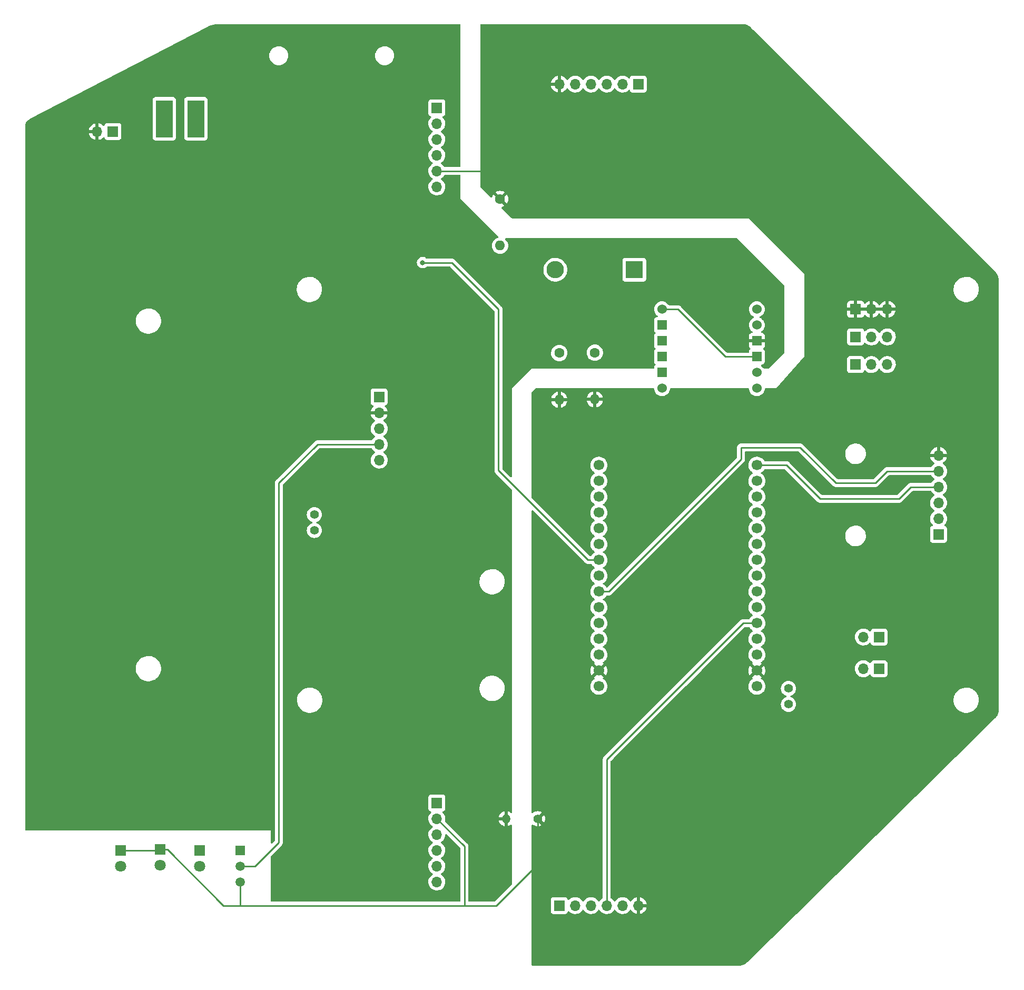
<source format=gbr>
%TF.GenerationSoftware,KiCad,Pcbnew,6.0.2+dfsg-1*%
%TF.CreationDate,2025-04-12T20:02:47+02:00*%
%TF.ProjectId,Placa base v1.0,506c6163-6120-4626-9173-652076312e30,rev?*%
%TF.SameCoordinates,Original*%
%TF.FileFunction,Copper,L4,Bot*%
%TF.FilePolarity,Positive*%
%FSLAX46Y46*%
G04 Gerber Fmt 4.6, Leading zero omitted, Abs format (unit mm)*
G04 Created by KiCad (PCBNEW 6.0.2+dfsg-1) date 2025-04-12 20:02:47*
%MOMM*%
%LPD*%
G01*
G04 APERTURE LIST*
%TA.AperFunction,ComponentPad*%
%ADD10C,1.400000*%
%TD*%
%TA.AperFunction,ComponentPad*%
%ADD11R,2.700000X6.000000*%
%TD*%
%TA.AperFunction,ComponentPad*%
%ADD12R,1.700000X1.700000*%
%TD*%
%TA.AperFunction,ComponentPad*%
%ADD13O,1.700000X1.700000*%
%TD*%
%TA.AperFunction,ComponentPad*%
%ADD14R,1.500000X1.500000*%
%TD*%
%TA.AperFunction,ComponentPad*%
%ADD15C,1.500000*%
%TD*%
%TA.AperFunction,ComponentPad*%
%ADD16C,1.524000*%
%TD*%
%TA.AperFunction,ComponentPad*%
%ADD17R,1.524000X1.524000*%
%TD*%
%TA.AperFunction,ComponentPad*%
%ADD18C,1.700000*%
%TD*%
%TA.AperFunction,ComponentPad*%
%ADD19C,1.600000*%
%TD*%
%TA.AperFunction,ComponentPad*%
%ADD20O,1.600000X1.600000*%
%TD*%
%TA.AperFunction,ComponentPad*%
%ADD21R,1.800000X1.800000*%
%TD*%
%TA.AperFunction,ComponentPad*%
%ADD22C,1.800000*%
%TD*%
%TA.AperFunction,ComponentPad*%
%ADD23R,2.800000X2.800000*%
%TD*%
%TA.AperFunction,ComponentPad*%
%ADD24O,2.800000X2.800000*%
%TD*%
%TA.AperFunction,ComponentPad*%
%ADD25O,1.400000X1.400000*%
%TD*%
%TA.AperFunction,ViaPad*%
%ADD26C,0.800000*%
%TD*%
%TA.AperFunction,Conductor*%
%ADD27C,0.250000*%
%TD*%
G04 APERTURE END LIST*
D10*
%TO.P,JP1,1,A*%
%TO.N,+5V*%
X77470000Y-109855000D03*
%TO.P,JP1,2,B*%
%TO.N,Net-(JP1-Pad2)*%
X77470000Y-107315000D03*
%TD*%
D11*
%TO.P,SW1,1,A*%
%TO.N,+BATT*%
X53340000Y-43688000D03*
%TO.P,SW1,2,B*%
%TO.N,VCC*%
X58420000Y-43688000D03*
%TD*%
D12*
%TO.P,J1,1,Pin_1*%
%TO.N,/M_RIGHT+*%
X97155000Y-153670000D03*
D13*
%TO.P,J1,2,Pin_2*%
%TO.N,GND*%
X97155000Y-156210000D03*
%TO.P,J1,3,Pin_3*%
%TO.N,/ENC_RIGHT_A*%
X97155000Y-158750000D03*
%TO.P,J1,4,Pin_4*%
%TO.N,/ENC_RIGHT_B*%
X97155000Y-161290000D03*
%TO.P,J1,5,Pin_5*%
%TO.N,+3V3*%
X97155000Y-163830000D03*
%TO.P,J1,6,Pin_6*%
%TO.N,/M_RIGHT-*%
X97155000Y-166370000D03*
%TD*%
D12*
%TO.P,J9,1,Pin_1*%
%TO.N,GND*%
X164480000Y-74295000D03*
D13*
%TO.P,J9,2,Pin_2*%
X167020000Y-74295000D03*
%TO.P,J9,3,Pin_3*%
X169560000Y-74295000D03*
%TD*%
D12*
%TO.P,J7,1,Pin_1*%
%TO.N,+5V*%
X164480000Y-83185000D03*
D13*
%TO.P,J7,2,Pin_2*%
X167020000Y-83185000D03*
%TO.P,J7,3,Pin_3*%
X169560000Y-83185000D03*
%TD*%
D14*
%TO.P,Q2,1,D*%
%TO.N,Net-(D3-Pad1)*%
X65590000Y-161280000D03*
D15*
%TO.P,Q2,2,G*%
%TO.N,/Vce*%
X65590000Y-163820000D03*
%TO.P,Q2,3,S*%
%TO.N,GND*%
X65590000Y-166360000D03*
%TD*%
D16*
%TO.P,U2,1,SLEEP*%
%TO.N,+5V*%
X133350000Y-74295000D03*
D17*
%TO.P,U2,2,OUT1*%
%TO.N,/M_LEFT+*%
X133350000Y-76835000D03*
%TO.P,U2,3,OUT2*%
%TO.N,/M_LEFT-*%
X133350000Y-79375000D03*
%TO.P,U2,4,OUT3*%
%TO.N,/M_RIGHT+*%
X133350000Y-81915000D03*
%TO.P,U2,5,OUT4*%
%TO.N,/M_RIGHT-*%
X133350000Y-84455000D03*
D16*
%TO.P,U2,6,ULT*%
%TO.N,unconnected-(U2-Pad6)*%
X133350000Y-86995000D03*
%TO.P,U2,7,IN1*%
%TO.N,/PWM_RIGHT+*%
X148590000Y-86995000D03*
%TO.P,U2,8,IN2*%
%TO.N,/PWM_RIGHT-*%
X148590000Y-84455000D03*
D17*
%TO.P,U2,9,VCC*%
%TO.N,+5V*%
X148590000Y-81915000D03*
%TO.P,U2,10,GND*%
%TO.N,GNDA*%
X148590000Y-79375000D03*
D16*
%TO.P,U2,11,IN3*%
%TO.N,/PWM_LEFT+*%
X148590000Y-76835000D03*
%TO.P,U2,12,IN4*%
%TO.N,/PWM_LEFT-*%
X148590000Y-74295000D03*
%TD*%
D18*
%TO.P,U4,1,EN*%
%TO.N,unconnected-(U4-Pad1)*%
X123190000Y-99360000D03*
%TO.P,U4,2,VP*%
%TO.N,/ENC_LEFT_A*%
X123190000Y-101900000D03*
%TO.P,U4,3,VN*%
%TO.N,/ENC_LEFT_B*%
X123190000Y-104440000D03*
%TO.P,U4,4,D34*%
%TO.N,/ENC_RIGHT_A*%
X123190000Y-106980000D03*
%TO.P,U4,5,D35*%
%TO.N,/ENC_RIGHT_B*%
X123190000Y-109520000D03*
%TO.P,U4,6,D32*%
%TO.N,/BATTERY_CURRENT*%
X123190000Y-112060000D03*
%TO.P,U4,7,D33*%
%TO.N,/BATTERY_VOLTAGE*%
X123190000Y-114600000D03*
%TO.P,U4,8,D25*%
%TO.N,/XSHUT_L*%
X123190000Y-117140000D03*
%TO.P,U4,9,D26*%
%TO.N,/XSHUT_C*%
X123190000Y-119680000D03*
%TO.P,U4,10,D27*%
%TO.N,/XSHUT_R*%
X123190000Y-122220000D03*
%TO.P,U4,11,D14*%
%TO.N,/PWM_LEFT-*%
X123190000Y-124760000D03*
%TO.P,U4,12,D12*%
%TO.N,unconnected-(U4-Pad12)*%
X123190000Y-127300000D03*
%TO.P,U4,13,D13*%
%TO.N,/PWM_LEFT+*%
X123190000Y-129840000D03*
%TO.P,U4,14,GND*%
%TO.N,GND*%
X123190000Y-132380000D03*
%TO.P,U4,15,VIN*%
%TO.N,+5V*%
X123190000Y-134920000D03*
%TO.P,U4,16,3V3*%
%TO.N,Net-(JP2-Pad1)*%
X148590000Y-134920000D03*
%TO.P,U4,17,GND*%
%TO.N,GND*%
X148590000Y-132380000D03*
%TO.P,U4,18,D15*%
%TO.N,unconnected-(U4-Pad18)*%
X148590000Y-129840000D03*
%TO.P,U4,19,D2/CS*%
%TO.N,unconnected-(U4-Pad19)*%
X148590000Y-127300000D03*
%TO.P,U4,20,D4*%
%TO.N,/GPIO1_R*%
X148590000Y-124760000D03*
%TO.P,U4,21,RX2*%
%TO.N,unconnected-(U4-Pad21)*%
X148590000Y-122220000D03*
%TO.P,U4,22,TX2*%
%TO.N,unconnected-(U4-Pad22)*%
X148590000Y-119680000D03*
%TO.P,U4,23,D5*%
%TO.N,unconnected-(U4-Pad23)*%
X148590000Y-117140000D03*
%TO.P,U4,24,D18/SCK*%
%TO.N,/PWM_RIGHT+*%
X148590000Y-114600000D03*
%TO.P,U4,25,D19/MISO*%
%TO.N,/PWM_RIGHT-*%
X148590000Y-112060000D03*
%TO.P,U4,26,D21/SDA*%
%TO.N,/SDA*%
X148590000Y-109520000D03*
%TO.P,U4,27,RX0*%
%TO.N,/GPIO1_L*%
X148590000Y-106980000D03*
%TO.P,U4,28,TX0*%
%TO.N,unconnected-(U4-Pad28)*%
X148590000Y-104440000D03*
%TO.P,U4,29,D22/SCL*%
%TO.N,/SCL*%
X148590000Y-101900000D03*
%TO.P,U4,30,D23/MOSI*%
%TO.N,/GPIO1_C*%
X148590000Y-99360000D03*
%TD*%
D12*
%TO.P,J_Batt1,1,Pin_1*%
%TO.N,+BATT*%
X45090000Y-45720000D03*
D13*
%TO.P,J_Batt1,2,Pin_2*%
%TO.N,GNDA*%
X42550000Y-45720000D03*
%TD*%
D10*
%TO.P,JP2,1,A*%
%TO.N,Net-(JP2-Pad1)*%
X153670000Y-135275000D03*
%TO.P,JP2,2,B*%
%TO.N,+3V3*%
X153670000Y-137815000D03*
%TD*%
D12*
%TO.P,J8,1,Pin_1*%
%TO.N,+3V3*%
X164480000Y-78740000D03*
D13*
%TO.P,J8,2,Pin_2*%
X167020000Y-78740000D03*
%TO.P,J8,3,Pin_3*%
X169560000Y-78740000D03*
%TD*%
D19*
%TO.P,C4,1*%
%TO.N,Net-(C3-Pad1)*%
X122555000Y-81280000D03*
D20*
%TO.P,C4,2*%
%TO.N,GND*%
X122555000Y-88780000D03*
%TD*%
D12*
%TO.P,J_I2C_2,1,Pin_1*%
%TO.N,/SCL*%
X168255000Y-127000000D03*
D13*
%TO.P,J_I2C_2,2,Pin_2*%
%TO.N,/SDA*%
X165715000Y-127000000D03*
%TD*%
D12*
%TO.P,J4,1,Pin_1*%
%TO.N,+3V3*%
X129540000Y-38100000D03*
D13*
%TO.P,J4,2,Pin_2*%
%TO.N,/SCL*%
X127000000Y-38100000D03*
%TO.P,J4,3,Pin_3*%
%TO.N,/SDA*%
X124460000Y-38100000D03*
%TO.P,J4,4,Pin_4*%
%TO.N,/GPIO1_L*%
X121920000Y-38100000D03*
%TO.P,J4,5,Pin_5*%
%TO.N,/XSHUT_L*%
X119380000Y-38100000D03*
%TO.P,J4,6,Pin_6*%
%TO.N,GND*%
X116840000Y-38100000D03*
%TD*%
D21*
%TO.P,D2,1,K*%
%TO.N,GND*%
X52705000Y-161158000D03*
D22*
%TO.P,D2,2,A*%
%TO.N,Net-(D2-Pad2)*%
X52705000Y-163698000D03*
%TD*%
D23*
%TO.P,Bat49,1,K*%
%TO.N,+3V3*%
X128905000Y-67945000D03*
D24*
%TO.P,Bat49,2,A*%
%TO.N,/BATTERY_CURRENT*%
X116205000Y-67945000D03*
%TD*%
D21*
%TO.P,D3,1,K*%
%TO.N,Net-(D3-Pad1)*%
X59055000Y-161285000D03*
D22*
%TO.P,D3,2,A*%
%TO.N,Net-(D3-Pad2)*%
X59055000Y-163825000D03*
%TD*%
D10*
%TO.P,R0,1*%
%TO.N,GND*%
X113361000Y-156210000D03*
D25*
%TO.P,R0,2*%
%TO.N,GNDA*%
X108281000Y-156210000D03*
%TD*%
D12*
%TO.P,J_I2C_1,1,Pin_1*%
%TO.N,/SCL*%
X168255000Y-132105000D03*
D13*
%TO.P,J_I2C_1,2,Pin_2*%
%TO.N,/SDA*%
X165715000Y-132105000D03*
%TD*%
D19*
%TO.P,C2,1*%
%TO.N,GND*%
X107315000Y-56575000D03*
D20*
%TO.P,C2,2*%
%TO.N,+5V*%
X107315000Y-64075000D03*
%TD*%
D12*
%TO.P,J2,1,Pin_1*%
%TO.N,/M_LEFT+*%
X97155000Y-41910000D03*
D13*
%TO.P,J2,2,Pin_2*%
%TO.N,+3V3*%
X97155000Y-44450000D03*
%TO.P,J2,3,Pin_3*%
%TO.N,/ENC_LEFT_A*%
X97155000Y-46990000D03*
%TO.P,J2,4,Pin_4*%
%TO.N,/ENC_LEFT_B*%
X97155000Y-49530000D03*
%TO.P,J2,5,Pin_5*%
%TO.N,GND*%
X97155000Y-52070000D03*
%TO.P,J2,6,Pin_6*%
%TO.N,/M_LEFT-*%
X97155000Y-54610000D03*
%TD*%
D12*
%TO.P,J_DC-DC1,1,Pin_1*%
%TO.N,VDC*%
X87884000Y-88392000D03*
D13*
%TO.P,J_DC-DC1,2,Pin_2*%
%TO.N,GNDA*%
X87884000Y-90932000D03*
%TO.P,J_DC-DC1,3,Pin_3*%
%TO.N,/Vbe*%
X87884000Y-93472000D03*
%TO.P,J_DC-DC1,4,Pin_4*%
%TO.N,/Vce*%
X87884000Y-96012000D03*
%TO.P,J_DC-DC1,5,Pin_5*%
%TO.N,Net-(JP1-Pad2)*%
X87884000Y-98552000D03*
%TD*%
D12*
%TO.P,J6,1,Pin_1*%
%TO.N,+3V3*%
X116840000Y-170180000D03*
D13*
%TO.P,J6,2,Pin_2*%
%TO.N,/SCL*%
X119380000Y-170180000D03*
%TO.P,J6,3,Pin_3*%
%TO.N,/SDA*%
X121920000Y-170180000D03*
%TO.P,J6,4,Pin_4*%
%TO.N,/GPIO1_R*%
X124460000Y-170180000D03*
%TO.P,J6,5,Pin_5*%
%TO.N,/XSHUT_R*%
X127000000Y-170180000D03*
%TO.P,J6,6,Pin_6*%
%TO.N,GND*%
X129540000Y-170180000D03*
%TD*%
D19*
%TO.P,C3,1*%
%TO.N,Net-(C3-Pad1)*%
X116840000Y-81340000D03*
D20*
%TO.P,C3,2*%
%TO.N,GND*%
X116840000Y-88840000D03*
%TD*%
D12*
%TO.P,J5,1,Pin_1*%
%TO.N,+3V3*%
X177800000Y-110490000D03*
D13*
%TO.P,J5,2,Pin_2*%
%TO.N,/SCL*%
X177800000Y-107950000D03*
%TO.P,J5,3,Pin_3*%
%TO.N,/SDA*%
X177800000Y-105410000D03*
%TO.P,J5,4,Pin_4*%
%TO.N,/GPIO1_C*%
X177800000Y-102870000D03*
%TO.P,J5,5,Pin_5*%
%TO.N,/XSHUT_C*%
X177800000Y-100330000D03*
%TO.P,J5,6,Pin_6*%
%TO.N,GND*%
X177800000Y-97790000D03*
%TD*%
D21*
%TO.P,D1,1,K*%
%TO.N,GND*%
X46355000Y-161290000D03*
D22*
%TO.P,D1,2,A*%
%TO.N,Net-(D1-Pad2)*%
X46355000Y-163830000D03*
%TD*%
D26*
%TO.N,/BATTERY_VOLTAGE*%
X94869000Y-66802000D03*
%TD*%
D27*
%TO.N,GND*%
X46355000Y-161290000D02*
X52573000Y-161290000D01*
X106680000Y-170180000D02*
X113361000Y-163499000D01*
X97155000Y-52070000D02*
X109855000Y-52070000D01*
X52705000Y-161158000D02*
X53843000Y-161158000D01*
X62865000Y-170180000D02*
X65659000Y-170180000D01*
X109855000Y-52070000D02*
X116840000Y-45085000D01*
X97155000Y-156210000D02*
X101600000Y-160655000D01*
X65590000Y-170111000D02*
X65659000Y-170180000D01*
X116840000Y-45085000D02*
X116840000Y-38100000D01*
X65590000Y-166360000D02*
X65590000Y-170111000D01*
X101600000Y-160655000D02*
X101600000Y-170180000D01*
X113361000Y-163499000D02*
X113361000Y-156210000D01*
X52573000Y-161290000D02*
X52705000Y-161158000D01*
X53843000Y-161158000D02*
X62865000Y-170180000D01*
X65659000Y-170180000D02*
X106680000Y-170180000D01*
%TO.N,+5V*%
X143510000Y-81915000D02*
X148590000Y-81915000D01*
X133350000Y-74295000D02*
X135890000Y-74295000D01*
X135890000Y-74295000D02*
X143510000Y-81915000D01*
%TO.N,/BATTERY_VOLTAGE*%
X99568000Y-66802000D02*
X107061000Y-74295000D01*
X94869000Y-66802000D02*
X99568000Y-66802000D01*
X107061000Y-100203000D02*
X121458000Y-114600000D01*
X107061000Y-74295000D02*
X107061000Y-100203000D01*
X121458000Y-114600000D02*
X123190000Y-114600000D01*
%TO.N,/GPIO1_C*%
X171450000Y-104775000D02*
X173355000Y-102870000D01*
X153335000Y-99360000D02*
X158750000Y-104775000D01*
X148590000Y-99360000D02*
X153335000Y-99360000D01*
X173355000Y-102870000D02*
X177800000Y-102870000D01*
X158750000Y-104775000D02*
X171450000Y-104775000D01*
%TO.N,/XSHUT_C*%
X124795000Y-119680000D02*
X146050000Y-98425000D01*
X146050000Y-96520000D02*
X155575000Y-96520000D01*
X169545000Y-100330000D02*
X177800000Y-100330000D01*
X123190000Y-119680000D02*
X124795000Y-119680000D01*
X155575000Y-96520000D02*
X161290000Y-102235000D01*
X167640000Y-102235000D02*
X169545000Y-100330000D01*
X161290000Y-102235000D02*
X167640000Y-102235000D01*
X146050000Y-98425000D02*
X146050000Y-96520000D01*
%TO.N,/GPIO1_R*%
X146385000Y-124760000D02*
X125095000Y-146050000D01*
X148590000Y-124760000D02*
X146385000Y-124760000D01*
X124460000Y-146685000D02*
X124460000Y-170180000D01*
X125095000Y-146050000D02*
X124460000Y-146685000D01*
%TO.N,/Vce*%
X71755000Y-102235000D02*
X77978000Y-96012000D01*
X65590000Y-163820000D02*
X67955000Y-163820000D01*
X71755000Y-160020000D02*
X71755000Y-102235000D01*
X67955000Y-163820000D02*
X71755000Y-160020000D01*
X77978000Y-96012000D02*
X87884000Y-96012000D01*
%TD*%
%TA.AperFunction,Conductor*%
%TO.N,GND*%
G36*
X146274057Y-28449500D02*
G01*
X146288858Y-28451805D01*
X146288861Y-28451805D01*
X146297730Y-28453186D01*
X146313999Y-28451059D01*
X146338567Y-28450266D01*
X146547726Y-28463975D01*
X146564066Y-28466126D01*
X146679796Y-28489146D01*
X146795529Y-28512167D01*
X146811443Y-28516431D01*
X146918359Y-28552724D01*
X147034907Y-28592287D01*
X147050135Y-28598594D01*
X147261796Y-28702974D01*
X147276069Y-28711215D01*
X147472283Y-28842321D01*
X147485359Y-28852354D01*
X147637556Y-28985827D01*
X147653131Y-29002855D01*
X147655606Y-29005391D01*
X147660898Y-29012635D01*
X147686207Y-29032091D01*
X147698469Y-29042848D01*
X186880151Y-68193200D01*
X186892831Y-68208001D01*
X186906889Y-68227244D01*
X186914006Y-68232715D01*
X186914008Y-68232717D01*
X186919842Y-68237201D01*
X186937813Y-68254053D01*
X187075949Y-68411679D01*
X187086026Y-68424831D01*
X187216885Y-68621120D01*
X187225149Y-68635478D01*
X187329127Y-68847254D01*
X187335431Y-68862564D01*
X187373916Y-68976852D01*
X187410719Y-69086147D01*
X187414963Y-69102164D01*
X187460261Y-69333690D01*
X187462366Y-69350124D01*
X187474830Y-69552155D01*
X187473725Y-69574932D01*
X187473663Y-69578721D01*
X187472245Y-69587583D01*
X187473371Y-69596484D01*
X187473371Y-69596486D01*
X187476404Y-69620457D01*
X187477400Y-69636272D01*
X187477400Y-138634672D01*
X187475900Y-138654057D01*
X187474953Y-138660142D01*
X187472214Y-138677730D01*
X187474527Y-138695420D01*
X187475382Y-138719003D01*
X187471131Y-138792739D01*
X187465327Y-138893409D01*
X187463660Y-138907817D01*
X187436765Y-139061945D01*
X187428852Y-139107289D01*
X187425542Y-139121404D01*
X187405576Y-139188822D01*
X187368035Y-139315575D01*
X187363122Y-139329222D01*
X187283689Y-139515477D01*
X187277241Y-139528468D01*
X187176926Y-139704370D01*
X187169032Y-139716529D01*
X187049161Y-139879742D01*
X187039929Y-139890905D01*
X186925964Y-140013570D01*
X186905849Y-140031074D01*
X186898085Y-140036502D01*
X186892469Y-140043501D01*
X186892468Y-140043502D01*
X186875551Y-140064585D01*
X186865685Y-140075507D01*
X154920490Y-171531745D01*
X147098571Y-179233941D01*
X147084493Y-179245902D01*
X147063156Y-179261490D01*
X147057682Y-179268611D01*
X147057681Y-179268612D01*
X147053164Y-179274488D01*
X147036351Y-179292425D01*
X146878330Y-179431005D01*
X146865262Y-179441032D01*
X146668581Y-179572450D01*
X146654307Y-179580691D01*
X146442156Y-179685312D01*
X146426932Y-179691618D01*
X146202934Y-179767655D01*
X146187024Y-179771918D01*
X146071020Y-179794993D01*
X145955019Y-179818066D01*
X145938679Y-179820217D01*
X145736133Y-179833493D01*
X145713110Y-179832468D01*
X145709542Y-179832424D01*
X145700671Y-179831043D01*
X145691769Y-179832207D01*
X145691767Y-179832207D01*
X145683661Y-179833267D01*
X145669159Y-179835164D01*
X145652829Y-179836227D01*
X130613604Y-179835467D01*
X112520994Y-179834552D01*
X112452874Y-179814547D01*
X112406384Y-179760888D01*
X112395000Y-179708552D01*
X112395000Y-157250338D01*
X112415002Y-157182217D01*
X112468658Y-157135724D01*
X112538932Y-157125620D01*
X112593271Y-157147125D01*
X112750189Y-157257002D01*
X112759677Y-157262479D01*
X112941277Y-157347159D01*
X112951571Y-157350907D01*
X113145122Y-157402769D01*
X113155909Y-157404671D01*
X113355525Y-157422135D01*
X113366475Y-157422135D01*
X113566091Y-157404671D01*
X113576878Y-157402769D01*
X113770429Y-157350907D01*
X113780723Y-157347159D01*
X113962323Y-157262479D01*
X113971811Y-157257001D01*
X114002248Y-157235689D01*
X114010623Y-157225212D01*
X114003554Y-157211764D01*
X113090885Y-156299095D01*
X113056859Y-156236783D01*
X113058694Y-156211132D01*
X113725408Y-156211132D01*
X113725539Y-156212965D01*
X113729790Y-156219580D01*
X114363486Y-156853276D01*
X114375261Y-156859706D01*
X114387276Y-156850410D01*
X114408001Y-156820811D01*
X114413479Y-156811323D01*
X114498159Y-156629723D01*
X114501907Y-156619429D01*
X114553769Y-156425878D01*
X114555671Y-156415091D01*
X114573135Y-156215475D01*
X114573135Y-156204525D01*
X114555671Y-156004909D01*
X114553769Y-155994122D01*
X114501907Y-155800571D01*
X114498159Y-155790277D01*
X114413479Y-155608677D01*
X114408001Y-155599189D01*
X114386689Y-155568752D01*
X114376212Y-155560377D01*
X114362764Y-155567446D01*
X113733022Y-156197188D01*
X113725408Y-156211132D01*
X113058694Y-156211132D01*
X113061924Y-156165968D01*
X113090885Y-156120905D01*
X114004276Y-155207514D01*
X114010706Y-155195739D01*
X114001410Y-155183724D01*
X113971811Y-155162999D01*
X113962323Y-155157521D01*
X113780723Y-155072841D01*
X113770429Y-155069093D01*
X113576878Y-155017231D01*
X113566091Y-155015329D01*
X113366475Y-154997865D01*
X113355525Y-154997865D01*
X113155909Y-155015329D01*
X113145122Y-155017231D01*
X112951571Y-155069093D01*
X112941277Y-155072841D01*
X112759677Y-155157521D01*
X112750189Y-155162998D01*
X112593271Y-155272875D01*
X112525997Y-155295563D01*
X112457137Y-155278278D01*
X112408552Y-155226509D01*
X112395000Y-155169662D01*
X112395000Y-134886695D01*
X121827251Y-134886695D01*
X121827548Y-134891848D01*
X121827548Y-134891851D01*
X121833011Y-134986590D01*
X121840110Y-135109715D01*
X121841247Y-135114761D01*
X121841248Y-135114767D01*
X121859343Y-135195056D01*
X121889222Y-135327639D01*
X121973266Y-135534616D01*
X122089987Y-135725088D01*
X122236250Y-135893938D01*
X122408126Y-136036632D01*
X122601000Y-136149338D01*
X122809692Y-136229030D01*
X122814760Y-136230061D01*
X122814763Y-136230062D01*
X122922017Y-136251883D01*
X123028597Y-136273567D01*
X123033772Y-136273757D01*
X123033774Y-136273757D01*
X123246673Y-136281564D01*
X123246677Y-136281564D01*
X123251837Y-136281753D01*
X123256957Y-136281097D01*
X123256959Y-136281097D01*
X123468288Y-136254025D01*
X123468289Y-136254025D01*
X123473416Y-136253368D01*
X123478366Y-136251883D01*
X123682429Y-136190661D01*
X123682434Y-136190659D01*
X123687384Y-136189174D01*
X123887994Y-136090896D01*
X124069860Y-135961173D01*
X124078830Y-135952235D01*
X124224435Y-135807137D01*
X124228096Y-135803489D01*
X124287594Y-135720689D01*
X124355435Y-135626277D01*
X124358453Y-135622077D01*
X124369519Y-135599688D01*
X124455136Y-135426453D01*
X124455137Y-135426451D01*
X124457430Y-135421811D01*
X124502035Y-135275000D01*
X124520865Y-135213023D01*
X124520865Y-135213021D01*
X124522370Y-135208069D01*
X124551529Y-134986590D01*
X124553156Y-134920000D01*
X124534852Y-134697361D01*
X124480431Y-134480702D01*
X124391354Y-134275840D01*
X124300269Y-134135044D01*
X124272822Y-134092617D01*
X124272820Y-134092614D01*
X124270014Y-134088277D01*
X124119670Y-133923051D01*
X124115619Y-133919852D01*
X124115615Y-133919848D01*
X123948414Y-133787800D01*
X123948410Y-133787798D01*
X123944359Y-133784598D01*
X123902569Y-133761529D01*
X123852598Y-133711097D01*
X123837826Y-133641654D01*
X123862942Y-133575248D01*
X123890293Y-133548642D01*
X123939247Y-133513723D01*
X123947648Y-133503023D01*
X123940660Y-133489870D01*
X123202812Y-132752022D01*
X123188868Y-132744408D01*
X123187035Y-132744539D01*
X123180420Y-132748790D01*
X122436737Y-133492473D01*
X122429977Y-133504853D01*
X122435258Y-133511907D01*
X122481969Y-133539203D01*
X122530693Y-133590841D01*
X122543764Y-133660624D01*
X122517033Y-133726396D01*
X122476584Y-133759752D01*
X122463607Y-133766507D01*
X122459474Y-133769610D01*
X122459471Y-133769612D01*
X122294931Y-133893152D01*
X122284965Y-133900635D01*
X122130629Y-134062138D01*
X122127715Y-134066410D01*
X122127714Y-134066411D01*
X122115404Y-134084457D01*
X122004743Y-134246680D01*
X121989003Y-134280590D01*
X121930689Y-134406217D01*
X121910688Y-134449305D01*
X121850989Y-134664570D01*
X121827251Y-134886695D01*
X112395000Y-134886695D01*
X112395000Y-132351863D01*
X121828050Y-132351863D01*
X121840309Y-132564477D01*
X121841745Y-132574697D01*
X121888565Y-132782446D01*
X121891645Y-132792275D01*
X121971770Y-132989603D01*
X121976413Y-132998794D01*
X122056460Y-133129420D01*
X122066916Y-133138880D01*
X122075694Y-133135096D01*
X122817978Y-132392812D01*
X122824356Y-132381132D01*
X123554408Y-132381132D01*
X123554539Y-132382965D01*
X123558790Y-132389580D01*
X124300474Y-133131264D01*
X124312484Y-133137823D01*
X124324223Y-133128855D01*
X124355004Y-133086019D01*
X124360315Y-133077180D01*
X124454670Y-132886267D01*
X124458469Y-132876672D01*
X124520376Y-132672915D01*
X124522555Y-132662834D01*
X124550590Y-132449887D01*
X124551109Y-132443212D01*
X124552572Y-132383364D01*
X124552378Y-132376646D01*
X124534781Y-132162604D01*
X124533096Y-132152424D01*
X124481214Y-131945875D01*
X124477894Y-131936124D01*
X124392972Y-131740814D01*
X124388105Y-131731739D01*
X124323063Y-131631197D01*
X124312377Y-131621995D01*
X124302812Y-131626398D01*
X123562022Y-132367188D01*
X123554408Y-132381132D01*
X122824356Y-132381132D01*
X122825592Y-132378868D01*
X122825461Y-132377035D01*
X122821210Y-132370420D01*
X122079849Y-131629059D01*
X122068313Y-131622759D01*
X122056031Y-131632382D01*
X122008089Y-131702662D01*
X122003004Y-131711613D01*
X121913338Y-131904783D01*
X121909775Y-131914470D01*
X121852864Y-132119681D01*
X121850933Y-132129800D01*
X121828302Y-132341574D01*
X121828050Y-132351863D01*
X112395000Y-132351863D01*
X112395000Y-106737094D01*
X112415002Y-106668973D01*
X112468658Y-106622480D01*
X112538932Y-106612376D01*
X112603512Y-106641870D01*
X112610095Y-106647999D01*
X120954343Y-114992247D01*
X120961887Y-115000537D01*
X120966000Y-115007018D01*
X120971777Y-115012443D01*
X121015667Y-115053658D01*
X121018509Y-115056413D01*
X121038231Y-115076135D01*
X121041355Y-115078558D01*
X121041359Y-115078562D01*
X121041424Y-115078612D01*
X121050445Y-115086317D01*
X121082679Y-115116586D01*
X121089627Y-115120405D01*
X121089629Y-115120407D01*
X121100432Y-115126346D01*
X121116959Y-115137202D01*
X121126698Y-115144757D01*
X121126700Y-115144758D01*
X121132960Y-115149614D01*
X121173540Y-115167174D01*
X121184188Y-115172391D01*
X121222940Y-115193695D01*
X121230616Y-115195666D01*
X121230619Y-115195667D01*
X121242562Y-115198733D01*
X121261267Y-115205137D01*
X121279855Y-115213181D01*
X121287678Y-115214420D01*
X121287688Y-115214423D01*
X121323524Y-115220099D01*
X121335144Y-115222505D01*
X121370289Y-115231528D01*
X121377970Y-115233500D01*
X121398224Y-115233500D01*
X121417934Y-115235051D01*
X121437943Y-115238220D01*
X121445835Y-115237474D01*
X121481961Y-115234059D01*
X121493819Y-115233500D01*
X121914274Y-115233500D01*
X121982395Y-115253502D01*
X122021707Y-115293665D01*
X122089987Y-115405088D01*
X122236250Y-115573938D01*
X122408126Y-115716632D01*
X122478595Y-115757811D01*
X122481445Y-115759476D01*
X122530169Y-115811114D01*
X122543240Y-115880897D01*
X122516509Y-115946669D01*
X122476055Y-115980027D01*
X122463607Y-115986507D01*
X122459474Y-115989610D01*
X122459471Y-115989612D01*
X122289100Y-116117530D01*
X122284965Y-116120635D01*
X122130629Y-116282138D01*
X122004743Y-116466680D01*
X121910688Y-116669305D01*
X121850989Y-116884570D01*
X121827251Y-117106695D01*
X121827548Y-117111848D01*
X121827548Y-117111851D01*
X121839812Y-117324547D01*
X121840110Y-117329715D01*
X121841247Y-117334761D01*
X121841248Y-117334767D01*
X121861119Y-117422939D01*
X121889222Y-117547639D01*
X121973266Y-117754616D01*
X122089987Y-117945088D01*
X122236250Y-118113938D01*
X122408126Y-118256632D01*
X122478595Y-118297811D01*
X122481445Y-118299476D01*
X122530169Y-118351114D01*
X122543240Y-118420897D01*
X122516509Y-118486669D01*
X122476055Y-118520027D01*
X122463607Y-118526507D01*
X122459474Y-118529610D01*
X122459471Y-118529612D01*
X122289100Y-118657530D01*
X122284965Y-118660635D01*
X122130629Y-118822138D01*
X122004743Y-119006680D01*
X121989003Y-119040590D01*
X121924008Y-119180610D01*
X121910688Y-119209305D01*
X121850989Y-119424570D01*
X121827251Y-119646695D01*
X121827548Y-119651848D01*
X121827548Y-119651851D01*
X121833011Y-119746590D01*
X121840110Y-119869715D01*
X121841247Y-119874761D01*
X121841248Y-119874767D01*
X121854060Y-119931615D01*
X121889222Y-120087639D01*
X121949014Y-120234890D01*
X121966662Y-120278351D01*
X121973266Y-120294616D01*
X122089987Y-120485088D01*
X122236250Y-120653938D01*
X122408126Y-120796632D01*
X122478595Y-120837811D01*
X122481445Y-120839476D01*
X122530169Y-120891114D01*
X122543240Y-120960897D01*
X122516509Y-121026669D01*
X122476055Y-121060027D01*
X122463607Y-121066507D01*
X122459474Y-121069610D01*
X122459471Y-121069612D01*
X122435247Y-121087800D01*
X122284965Y-121200635D01*
X122130629Y-121362138D01*
X122004743Y-121546680D01*
X121910688Y-121749305D01*
X121850989Y-121964570D01*
X121827251Y-122186695D01*
X121827548Y-122191848D01*
X121827548Y-122191851D01*
X121833011Y-122286590D01*
X121840110Y-122409715D01*
X121841247Y-122414761D01*
X121841248Y-122414767D01*
X121861119Y-122502939D01*
X121889222Y-122627639D01*
X121973266Y-122834616D01*
X122089987Y-123025088D01*
X122236250Y-123193938D01*
X122408126Y-123336632D01*
X122478595Y-123377811D01*
X122481445Y-123379476D01*
X122530169Y-123431114D01*
X122543240Y-123500897D01*
X122516509Y-123566669D01*
X122476055Y-123600027D01*
X122463607Y-123606507D01*
X122459474Y-123609610D01*
X122459471Y-123609612D01*
X122435247Y-123627800D01*
X122284965Y-123740635D01*
X122130629Y-123902138D01*
X122004743Y-124086680D01*
X121970715Y-124159988D01*
X121919752Y-124269779D01*
X121910688Y-124289305D01*
X121850989Y-124504570D01*
X121827251Y-124726695D01*
X121827548Y-124731848D01*
X121827548Y-124731851D01*
X121833011Y-124826590D01*
X121840110Y-124949715D01*
X121841247Y-124954761D01*
X121841248Y-124954767D01*
X121861119Y-125042939D01*
X121889222Y-125167639D01*
X121973266Y-125374616D01*
X122021707Y-125453665D01*
X122087291Y-125560688D01*
X122089987Y-125565088D01*
X122236250Y-125733938D01*
X122408126Y-125876632D01*
X122468143Y-125911703D01*
X122481445Y-125919476D01*
X122530169Y-125971114D01*
X122543240Y-126040897D01*
X122516509Y-126106669D01*
X122476055Y-126140027D01*
X122463607Y-126146507D01*
X122459474Y-126149610D01*
X122459471Y-126149612D01*
X122435247Y-126167800D01*
X122284965Y-126280635D01*
X122130629Y-126442138D01*
X122004743Y-126626680D01*
X121989003Y-126660590D01*
X121950021Y-126744570D01*
X121910688Y-126829305D01*
X121850989Y-127044570D01*
X121827251Y-127266695D01*
X121827548Y-127271848D01*
X121827548Y-127271851D01*
X121839812Y-127484547D01*
X121840110Y-127489715D01*
X121841247Y-127494761D01*
X121841248Y-127494767D01*
X121861119Y-127582939D01*
X121889222Y-127707639D01*
X121973266Y-127914616D01*
X122089987Y-128105088D01*
X122236250Y-128273938D01*
X122408126Y-128416632D01*
X122478595Y-128457811D01*
X122481445Y-128459476D01*
X122530169Y-128511114D01*
X122543240Y-128580897D01*
X122516509Y-128646669D01*
X122476055Y-128680027D01*
X122463607Y-128686507D01*
X122459474Y-128689610D01*
X122459471Y-128689612D01*
X122435247Y-128707800D01*
X122284965Y-128820635D01*
X122130629Y-128982138D01*
X122004743Y-129166680D01*
X121910688Y-129369305D01*
X121850989Y-129584570D01*
X121827251Y-129806695D01*
X121827548Y-129811848D01*
X121827548Y-129811851D01*
X121833011Y-129906590D01*
X121840110Y-130029715D01*
X121841247Y-130034761D01*
X121841248Y-130034767D01*
X121861119Y-130122939D01*
X121889222Y-130247639D01*
X121973266Y-130454616D01*
X122089987Y-130645088D01*
X122236250Y-130813938D01*
X122408126Y-130956632D01*
X122481955Y-130999774D01*
X122530679Y-131051412D01*
X122543750Y-131121195D01*
X122517019Y-131186967D01*
X122476562Y-131220327D01*
X122468460Y-131224544D01*
X122459734Y-131230039D01*
X122439677Y-131245099D01*
X122431223Y-131256427D01*
X122437968Y-131268758D01*
X123177188Y-132007978D01*
X123191132Y-132015592D01*
X123192965Y-132015461D01*
X123199580Y-132011210D01*
X123943389Y-131267401D01*
X123950410Y-131254544D01*
X123943611Y-131245213D01*
X123939559Y-131242521D01*
X123902602Y-131222120D01*
X123852631Y-131171687D01*
X123837859Y-131102245D01*
X123862975Y-131035839D01*
X123890327Y-131009232D01*
X123945892Y-130969598D01*
X124069860Y-130881173D01*
X124089464Y-130861638D01*
X124202696Y-130748800D01*
X124228096Y-130723489D01*
X124287594Y-130640689D01*
X124355435Y-130546277D01*
X124358453Y-130542077D01*
X124457430Y-130341811D01*
X124522370Y-130128069D01*
X124551529Y-129906590D01*
X124553156Y-129840000D01*
X124534852Y-129617361D01*
X124480431Y-129400702D01*
X124391354Y-129195840D01*
X124270014Y-129008277D01*
X124119670Y-128843051D01*
X124115619Y-128839852D01*
X124115615Y-128839848D01*
X123948414Y-128707800D01*
X123948410Y-128707798D01*
X123944359Y-128704598D01*
X123903053Y-128681796D01*
X123853084Y-128631364D01*
X123838312Y-128561921D01*
X123863428Y-128495516D01*
X123890780Y-128468909D01*
X123934603Y-128437650D01*
X124069860Y-128341173D01*
X124077693Y-128333368D01*
X124224435Y-128187137D01*
X124228096Y-128183489D01*
X124287594Y-128100689D01*
X124355435Y-128006277D01*
X124358453Y-128002077D01*
X124379093Y-127960316D01*
X124455136Y-127806453D01*
X124455137Y-127806451D01*
X124457430Y-127801811D01*
X124522370Y-127588069D01*
X124551529Y-127366590D01*
X124553156Y-127300000D01*
X124534852Y-127077361D01*
X124480431Y-126860702D01*
X124391354Y-126655840D01*
X124309495Y-126529305D01*
X124272822Y-126472617D01*
X124272820Y-126472614D01*
X124270014Y-126468277D01*
X124119670Y-126303051D01*
X124115619Y-126299852D01*
X124115615Y-126299848D01*
X123948414Y-126167800D01*
X123948410Y-126167798D01*
X123944359Y-126164598D01*
X123903053Y-126141796D01*
X123853084Y-126091364D01*
X123838312Y-126021921D01*
X123863428Y-125955516D01*
X123890780Y-125928909D01*
X123936764Y-125896109D01*
X124069860Y-125801173D01*
X124077140Y-125793919D01*
X124198308Y-125673173D01*
X124228096Y-125643489D01*
X124287594Y-125560689D01*
X124355435Y-125466277D01*
X124358453Y-125462077D01*
X124362611Y-125453665D01*
X124455136Y-125266453D01*
X124455137Y-125266451D01*
X124457430Y-125261811D01*
X124522370Y-125048069D01*
X124551529Y-124826590D01*
X124553156Y-124760000D01*
X124534852Y-124537361D01*
X124480431Y-124320702D01*
X124391354Y-124115840D01*
X124270014Y-123928277D01*
X124119670Y-123763051D01*
X124115619Y-123759852D01*
X124115615Y-123759848D01*
X123948414Y-123627800D01*
X123948410Y-123627798D01*
X123944359Y-123624598D01*
X123903053Y-123601796D01*
X123853084Y-123551364D01*
X123838312Y-123481921D01*
X123863428Y-123415516D01*
X123890780Y-123388909D01*
X123934603Y-123357650D01*
X124069860Y-123261173D01*
X124228096Y-123103489D01*
X124287594Y-123020689D01*
X124355435Y-122926277D01*
X124358453Y-122922077D01*
X124457430Y-122721811D01*
X124522370Y-122508069D01*
X124551529Y-122286590D01*
X124553156Y-122220000D01*
X124534852Y-121997361D01*
X124480431Y-121780702D01*
X124391354Y-121575840D01*
X124270014Y-121388277D01*
X124119670Y-121223051D01*
X124115619Y-121219852D01*
X124115615Y-121219848D01*
X123948414Y-121087800D01*
X123948410Y-121087798D01*
X123944359Y-121084598D01*
X123903053Y-121061796D01*
X123853084Y-121011364D01*
X123838312Y-120941921D01*
X123863428Y-120875516D01*
X123890780Y-120848909D01*
X123934603Y-120817650D01*
X124069860Y-120721173D01*
X124228096Y-120563489D01*
X124287594Y-120480689D01*
X124355435Y-120386277D01*
X124358453Y-120382077D01*
X124360746Y-120377437D01*
X124362446Y-120374608D01*
X124414674Y-120326518D01*
X124470451Y-120313500D01*
X124716233Y-120313500D01*
X124727416Y-120314027D01*
X124734909Y-120315702D01*
X124742835Y-120315453D01*
X124742836Y-120315453D01*
X124802986Y-120313562D01*
X124806945Y-120313500D01*
X124834856Y-120313500D01*
X124838791Y-120313003D01*
X124838856Y-120312995D01*
X124850693Y-120312062D01*
X124882951Y-120311048D01*
X124886970Y-120310922D01*
X124894889Y-120310673D01*
X124914343Y-120305021D01*
X124933700Y-120301013D01*
X124945930Y-120299468D01*
X124945931Y-120299468D01*
X124953797Y-120298474D01*
X124961168Y-120295555D01*
X124961170Y-120295555D01*
X124994912Y-120282196D01*
X125006142Y-120278351D01*
X125040983Y-120268229D01*
X125040984Y-120268229D01*
X125048593Y-120266018D01*
X125055412Y-120261985D01*
X125055417Y-120261983D01*
X125066028Y-120255707D01*
X125083776Y-120247012D01*
X125102617Y-120239552D01*
X125138387Y-120213564D01*
X125148307Y-120207048D01*
X125179535Y-120188580D01*
X125179538Y-120188578D01*
X125186362Y-120184542D01*
X125200683Y-120170221D01*
X125215717Y-120157380D01*
X125225694Y-120150131D01*
X125232107Y-120145472D01*
X125260298Y-120111395D01*
X125268288Y-120102616D01*
X146442247Y-98928657D01*
X146450537Y-98921113D01*
X146457018Y-98917000D01*
X146469600Y-98903602D01*
X146503658Y-98867333D01*
X146506413Y-98864491D01*
X146526134Y-98844770D01*
X146528612Y-98841575D01*
X146536318Y-98832553D01*
X146561158Y-98806101D01*
X146566586Y-98800321D01*
X146576346Y-98782568D01*
X146587199Y-98766045D01*
X146594753Y-98756306D01*
X146599613Y-98750041D01*
X146617176Y-98709457D01*
X146622383Y-98698827D01*
X146643695Y-98660060D01*
X146645666Y-98652383D01*
X146645668Y-98652378D01*
X146648732Y-98640442D01*
X146655138Y-98621730D01*
X146660033Y-98610419D01*
X146663181Y-98603145D01*
X146664421Y-98595317D01*
X146664423Y-98595310D01*
X146670099Y-98559476D01*
X146672505Y-98547856D01*
X146681528Y-98512711D01*
X146681528Y-98512710D01*
X146683500Y-98505030D01*
X146683500Y-98484776D01*
X146685051Y-98465065D01*
X146686980Y-98452886D01*
X146688220Y-98445057D01*
X146684059Y-98401038D01*
X146683500Y-98389181D01*
X146683500Y-97279500D01*
X146703502Y-97211379D01*
X146757158Y-97164886D01*
X146809500Y-97153500D01*
X155260406Y-97153500D01*
X155328527Y-97173502D01*
X155349501Y-97190405D01*
X160786343Y-102627247D01*
X160793887Y-102635537D01*
X160798000Y-102642018D01*
X160803777Y-102647443D01*
X160847667Y-102688658D01*
X160850509Y-102691413D01*
X160870231Y-102711135D01*
X160873355Y-102713558D01*
X160873359Y-102713562D01*
X160873424Y-102713612D01*
X160882445Y-102721317D01*
X160914679Y-102751586D01*
X160921627Y-102755405D01*
X160921629Y-102755407D01*
X160932432Y-102761346D01*
X160948959Y-102772202D01*
X160958698Y-102779757D01*
X160958700Y-102779758D01*
X160964960Y-102784614D01*
X161005540Y-102802174D01*
X161016188Y-102807391D01*
X161040976Y-102821018D01*
X161054940Y-102828695D01*
X161062616Y-102830666D01*
X161062619Y-102830667D01*
X161074562Y-102833733D01*
X161093267Y-102840137D01*
X161111855Y-102848181D01*
X161119678Y-102849420D01*
X161119688Y-102849423D01*
X161155524Y-102855099D01*
X161167144Y-102857505D01*
X161198959Y-102865673D01*
X161209970Y-102868500D01*
X161230224Y-102868500D01*
X161249934Y-102870051D01*
X161269943Y-102873220D01*
X161277835Y-102872474D01*
X161296580Y-102870702D01*
X161313962Y-102869059D01*
X161325819Y-102868500D01*
X167561233Y-102868500D01*
X167572416Y-102869027D01*
X167579909Y-102870702D01*
X167587835Y-102870453D01*
X167587836Y-102870453D01*
X167647986Y-102868562D01*
X167651945Y-102868500D01*
X167679856Y-102868500D01*
X167683791Y-102868003D01*
X167683856Y-102867995D01*
X167695693Y-102867062D01*
X167727951Y-102866048D01*
X167731970Y-102865922D01*
X167739889Y-102865673D01*
X167759343Y-102860021D01*
X167778700Y-102856013D01*
X167790930Y-102854468D01*
X167790931Y-102854468D01*
X167798797Y-102853474D01*
X167806168Y-102850555D01*
X167806170Y-102850555D01*
X167839912Y-102837196D01*
X167851142Y-102833351D01*
X167885983Y-102823229D01*
X167885984Y-102823229D01*
X167893593Y-102821018D01*
X167900412Y-102816985D01*
X167900417Y-102816983D01*
X167911028Y-102810707D01*
X167928776Y-102802012D01*
X167947617Y-102794552D01*
X167983387Y-102768564D01*
X167993307Y-102762048D01*
X168024535Y-102743580D01*
X168024538Y-102743578D01*
X168031362Y-102739542D01*
X168045683Y-102725221D01*
X168060717Y-102712380D01*
X168065383Y-102708990D01*
X168077107Y-102700472D01*
X168105298Y-102666395D01*
X168113288Y-102657616D01*
X169770500Y-101000405D01*
X169832812Y-100966379D01*
X169859595Y-100963500D01*
X176524274Y-100963500D01*
X176592395Y-100983502D01*
X176631707Y-101023665D01*
X176699987Y-101135088D01*
X176846250Y-101303938D01*
X177018126Y-101446632D01*
X177088595Y-101487811D01*
X177091445Y-101489476D01*
X177140169Y-101541114D01*
X177153240Y-101610897D01*
X177126509Y-101676669D01*
X177086055Y-101710027D01*
X177073607Y-101716507D01*
X177069474Y-101719610D01*
X177069471Y-101719612D01*
X177045247Y-101737800D01*
X176894965Y-101850635D01*
X176740629Y-102012138D01*
X176737715Y-102016410D01*
X176737714Y-102016411D01*
X176625095Y-102181504D01*
X176570184Y-102226507D01*
X176521007Y-102236500D01*
X173433767Y-102236500D01*
X173422584Y-102235973D01*
X173415091Y-102234298D01*
X173407165Y-102234547D01*
X173407164Y-102234547D01*
X173347001Y-102236438D01*
X173343043Y-102236500D01*
X173315144Y-102236500D01*
X173311154Y-102237004D01*
X173299320Y-102237936D01*
X173255111Y-102239326D01*
X173247497Y-102241538D01*
X173247492Y-102241539D01*
X173235659Y-102244977D01*
X173216296Y-102248988D01*
X173196203Y-102251526D01*
X173188836Y-102254443D01*
X173188831Y-102254444D01*
X173155092Y-102267802D01*
X173143865Y-102271646D01*
X173101407Y-102283982D01*
X173094581Y-102288019D01*
X173083972Y-102294293D01*
X173066224Y-102302988D01*
X173047383Y-102310448D01*
X173040967Y-102315110D01*
X173040966Y-102315110D01*
X173011613Y-102336436D01*
X173001693Y-102342952D01*
X172970465Y-102361420D01*
X172970462Y-102361422D01*
X172963638Y-102365458D01*
X172949317Y-102379779D01*
X172934284Y-102392619D01*
X172917893Y-102404528D01*
X172912842Y-102410634D01*
X172889702Y-102438605D01*
X172881712Y-102447384D01*
X171224500Y-104104595D01*
X171162188Y-104138621D01*
X171135405Y-104141500D01*
X159064595Y-104141500D01*
X158996474Y-104121498D01*
X158975500Y-104104595D01*
X153838652Y-98967747D01*
X153831112Y-98959461D01*
X153827000Y-98952982D01*
X153777348Y-98906356D01*
X153774507Y-98903602D01*
X153754770Y-98883865D01*
X153751573Y-98881385D01*
X153742551Y-98873680D01*
X153735792Y-98867333D01*
X153710321Y-98843414D01*
X153703375Y-98839595D01*
X153703372Y-98839593D01*
X153692566Y-98833652D01*
X153676047Y-98822801D01*
X153675583Y-98822441D01*
X153660041Y-98810386D01*
X153652772Y-98807241D01*
X153652768Y-98807238D01*
X153619463Y-98792826D01*
X153608813Y-98787609D01*
X153570060Y-98766305D01*
X153550437Y-98761267D01*
X153531734Y-98754863D01*
X153520420Y-98749967D01*
X153520419Y-98749967D01*
X153513145Y-98746819D01*
X153505322Y-98745580D01*
X153505312Y-98745577D01*
X153469476Y-98739901D01*
X153457856Y-98737495D01*
X153422711Y-98728472D01*
X153422710Y-98728472D01*
X153415030Y-98726500D01*
X153394776Y-98726500D01*
X153375065Y-98724949D01*
X153362886Y-98723020D01*
X153355057Y-98721780D01*
X153347165Y-98722526D01*
X153311039Y-98725941D01*
X153299181Y-98726500D01*
X149866805Y-98726500D01*
X149798684Y-98706498D01*
X149761013Y-98668940D01*
X149672822Y-98532617D01*
X149672820Y-98532614D01*
X149670014Y-98528277D01*
X149519670Y-98363051D01*
X149515619Y-98359852D01*
X149515615Y-98359848D01*
X149348414Y-98227800D01*
X149348410Y-98227798D01*
X149344359Y-98224598D01*
X149148789Y-98116638D01*
X149143920Y-98114914D01*
X149143916Y-98114912D01*
X148943087Y-98043795D01*
X148943083Y-98043794D01*
X148938212Y-98042069D01*
X148933119Y-98041162D01*
X148933116Y-98041161D01*
X148723373Y-98003800D01*
X148723367Y-98003799D01*
X148718284Y-98002894D01*
X148644452Y-98001992D01*
X148500081Y-98000228D01*
X148500079Y-98000228D01*
X148494911Y-98000165D01*
X148274091Y-98033955D01*
X148061756Y-98103357D01*
X148031443Y-98119137D01*
X147871737Y-98202275D01*
X147863607Y-98206507D01*
X147859474Y-98209610D01*
X147859471Y-98209612D01*
X147689100Y-98337530D01*
X147684965Y-98340635D01*
X147681393Y-98344373D01*
X147536476Y-98496020D01*
X147530629Y-98502138D01*
X147527715Y-98506410D01*
X147527714Y-98506411D01*
X147491516Y-98559476D01*
X147404743Y-98686680D01*
X147367514Y-98766883D01*
X147325189Y-98858066D01*
X147310688Y-98889305D01*
X147250989Y-99104570D01*
X147227251Y-99326695D01*
X147227548Y-99331848D01*
X147227548Y-99331851D01*
X147235637Y-99472138D01*
X147240110Y-99549715D01*
X147241247Y-99554761D01*
X147241248Y-99554767D01*
X147260796Y-99641504D01*
X147289222Y-99767639D01*
X147373266Y-99974616D01*
X147422285Y-100054608D01*
X147476396Y-100142909D01*
X147489987Y-100165088D01*
X147636250Y-100333938D01*
X147808126Y-100476632D01*
X147818276Y-100482563D01*
X147881445Y-100519476D01*
X147930169Y-100571114D01*
X147943240Y-100640897D01*
X147916509Y-100706669D01*
X147876055Y-100740027D01*
X147863607Y-100746507D01*
X147859474Y-100749610D01*
X147859471Y-100749612D01*
X147689100Y-100877530D01*
X147684965Y-100880635D01*
X147681393Y-100884373D01*
X147540244Y-101032077D01*
X147530629Y-101042138D01*
X147404743Y-101226680D01*
X147310688Y-101429305D01*
X147250989Y-101644570D01*
X147227251Y-101866695D01*
X147227548Y-101871848D01*
X147227548Y-101871851D01*
X147235637Y-102012138D01*
X147240110Y-102089715D01*
X147241247Y-102094761D01*
X147241248Y-102094767D01*
X147260796Y-102181504D01*
X147289222Y-102307639D01*
X147373266Y-102514616D01*
X147375965Y-102519020D01*
X147483417Y-102694366D01*
X147489987Y-102705088D01*
X147636250Y-102873938D01*
X147808126Y-103016632D01*
X147878595Y-103057811D01*
X147881445Y-103059476D01*
X147930169Y-103111114D01*
X147943240Y-103180897D01*
X147916509Y-103246669D01*
X147876055Y-103280027D01*
X147863607Y-103286507D01*
X147859474Y-103289610D01*
X147859471Y-103289612D01*
X147689100Y-103417530D01*
X147684965Y-103420635D01*
X147681393Y-103424373D01*
X147540244Y-103572077D01*
X147530629Y-103582138D01*
X147404743Y-103766680D01*
X147310688Y-103969305D01*
X147250989Y-104184570D01*
X147227251Y-104406695D01*
X147227548Y-104411848D01*
X147227548Y-104411851D01*
X147235637Y-104552138D01*
X147240110Y-104629715D01*
X147241247Y-104634761D01*
X147241248Y-104634767D01*
X147261119Y-104722939D01*
X147289222Y-104847639D01*
X147373266Y-105054616D01*
X147375965Y-105059020D01*
X147483417Y-105234366D01*
X147489987Y-105245088D01*
X147636250Y-105413938D01*
X147808126Y-105556632D01*
X147873010Y-105594547D01*
X147881445Y-105599476D01*
X147930169Y-105651114D01*
X147943240Y-105720897D01*
X147916509Y-105786669D01*
X147876055Y-105820027D01*
X147863607Y-105826507D01*
X147859474Y-105829610D01*
X147859471Y-105829612D01*
X147689100Y-105957530D01*
X147684965Y-105960635D01*
X147681393Y-105964373D01*
X147540244Y-106112077D01*
X147530629Y-106122138D01*
X147404743Y-106306680D01*
X147310688Y-106509305D01*
X147250989Y-106724570D01*
X147227251Y-106946695D01*
X147227548Y-106951848D01*
X147227548Y-106951851D01*
X147235637Y-107092138D01*
X147240110Y-107169715D01*
X147241247Y-107174761D01*
X147241248Y-107174767D01*
X147261119Y-107262939D01*
X147289222Y-107387639D01*
X147373266Y-107594616D01*
X147375965Y-107599020D01*
X147457775Y-107732522D01*
X147489987Y-107785088D01*
X147636250Y-107953938D01*
X147808126Y-108096632D01*
X147873010Y-108134547D01*
X147881445Y-108139476D01*
X147930169Y-108191114D01*
X147943240Y-108260897D01*
X147916509Y-108326669D01*
X147876055Y-108360027D01*
X147863607Y-108366507D01*
X147859474Y-108369610D01*
X147859471Y-108369612D01*
X147689100Y-108497530D01*
X147684965Y-108500635D01*
X147681393Y-108504373D01*
X147540244Y-108652077D01*
X147530629Y-108662138D01*
X147404743Y-108846680D01*
X147389003Y-108880590D01*
X147338175Y-108990090D01*
X147310688Y-109049305D01*
X147250989Y-109264570D01*
X147227251Y-109486695D01*
X147227548Y-109491848D01*
X147227548Y-109491851D01*
X147233011Y-109586590D01*
X147240110Y-109709715D01*
X147241247Y-109714761D01*
X147241248Y-109714767D01*
X147256512Y-109782497D01*
X147289222Y-109927639D01*
X147326424Y-110019256D01*
X147370841Y-110128643D01*
X147373266Y-110134616D01*
X147399290Y-110177083D01*
X147484860Y-110316721D01*
X147489987Y-110325088D01*
X147636250Y-110493938D01*
X147808126Y-110636632D01*
X147878595Y-110677811D01*
X147881445Y-110679476D01*
X147930169Y-110731114D01*
X147943240Y-110800897D01*
X147916509Y-110866669D01*
X147876055Y-110900027D01*
X147863607Y-110906507D01*
X147859474Y-110909610D01*
X147859471Y-110909612D01*
X147689100Y-111037530D01*
X147684965Y-111040635D01*
X147530629Y-111202138D01*
X147527715Y-111206410D01*
X147527714Y-111206411D01*
X147485854Y-111267775D01*
X147404743Y-111386680D01*
X147389003Y-111420590D01*
X147315798Y-111578297D01*
X147310688Y-111589305D01*
X147250989Y-111804570D01*
X147227251Y-112026695D01*
X147227548Y-112031848D01*
X147227548Y-112031851D01*
X147233011Y-112126590D01*
X147240110Y-112249715D01*
X147241247Y-112254761D01*
X147241248Y-112254767D01*
X147251878Y-112301935D01*
X147289222Y-112467639D01*
X147373266Y-112674616D01*
X147489987Y-112865088D01*
X147636250Y-113033938D01*
X147808126Y-113176632D01*
X147878595Y-113217811D01*
X147881445Y-113219476D01*
X147930169Y-113271114D01*
X147943240Y-113340897D01*
X147916509Y-113406669D01*
X147876055Y-113440027D01*
X147863607Y-113446507D01*
X147859474Y-113449610D01*
X147859471Y-113449612D01*
X147835247Y-113467800D01*
X147684965Y-113580635D01*
X147530629Y-113742138D01*
X147404743Y-113926680D01*
X147310688Y-114129305D01*
X147250989Y-114344570D01*
X147227251Y-114566695D01*
X147227548Y-114571848D01*
X147227548Y-114571851D01*
X147233011Y-114666590D01*
X147240110Y-114789715D01*
X147241247Y-114794761D01*
X147241248Y-114794767D01*
X147261119Y-114882939D01*
X147289222Y-115007639D01*
X147335012Y-115120407D01*
X147366817Y-115198733D01*
X147373266Y-115214616D01*
X147387731Y-115238220D01*
X147487291Y-115400688D01*
X147489987Y-115405088D01*
X147636250Y-115573938D01*
X147808126Y-115716632D01*
X147878595Y-115757811D01*
X147881445Y-115759476D01*
X147930169Y-115811114D01*
X147943240Y-115880897D01*
X147916509Y-115946669D01*
X147876055Y-115980027D01*
X147863607Y-115986507D01*
X147859474Y-115989610D01*
X147859471Y-115989612D01*
X147689100Y-116117530D01*
X147684965Y-116120635D01*
X147530629Y-116282138D01*
X147404743Y-116466680D01*
X147310688Y-116669305D01*
X147250989Y-116884570D01*
X147227251Y-117106695D01*
X147227548Y-117111848D01*
X147227548Y-117111851D01*
X147239812Y-117324547D01*
X147240110Y-117329715D01*
X147241247Y-117334761D01*
X147241248Y-117334767D01*
X147261119Y-117422939D01*
X147289222Y-117547639D01*
X147373266Y-117754616D01*
X147489987Y-117945088D01*
X147636250Y-118113938D01*
X147808126Y-118256632D01*
X147878595Y-118297811D01*
X147881445Y-118299476D01*
X147930169Y-118351114D01*
X147943240Y-118420897D01*
X147916509Y-118486669D01*
X147876055Y-118520027D01*
X147863607Y-118526507D01*
X147859474Y-118529610D01*
X147859471Y-118529612D01*
X147689100Y-118657530D01*
X147684965Y-118660635D01*
X147530629Y-118822138D01*
X147404743Y-119006680D01*
X147389003Y-119040590D01*
X147324008Y-119180610D01*
X147310688Y-119209305D01*
X147250989Y-119424570D01*
X147227251Y-119646695D01*
X147227548Y-119651848D01*
X147227548Y-119651851D01*
X147233011Y-119746590D01*
X147240110Y-119869715D01*
X147241247Y-119874761D01*
X147241248Y-119874767D01*
X147254060Y-119931615D01*
X147289222Y-120087639D01*
X147349014Y-120234890D01*
X147366662Y-120278351D01*
X147373266Y-120294616D01*
X147489987Y-120485088D01*
X147636250Y-120653938D01*
X147808126Y-120796632D01*
X147878595Y-120837811D01*
X147881445Y-120839476D01*
X147930169Y-120891114D01*
X147943240Y-120960897D01*
X147916509Y-121026669D01*
X147876055Y-121060027D01*
X147863607Y-121066507D01*
X147859474Y-121069610D01*
X147859471Y-121069612D01*
X147835247Y-121087800D01*
X147684965Y-121200635D01*
X147530629Y-121362138D01*
X147404743Y-121546680D01*
X147310688Y-121749305D01*
X147250989Y-121964570D01*
X147227251Y-122186695D01*
X147227548Y-122191848D01*
X147227548Y-122191851D01*
X147233011Y-122286590D01*
X147240110Y-122409715D01*
X147241247Y-122414761D01*
X147241248Y-122414767D01*
X147261119Y-122502939D01*
X147289222Y-122627639D01*
X147373266Y-122834616D01*
X147489987Y-123025088D01*
X147636250Y-123193938D01*
X147808126Y-123336632D01*
X147878595Y-123377811D01*
X147881445Y-123379476D01*
X147930169Y-123431114D01*
X147943240Y-123500897D01*
X147916509Y-123566669D01*
X147876055Y-123600027D01*
X147863607Y-123606507D01*
X147859474Y-123609610D01*
X147859471Y-123609612D01*
X147835247Y-123627800D01*
X147684965Y-123740635D01*
X147530629Y-123902138D01*
X147527715Y-123906410D01*
X147527714Y-123906411D01*
X147415095Y-124071504D01*
X147360184Y-124116507D01*
X147311007Y-124126500D01*
X146463768Y-124126500D01*
X146452585Y-124125973D01*
X146445092Y-124124298D01*
X146437166Y-124124547D01*
X146437165Y-124124547D01*
X146377002Y-124126438D01*
X146373044Y-124126500D01*
X146345144Y-124126500D01*
X146341154Y-124127004D01*
X146329320Y-124127936D01*
X146285111Y-124129326D01*
X146277497Y-124131538D01*
X146277492Y-124131539D01*
X146265659Y-124134977D01*
X146246296Y-124138988D01*
X146226203Y-124141526D01*
X146218836Y-124144443D01*
X146218831Y-124144444D01*
X146185092Y-124157802D01*
X146173865Y-124161646D01*
X146131407Y-124173982D01*
X146124581Y-124178019D01*
X146113972Y-124184293D01*
X146096224Y-124192988D01*
X146077383Y-124200448D01*
X146070967Y-124205110D01*
X146070966Y-124205110D01*
X146041613Y-124226436D01*
X146031693Y-124232952D01*
X146000465Y-124251420D01*
X146000462Y-124251422D01*
X145993638Y-124255458D01*
X145979317Y-124269779D01*
X145964284Y-124282619D01*
X145947893Y-124294528D01*
X145942842Y-124300634D01*
X145919702Y-124328605D01*
X145911712Y-124337384D01*
X135262505Y-134986590D01*
X124618862Y-145630233D01*
X124067742Y-146181352D01*
X124059462Y-146188887D01*
X124052982Y-146193000D01*
X124006357Y-146242651D01*
X124003602Y-146245493D01*
X123983865Y-146265230D01*
X123981385Y-146268427D01*
X123973682Y-146277447D01*
X123943414Y-146309679D01*
X123939595Y-146316625D01*
X123939593Y-146316628D01*
X123933652Y-146327434D01*
X123922801Y-146343953D01*
X123910386Y-146359959D01*
X123907241Y-146367228D01*
X123907238Y-146367232D01*
X123892826Y-146400537D01*
X123887609Y-146411187D01*
X123866305Y-146449940D01*
X123864334Y-146457615D01*
X123864334Y-146457616D01*
X123861267Y-146469562D01*
X123854863Y-146488266D01*
X123846819Y-146506855D01*
X123845580Y-146514678D01*
X123845577Y-146514688D01*
X123839901Y-146550524D01*
X123837495Y-146562144D01*
X123826500Y-146604970D01*
X123826500Y-146625224D01*
X123824949Y-146644934D01*
X123821780Y-146664943D01*
X123822526Y-146672835D01*
X123825941Y-146708961D01*
X123826500Y-146720819D01*
X123826500Y-168901692D01*
X123806498Y-168969813D01*
X123758683Y-169013453D01*
X123733607Y-169026507D01*
X123729474Y-169029610D01*
X123729471Y-169029612D01*
X123559100Y-169157530D01*
X123554965Y-169160635D01*
X123551393Y-169164373D01*
X123443729Y-169277037D01*
X123400629Y-169322138D01*
X123293201Y-169479621D01*
X123238293Y-169524621D01*
X123167768Y-169532792D01*
X123104021Y-169501538D01*
X123083324Y-169477054D01*
X123002822Y-169352617D01*
X123002820Y-169352614D01*
X123000014Y-169348277D01*
X122849670Y-169183051D01*
X122845619Y-169179852D01*
X122845615Y-169179848D01*
X122678414Y-169047800D01*
X122678410Y-169047798D01*
X122674359Y-169044598D01*
X122669831Y-169042098D01*
X122553988Y-168978150D01*
X122478789Y-168936638D01*
X122473920Y-168934914D01*
X122473916Y-168934912D01*
X122273087Y-168863795D01*
X122273083Y-168863794D01*
X122268212Y-168862069D01*
X122263119Y-168861162D01*
X122263116Y-168861161D01*
X122053373Y-168823800D01*
X122053367Y-168823799D01*
X122048284Y-168822894D01*
X121974452Y-168821992D01*
X121830081Y-168820228D01*
X121830079Y-168820228D01*
X121824911Y-168820165D01*
X121604091Y-168853955D01*
X121391756Y-168923357D01*
X121318757Y-168961358D01*
X121217975Y-169013822D01*
X121193607Y-169026507D01*
X121189474Y-169029610D01*
X121189471Y-169029612D01*
X121019100Y-169157530D01*
X121014965Y-169160635D01*
X121011393Y-169164373D01*
X120903729Y-169277037D01*
X120860629Y-169322138D01*
X120753201Y-169479621D01*
X120698293Y-169524621D01*
X120627768Y-169532792D01*
X120564021Y-169501538D01*
X120543324Y-169477054D01*
X120462822Y-169352617D01*
X120462820Y-169352614D01*
X120460014Y-169348277D01*
X120309670Y-169183051D01*
X120305619Y-169179852D01*
X120305615Y-169179848D01*
X120138414Y-169047800D01*
X120138410Y-169047798D01*
X120134359Y-169044598D01*
X120129831Y-169042098D01*
X120013988Y-168978150D01*
X119938789Y-168936638D01*
X119933920Y-168934914D01*
X119933916Y-168934912D01*
X119733087Y-168863795D01*
X119733083Y-168863794D01*
X119728212Y-168862069D01*
X119723119Y-168861162D01*
X119723116Y-168861161D01*
X119513373Y-168823800D01*
X119513367Y-168823799D01*
X119508284Y-168822894D01*
X119434452Y-168821992D01*
X119290081Y-168820228D01*
X119290079Y-168820228D01*
X119284911Y-168820165D01*
X119064091Y-168853955D01*
X118851756Y-168923357D01*
X118778757Y-168961358D01*
X118677975Y-169013822D01*
X118653607Y-169026507D01*
X118649474Y-169029610D01*
X118649471Y-169029612D01*
X118479100Y-169157530D01*
X118474965Y-169160635D01*
X118418537Y-169219684D01*
X118394283Y-169245064D01*
X118332759Y-169280494D01*
X118261846Y-169277037D01*
X118204060Y-169235791D01*
X118185207Y-169202243D01*
X118143767Y-169091703D01*
X118140615Y-169083295D01*
X118053261Y-168966739D01*
X117936705Y-168879385D01*
X117800316Y-168828255D01*
X117738134Y-168821500D01*
X115941866Y-168821500D01*
X115879684Y-168828255D01*
X115743295Y-168879385D01*
X115626739Y-168966739D01*
X115539385Y-169083295D01*
X115488255Y-169219684D01*
X115481500Y-169281866D01*
X115481500Y-171078134D01*
X115488255Y-171140316D01*
X115539385Y-171276705D01*
X115626739Y-171393261D01*
X115743295Y-171480615D01*
X115879684Y-171531745D01*
X115941866Y-171538500D01*
X117738134Y-171538500D01*
X117800316Y-171531745D01*
X117936705Y-171480615D01*
X118053261Y-171393261D01*
X118140615Y-171276705D01*
X118162799Y-171217529D01*
X118184598Y-171159382D01*
X118227240Y-171102618D01*
X118293802Y-171077918D01*
X118363150Y-171093126D01*
X118397817Y-171121114D01*
X118426250Y-171153938D01*
X118598126Y-171296632D01*
X118791000Y-171409338D01*
X118999692Y-171489030D01*
X119004760Y-171490061D01*
X119004763Y-171490062D01*
X119099862Y-171509410D01*
X119218597Y-171533567D01*
X119223772Y-171533757D01*
X119223774Y-171533757D01*
X119436673Y-171541564D01*
X119436677Y-171541564D01*
X119441837Y-171541753D01*
X119446957Y-171541097D01*
X119446959Y-171541097D01*
X119658288Y-171514025D01*
X119658289Y-171514025D01*
X119663416Y-171513368D01*
X119668366Y-171511883D01*
X119872429Y-171450661D01*
X119872434Y-171450659D01*
X119877384Y-171449174D01*
X120077994Y-171350896D01*
X120259860Y-171221173D01*
X120418096Y-171063489D01*
X120548453Y-170882077D01*
X120549776Y-170883028D01*
X120596645Y-170839857D01*
X120666580Y-170827625D01*
X120732026Y-170855144D01*
X120759875Y-170886994D01*
X120819987Y-170985088D01*
X120966250Y-171153938D01*
X121138126Y-171296632D01*
X121331000Y-171409338D01*
X121539692Y-171489030D01*
X121544760Y-171490061D01*
X121544763Y-171490062D01*
X121639862Y-171509410D01*
X121758597Y-171533567D01*
X121763772Y-171533757D01*
X121763774Y-171533757D01*
X121976673Y-171541564D01*
X121976677Y-171541564D01*
X121981837Y-171541753D01*
X121986957Y-171541097D01*
X121986959Y-171541097D01*
X122198288Y-171514025D01*
X122198289Y-171514025D01*
X122203416Y-171513368D01*
X122208366Y-171511883D01*
X122412429Y-171450661D01*
X122412434Y-171450659D01*
X122417384Y-171449174D01*
X122617994Y-171350896D01*
X122799860Y-171221173D01*
X122958096Y-171063489D01*
X123088453Y-170882077D01*
X123089776Y-170883028D01*
X123136645Y-170839857D01*
X123206580Y-170827625D01*
X123272026Y-170855144D01*
X123299875Y-170886994D01*
X123359987Y-170985088D01*
X123506250Y-171153938D01*
X123678126Y-171296632D01*
X123871000Y-171409338D01*
X124079692Y-171489030D01*
X124084760Y-171490061D01*
X124084763Y-171490062D01*
X124179862Y-171509410D01*
X124298597Y-171533567D01*
X124303772Y-171533757D01*
X124303774Y-171533757D01*
X124516673Y-171541564D01*
X124516677Y-171541564D01*
X124521837Y-171541753D01*
X124526957Y-171541097D01*
X124526959Y-171541097D01*
X124738288Y-171514025D01*
X124738289Y-171514025D01*
X124743416Y-171513368D01*
X124748366Y-171511883D01*
X124952429Y-171450661D01*
X124952434Y-171450659D01*
X124957384Y-171449174D01*
X125157994Y-171350896D01*
X125339860Y-171221173D01*
X125498096Y-171063489D01*
X125628453Y-170882077D01*
X125629776Y-170883028D01*
X125676645Y-170839857D01*
X125746580Y-170827625D01*
X125812026Y-170855144D01*
X125839875Y-170886994D01*
X125899987Y-170985088D01*
X126046250Y-171153938D01*
X126218126Y-171296632D01*
X126411000Y-171409338D01*
X126619692Y-171489030D01*
X126624760Y-171490061D01*
X126624763Y-171490062D01*
X126719862Y-171509410D01*
X126838597Y-171533567D01*
X126843772Y-171533757D01*
X126843774Y-171533757D01*
X127056673Y-171541564D01*
X127056677Y-171541564D01*
X127061837Y-171541753D01*
X127066957Y-171541097D01*
X127066959Y-171541097D01*
X127278288Y-171514025D01*
X127278289Y-171514025D01*
X127283416Y-171513368D01*
X127288366Y-171511883D01*
X127492429Y-171450661D01*
X127492434Y-171450659D01*
X127497384Y-171449174D01*
X127697994Y-171350896D01*
X127879860Y-171221173D01*
X128038096Y-171063489D01*
X128168453Y-170882077D01*
X128169640Y-170882930D01*
X128216960Y-170839362D01*
X128286897Y-170827145D01*
X128352338Y-170854678D01*
X128380166Y-170886511D01*
X128437694Y-170980388D01*
X128443777Y-170988699D01*
X128583213Y-171149667D01*
X128590580Y-171156883D01*
X128754434Y-171292916D01*
X128762881Y-171298831D01*
X128946756Y-171406279D01*
X128956042Y-171410729D01*
X129155001Y-171486703D01*
X129164899Y-171489579D01*
X129268250Y-171510606D01*
X129282299Y-171509410D01*
X129286000Y-171499065D01*
X129286000Y-171498517D01*
X129794000Y-171498517D01*
X129798064Y-171512359D01*
X129811478Y-171514393D01*
X129818184Y-171513534D01*
X129828262Y-171511392D01*
X130032255Y-171450191D01*
X130041842Y-171446433D01*
X130233095Y-171352739D01*
X130241945Y-171347464D01*
X130415328Y-171223792D01*
X130423200Y-171217139D01*
X130574052Y-171066812D01*
X130580730Y-171058965D01*
X130705003Y-170886020D01*
X130710313Y-170877183D01*
X130804670Y-170686267D01*
X130808469Y-170676672D01*
X130870377Y-170472910D01*
X130872555Y-170462837D01*
X130873986Y-170451962D01*
X130871775Y-170437778D01*
X130858617Y-170434000D01*
X129812115Y-170434000D01*
X129796876Y-170438475D01*
X129795671Y-170439865D01*
X129794000Y-170447548D01*
X129794000Y-171498517D01*
X129286000Y-171498517D01*
X129286000Y-169907885D01*
X129794000Y-169907885D01*
X129798475Y-169923124D01*
X129799865Y-169924329D01*
X129807548Y-169926000D01*
X130858344Y-169926000D01*
X130871875Y-169922027D01*
X130873180Y-169912947D01*
X130831214Y-169745875D01*
X130827894Y-169736124D01*
X130742972Y-169540814D01*
X130738105Y-169531739D01*
X130622426Y-169352926D01*
X130616136Y-169344757D01*
X130472806Y-169187240D01*
X130465273Y-169180215D01*
X130298139Y-169048222D01*
X130289552Y-169042517D01*
X130103117Y-168939599D01*
X130093705Y-168935369D01*
X129892959Y-168864280D01*
X129882988Y-168861646D01*
X129811837Y-168848972D01*
X129798540Y-168850432D01*
X129794000Y-168864989D01*
X129794000Y-169907885D01*
X129286000Y-169907885D01*
X129286000Y-168863102D01*
X129282082Y-168849758D01*
X129267806Y-168847771D01*
X129229324Y-168853660D01*
X129219288Y-168856051D01*
X129016868Y-168922212D01*
X129007359Y-168926209D01*
X128818463Y-169024542D01*
X128809738Y-169030036D01*
X128639433Y-169157905D01*
X128631726Y-169164748D01*
X128484590Y-169318717D01*
X128478109Y-169326722D01*
X128373498Y-169480074D01*
X128318587Y-169525076D01*
X128248062Y-169533247D01*
X128184315Y-169501993D01*
X128163618Y-169477509D01*
X128082822Y-169352617D01*
X128082820Y-169352614D01*
X128080014Y-169348277D01*
X127929670Y-169183051D01*
X127925619Y-169179852D01*
X127925615Y-169179848D01*
X127758414Y-169047800D01*
X127758410Y-169047798D01*
X127754359Y-169044598D01*
X127749831Y-169042098D01*
X127633988Y-168978150D01*
X127558789Y-168936638D01*
X127553920Y-168934914D01*
X127553916Y-168934912D01*
X127353087Y-168863795D01*
X127353083Y-168863794D01*
X127348212Y-168862069D01*
X127343119Y-168861162D01*
X127343116Y-168861161D01*
X127133373Y-168823800D01*
X127133367Y-168823799D01*
X127128284Y-168822894D01*
X127054452Y-168821992D01*
X126910081Y-168820228D01*
X126910079Y-168820228D01*
X126904911Y-168820165D01*
X126684091Y-168853955D01*
X126471756Y-168923357D01*
X126398757Y-168961358D01*
X126297975Y-169013822D01*
X126273607Y-169026507D01*
X126269474Y-169029610D01*
X126269471Y-169029612D01*
X126099100Y-169157530D01*
X126094965Y-169160635D01*
X126091393Y-169164373D01*
X125983729Y-169277037D01*
X125940629Y-169322138D01*
X125833201Y-169479621D01*
X125778293Y-169524621D01*
X125707768Y-169532792D01*
X125644021Y-169501538D01*
X125623324Y-169477054D01*
X125542822Y-169352617D01*
X125542820Y-169352614D01*
X125540014Y-169348277D01*
X125389670Y-169183051D01*
X125385619Y-169179852D01*
X125385615Y-169179848D01*
X125218414Y-169047800D01*
X125218410Y-169047798D01*
X125214359Y-169044598D01*
X125209835Y-169042101D01*
X125209831Y-169042098D01*
X125158608Y-169013822D01*
X125108636Y-168963390D01*
X125093500Y-168903513D01*
X125093500Y-146999594D01*
X125113502Y-146931473D01*
X125130405Y-146910499D01*
X125571135Y-146469769D01*
X134225905Y-137815000D01*
X152456884Y-137815000D01*
X152475314Y-138025655D01*
X152476738Y-138030968D01*
X152476738Y-138030970D01*
X152511188Y-138159537D01*
X152530044Y-138229910D01*
X152532366Y-138234891D01*
X152532367Y-138234892D01*
X152605215Y-138391114D01*
X152619411Y-138421558D01*
X152740699Y-138594776D01*
X152890224Y-138744301D01*
X153063442Y-138865589D01*
X153068420Y-138867910D01*
X153068423Y-138867912D01*
X153233808Y-138945032D01*
X153255090Y-138954956D01*
X153260398Y-138956378D01*
X153260400Y-138956379D01*
X153454030Y-139008262D01*
X153454032Y-139008262D01*
X153459345Y-139009686D01*
X153670000Y-139028116D01*
X153880655Y-139009686D01*
X153885968Y-139008262D01*
X153885970Y-139008262D01*
X154079600Y-138956379D01*
X154079602Y-138956378D01*
X154084910Y-138954956D01*
X154106192Y-138945032D01*
X154271577Y-138867912D01*
X154271580Y-138867910D01*
X154276558Y-138865589D01*
X154449776Y-138744301D01*
X154599301Y-138594776D01*
X154720589Y-138421558D01*
X154734786Y-138391114D01*
X154807633Y-138234892D01*
X154807634Y-138234891D01*
X154809956Y-138229910D01*
X154828813Y-138159537D01*
X154863262Y-138030970D01*
X154863262Y-138030968D01*
X154864686Y-138025655D01*
X154883116Y-137815000D01*
X154864686Y-137604345D01*
X154846138Y-137535123D01*
X154811379Y-137405400D01*
X154811378Y-137405398D01*
X154809956Y-137400090D01*
X154792787Y-137363270D01*
X154722912Y-137213423D01*
X154722910Y-137213420D01*
X154720589Y-137208442D01*
X154628896Y-137077490D01*
X180209710Y-137077490D01*
X180209835Y-137081853D01*
X180209835Y-137081854D01*
X180211896Y-137153731D01*
X180217779Y-137358968D01*
X180218504Y-137363267D01*
X180218504Y-137363270D01*
X180260069Y-137609825D01*
X180264590Y-137636645D01*
X180265898Y-137640793D01*
X180265899Y-137640799D01*
X180316599Y-137801637D01*
X180349248Y-137905212D01*
X180470136Y-138159537D01*
X180624944Y-138394761D01*
X180810712Y-138606387D01*
X180814020Y-138609242D01*
X181020588Y-138787521D01*
X181020594Y-138787525D01*
X181023891Y-138790371D01*
X181260406Y-138943197D01*
X181343015Y-138981616D01*
X181511794Y-139060111D01*
X181511797Y-139060112D01*
X181515738Y-139061945D01*
X181785007Y-139144345D01*
X182063067Y-139188822D01*
X182203836Y-139191674D01*
X182340245Y-139194438D01*
X182340250Y-139194438D01*
X182344604Y-139194526D01*
X182391939Y-139188910D01*
X182619900Y-139161864D01*
X182619906Y-139161863D01*
X182624237Y-139161349D01*
X182896622Y-139089924D01*
X183156555Y-138981616D01*
X183160309Y-138979400D01*
X183160314Y-138979398D01*
X183281604Y-138907817D01*
X183399066Y-138838496D01*
X183402468Y-138835793D01*
X183402473Y-138835789D01*
X183517594Y-138744301D01*
X183619523Y-138663298D01*
X183813711Y-138459370D01*
X183837620Y-138426063D01*
X183975375Y-138234155D01*
X183977919Y-138230611D01*
X184109010Y-137981390D01*
X184170945Y-137809525D01*
X184203000Y-137720575D01*
X184203001Y-137720572D01*
X184204478Y-137716473D01*
X184262498Y-137440921D01*
X184279984Y-137188549D01*
X184281112Y-137179035D01*
X184281264Y-137177335D01*
X184282071Y-137172539D01*
X184282224Y-137160000D01*
X184281533Y-137155171D01*
X184280568Y-137148427D01*
X184279531Y-137138263D01*
X184265926Y-136915785D01*
X184265925Y-136915780D01*
X184265691Y-136911947D01*
X184220412Y-136667591D01*
X184184358Y-136553213D01*
X184146857Y-136434248D01*
X184146856Y-136434245D01*
X184145698Y-136430572D01*
X184144102Y-136427070D01*
X184144099Y-136427061D01*
X184053874Y-136229030D01*
X184042663Y-136204423D01*
X184040652Y-136201140D01*
X184040648Y-136201133D01*
X183932552Y-136024687D01*
X183926213Y-136012997D01*
X183921024Y-136002089D01*
X183913958Y-135991729D01*
X183911516Y-135989123D01*
X183891343Y-135964171D01*
X183739441Y-135776291D01*
X183736701Y-135772902D01*
X183733522Y-135769926D01*
X183733518Y-135769921D01*
X183534336Y-135583417D01*
X183534335Y-135583416D01*
X183531149Y-135580433D01*
X183527588Y-135577922D01*
X183527582Y-135577917D01*
X183330168Y-135438707D01*
X183301019Y-135418152D01*
X183115592Y-135322596D01*
X183054579Y-135291154D01*
X183054575Y-135291152D01*
X183050707Y-135289159D01*
X183017251Y-135277419D01*
X182789118Y-135197365D01*
X182789117Y-135197365D01*
X182784997Y-135195919D01*
X182668894Y-135172489D01*
X182513246Y-135141078D01*
X182513239Y-135141077D01*
X182508967Y-135140215D01*
X182404406Y-135133852D01*
X182232254Y-135123376D01*
X182232248Y-135123376D01*
X182227892Y-135123111D01*
X181947145Y-135144934D01*
X181942883Y-135145869D01*
X181942882Y-135145869D01*
X181676356Y-135204330D01*
X181676352Y-135204331D01*
X181672090Y-135205266D01*
X181407983Y-135302956D01*
X181159873Y-135436135D01*
X181156357Y-135438704D01*
X181156352Y-135438707D01*
X181084821Y-135490970D01*
X180932501Y-135602259D01*
X180730211Y-135798153D01*
X180556871Y-136020073D01*
X180415793Y-136263779D01*
X180309672Y-136524612D01*
X180290102Y-136601884D01*
X180248940Y-136764411D01*
X180240537Y-136797588D01*
X180240060Y-136801919D01*
X180214038Y-137038196D01*
X180209710Y-137077490D01*
X154628896Y-137077490D01*
X154599301Y-137035224D01*
X154449776Y-136885699D01*
X154276558Y-136764411D01*
X154271580Y-136762090D01*
X154271577Y-136762088D01*
X154089892Y-136677367D01*
X154089891Y-136677366D01*
X154084910Y-136675044D01*
X154079602Y-136673622D01*
X154079600Y-136673621D01*
X154053796Y-136666707D01*
X153993173Y-136629755D01*
X153962152Y-136565894D01*
X153970580Y-136495400D01*
X154015783Y-136440653D01*
X154053796Y-136423293D01*
X154079600Y-136416379D01*
X154079602Y-136416378D01*
X154084910Y-136414956D01*
X154093692Y-136410861D01*
X154271577Y-136327912D01*
X154271580Y-136327910D01*
X154276558Y-136325589D01*
X154449776Y-136204301D01*
X154599301Y-136054776D01*
X154720589Y-135881558D01*
X154758951Y-135799292D01*
X154807633Y-135694892D01*
X154807634Y-135694891D01*
X154809956Y-135689910D01*
X154827007Y-135626277D01*
X154863262Y-135490970D01*
X154863262Y-135490968D01*
X154864686Y-135485655D01*
X154883116Y-135275000D01*
X154864686Y-135064345D01*
X154833927Y-134949550D01*
X154811379Y-134865400D01*
X154811378Y-134865398D01*
X154809956Y-134860090D01*
X154787621Y-134812193D01*
X154722912Y-134673423D01*
X154722910Y-134673420D01*
X154720589Y-134668442D01*
X154599301Y-134495224D01*
X154449776Y-134345699D01*
X154276558Y-134224411D01*
X154271580Y-134222090D01*
X154271577Y-134222088D01*
X154089892Y-134137367D01*
X154089891Y-134137366D01*
X154084910Y-134135044D01*
X154079602Y-134133622D01*
X154079600Y-134133621D01*
X153885970Y-134081738D01*
X153885968Y-134081738D01*
X153880655Y-134080314D01*
X153670000Y-134061884D01*
X153459345Y-134080314D01*
X153454032Y-134081738D01*
X153454030Y-134081738D01*
X153260400Y-134133621D01*
X153260398Y-134133622D01*
X153255090Y-134135044D01*
X153250109Y-134137366D01*
X153250108Y-134137367D01*
X153068423Y-134222088D01*
X153068420Y-134222090D01*
X153063442Y-134224411D01*
X152890224Y-134345699D01*
X152740699Y-134495224D01*
X152619411Y-134668442D01*
X152617090Y-134673420D01*
X152617088Y-134673423D01*
X152552379Y-134812193D01*
X152530044Y-134860090D01*
X152528622Y-134865398D01*
X152528621Y-134865400D01*
X152506073Y-134949550D01*
X152475314Y-135064345D01*
X152456884Y-135275000D01*
X152475314Y-135485655D01*
X152476738Y-135490968D01*
X152476738Y-135490970D01*
X152512994Y-135626277D01*
X152530044Y-135689910D01*
X152532366Y-135694891D01*
X152532367Y-135694892D01*
X152581050Y-135799292D01*
X152619411Y-135881558D01*
X152740699Y-136054776D01*
X152890224Y-136204301D01*
X153063442Y-136325589D01*
X153068420Y-136327910D01*
X153068423Y-136327912D01*
X153246308Y-136410861D01*
X153255090Y-136414956D01*
X153260398Y-136416378D01*
X153260400Y-136416379D01*
X153286204Y-136423293D01*
X153346827Y-136460245D01*
X153377848Y-136524106D01*
X153369420Y-136594600D01*
X153324217Y-136649347D01*
X153286204Y-136666707D01*
X153260400Y-136673621D01*
X153260398Y-136673622D01*
X153255090Y-136675044D01*
X153250109Y-136677366D01*
X153250108Y-136677367D01*
X153068423Y-136762088D01*
X153068420Y-136762090D01*
X153063442Y-136764411D01*
X152890224Y-136885699D01*
X152740699Y-137035224D01*
X152619411Y-137208442D01*
X152617090Y-137213420D01*
X152617088Y-137213423D01*
X152547213Y-137363270D01*
X152530044Y-137400090D01*
X152528622Y-137405398D01*
X152528621Y-137405400D01*
X152493862Y-137535123D01*
X152475314Y-137604345D01*
X152456884Y-137815000D01*
X134225905Y-137815000D01*
X137154210Y-134886695D01*
X147227251Y-134886695D01*
X147227548Y-134891848D01*
X147227548Y-134891851D01*
X147233011Y-134986590D01*
X147240110Y-135109715D01*
X147241247Y-135114761D01*
X147241248Y-135114767D01*
X147259343Y-135195056D01*
X147289222Y-135327639D01*
X147373266Y-135534616D01*
X147489987Y-135725088D01*
X147636250Y-135893938D01*
X147808126Y-136036632D01*
X148001000Y-136149338D01*
X148209692Y-136229030D01*
X148214760Y-136230061D01*
X148214763Y-136230062D01*
X148322017Y-136251883D01*
X148428597Y-136273567D01*
X148433772Y-136273757D01*
X148433774Y-136273757D01*
X148646673Y-136281564D01*
X148646677Y-136281564D01*
X148651837Y-136281753D01*
X148656957Y-136281097D01*
X148656959Y-136281097D01*
X148868288Y-136254025D01*
X148868289Y-136254025D01*
X148873416Y-136253368D01*
X148878366Y-136251883D01*
X149082429Y-136190661D01*
X149082434Y-136190659D01*
X149087384Y-136189174D01*
X149287994Y-136090896D01*
X149469860Y-135961173D01*
X149478830Y-135952235D01*
X149624435Y-135807137D01*
X149628096Y-135803489D01*
X149687594Y-135720689D01*
X149755435Y-135626277D01*
X149758453Y-135622077D01*
X149769519Y-135599688D01*
X149855136Y-135426453D01*
X149855137Y-135426451D01*
X149857430Y-135421811D01*
X149902035Y-135275000D01*
X149920865Y-135213023D01*
X149920865Y-135213021D01*
X149922370Y-135208069D01*
X149951529Y-134986590D01*
X149953156Y-134920000D01*
X149934852Y-134697361D01*
X149880431Y-134480702D01*
X149791354Y-134275840D01*
X149700269Y-134135044D01*
X149672822Y-134092617D01*
X149672820Y-134092614D01*
X149670014Y-134088277D01*
X149519670Y-133923051D01*
X149515619Y-133919852D01*
X149515615Y-133919848D01*
X149348414Y-133787800D01*
X149348410Y-133787798D01*
X149344359Y-133784598D01*
X149302569Y-133761529D01*
X149252598Y-133711097D01*
X149237826Y-133641654D01*
X149262942Y-133575248D01*
X149290293Y-133548642D01*
X149339247Y-133513723D01*
X149347648Y-133503023D01*
X149340660Y-133489870D01*
X148602812Y-132752022D01*
X148588868Y-132744408D01*
X148587035Y-132744539D01*
X148580420Y-132748790D01*
X147836737Y-133492473D01*
X147829977Y-133504853D01*
X147835258Y-133511907D01*
X147881969Y-133539203D01*
X147930693Y-133590841D01*
X147943764Y-133660624D01*
X147917033Y-133726396D01*
X147876584Y-133759752D01*
X147863607Y-133766507D01*
X147859474Y-133769610D01*
X147859471Y-133769612D01*
X147694931Y-133893152D01*
X147684965Y-133900635D01*
X147530629Y-134062138D01*
X147527715Y-134066410D01*
X147527714Y-134066411D01*
X147515404Y-134084457D01*
X147404743Y-134246680D01*
X147389003Y-134280590D01*
X147330689Y-134406217D01*
X147310688Y-134449305D01*
X147250989Y-134664570D01*
X147227251Y-134886695D01*
X137154210Y-134886695D01*
X139689042Y-132351863D01*
X147228050Y-132351863D01*
X147240309Y-132564477D01*
X147241745Y-132574697D01*
X147288565Y-132782446D01*
X147291645Y-132792275D01*
X147371770Y-132989603D01*
X147376413Y-132998794D01*
X147456460Y-133129420D01*
X147466916Y-133138880D01*
X147475694Y-133135096D01*
X148217978Y-132392812D01*
X148224356Y-132381132D01*
X148954408Y-132381132D01*
X148954539Y-132382965D01*
X148958790Y-132389580D01*
X149700474Y-133131264D01*
X149712484Y-133137823D01*
X149724223Y-133128855D01*
X149755004Y-133086019D01*
X149760315Y-133077180D01*
X149854670Y-132886267D01*
X149858469Y-132876672D01*
X149920376Y-132672915D01*
X149922555Y-132662834D01*
X149950590Y-132449887D01*
X149951109Y-132443212D01*
X149952572Y-132383364D01*
X149952378Y-132376646D01*
X149934781Y-132162604D01*
X149933096Y-132152424D01*
X149912818Y-132071695D01*
X164352251Y-132071695D01*
X164352548Y-132076848D01*
X164352548Y-132076851D01*
X164364812Y-132289547D01*
X164365110Y-132294715D01*
X164366247Y-132299761D01*
X164366248Y-132299767D01*
X164375670Y-132341574D01*
X164414222Y-132512639D01*
X164498266Y-132719616D01*
X164535685Y-132780678D01*
X164600390Y-132886267D01*
X164614987Y-132910088D01*
X164761250Y-133078938D01*
X164933126Y-133221632D01*
X165126000Y-133334338D01*
X165334692Y-133414030D01*
X165339760Y-133415061D01*
X165339763Y-133415062D01*
X165447017Y-133436883D01*
X165553597Y-133458567D01*
X165558772Y-133458757D01*
X165558774Y-133458757D01*
X165771673Y-133466564D01*
X165771677Y-133466564D01*
X165776837Y-133466753D01*
X165781957Y-133466097D01*
X165781959Y-133466097D01*
X165993288Y-133439025D01*
X165993289Y-133439025D01*
X165998416Y-133438368D01*
X166003366Y-133436883D01*
X166207429Y-133375661D01*
X166207434Y-133375659D01*
X166212384Y-133374174D01*
X166412994Y-133275896D01*
X166594860Y-133146173D01*
X166703091Y-133038319D01*
X166765462Y-133004404D01*
X166836268Y-133009592D01*
X166893030Y-133052238D01*
X166910012Y-133083341D01*
X166927978Y-133131264D01*
X166954385Y-133201705D01*
X167041739Y-133318261D01*
X167158295Y-133405615D01*
X167294684Y-133456745D01*
X167356866Y-133463500D01*
X169153134Y-133463500D01*
X169215316Y-133456745D01*
X169351705Y-133405615D01*
X169468261Y-133318261D01*
X169555615Y-133201705D01*
X169606745Y-133065316D01*
X169613500Y-133003134D01*
X169613500Y-131206866D01*
X169606745Y-131144684D01*
X169555615Y-131008295D01*
X169468261Y-130891739D01*
X169351705Y-130804385D01*
X169215316Y-130753255D01*
X169153134Y-130746500D01*
X167356866Y-130746500D01*
X167294684Y-130753255D01*
X167158295Y-130804385D01*
X167041739Y-130891739D01*
X166954385Y-131008295D01*
X166951233Y-131016703D01*
X166909919Y-131126907D01*
X166867277Y-131183671D01*
X166800716Y-131208371D01*
X166731367Y-131193163D01*
X166698743Y-131167476D01*
X166648151Y-131111875D01*
X166648142Y-131111866D01*
X166644670Y-131108051D01*
X166640619Y-131104852D01*
X166640615Y-131104848D01*
X166473414Y-130972800D01*
X166473410Y-130972798D01*
X166469359Y-130969598D01*
X166273789Y-130861638D01*
X166268920Y-130859914D01*
X166268916Y-130859912D01*
X166068087Y-130788795D01*
X166068083Y-130788794D01*
X166063212Y-130787069D01*
X166058119Y-130786162D01*
X166058116Y-130786161D01*
X165848373Y-130748800D01*
X165848367Y-130748799D01*
X165843284Y-130747894D01*
X165769452Y-130746992D01*
X165625081Y-130745228D01*
X165625079Y-130745228D01*
X165619911Y-130745165D01*
X165399091Y-130778955D01*
X165186756Y-130848357D01*
X164988607Y-130951507D01*
X164984474Y-130954610D01*
X164984471Y-130954612D01*
X164814100Y-131082530D01*
X164809965Y-131085635D01*
X164775983Y-131121195D01*
X164716280Y-131183671D01*
X164655629Y-131247138D01*
X164652715Y-131251410D01*
X164652714Y-131251411D01*
X164640881Y-131268758D01*
X164529743Y-131431680D01*
X164435688Y-131634305D01*
X164375989Y-131849570D01*
X164352251Y-132071695D01*
X149912818Y-132071695D01*
X149881214Y-131945875D01*
X149877894Y-131936124D01*
X149792972Y-131740814D01*
X149788105Y-131731739D01*
X149723063Y-131631197D01*
X149712377Y-131621995D01*
X149702812Y-131626398D01*
X148962022Y-132367188D01*
X148954408Y-132381132D01*
X148224356Y-132381132D01*
X148225592Y-132378868D01*
X148225461Y-132377035D01*
X148221210Y-132370420D01*
X147479849Y-131629059D01*
X147468313Y-131622759D01*
X147456031Y-131632382D01*
X147408089Y-131702662D01*
X147403004Y-131711613D01*
X147313338Y-131904783D01*
X147309775Y-131914470D01*
X147252864Y-132119681D01*
X147250933Y-132129800D01*
X147228302Y-132341574D01*
X147228050Y-132351863D01*
X139689042Y-132351863D01*
X146610500Y-125430405D01*
X146672812Y-125396379D01*
X146699595Y-125393500D01*
X147314274Y-125393500D01*
X147382395Y-125413502D01*
X147421707Y-125453665D01*
X147489987Y-125565088D01*
X147636250Y-125733938D01*
X147808126Y-125876632D01*
X147868143Y-125911703D01*
X147881445Y-125919476D01*
X147930169Y-125971114D01*
X147943240Y-126040897D01*
X147916509Y-126106669D01*
X147876055Y-126140027D01*
X147863607Y-126146507D01*
X147859474Y-126149610D01*
X147859471Y-126149612D01*
X147835247Y-126167800D01*
X147684965Y-126280635D01*
X147530629Y-126442138D01*
X147404743Y-126626680D01*
X147389003Y-126660590D01*
X147350021Y-126744570D01*
X147310688Y-126829305D01*
X147250989Y-127044570D01*
X147227251Y-127266695D01*
X147227548Y-127271848D01*
X147227548Y-127271851D01*
X147239812Y-127484547D01*
X147240110Y-127489715D01*
X147241247Y-127494761D01*
X147241248Y-127494767D01*
X147261119Y-127582939D01*
X147289222Y-127707639D01*
X147373266Y-127914616D01*
X147489987Y-128105088D01*
X147636250Y-128273938D01*
X147808126Y-128416632D01*
X147878595Y-128457811D01*
X147881445Y-128459476D01*
X147930169Y-128511114D01*
X147943240Y-128580897D01*
X147916509Y-128646669D01*
X147876055Y-128680027D01*
X147863607Y-128686507D01*
X147859474Y-128689610D01*
X147859471Y-128689612D01*
X147835247Y-128707800D01*
X147684965Y-128820635D01*
X147530629Y-128982138D01*
X147404743Y-129166680D01*
X147310688Y-129369305D01*
X147250989Y-129584570D01*
X147227251Y-129806695D01*
X147227548Y-129811848D01*
X147227548Y-129811851D01*
X147233011Y-129906590D01*
X147240110Y-130029715D01*
X147241247Y-130034761D01*
X147241248Y-130034767D01*
X147261119Y-130122939D01*
X147289222Y-130247639D01*
X147373266Y-130454616D01*
X147489987Y-130645088D01*
X147636250Y-130813938D01*
X147808126Y-130956632D01*
X147881955Y-130999774D01*
X147930679Y-131051412D01*
X147943750Y-131121195D01*
X147917019Y-131186967D01*
X147876562Y-131220327D01*
X147868460Y-131224544D01*
X147859734Y-131230039D01*
X147839677Y-131245099D01*
X147831223Y-131256427D01*
X147837968Y-131268758D01*
X148577188Y-132007978D01*
X148591132Y-132015592D01*
X148592965Y-132015461D01*
X148599580Y-132011210D01*
X149343389Y-131267401D01*
X149350410Y-131254544D01*
X149343611Y-131245213D01*
X149339559Y-131242521D01*
X149302602Y-131222120D01*
X149252631Y-131171687D01*
X149237859Y-131102245D01*
X149262975Y-131035839D01*
X149290327Y-131009232D01*
X149345892Y-130969598D01*
X149469860Y-130881173D01*
X149489464Y-130861638D01*
X149602696Y-130748800D01*
X149628096Y-130723489D01*
X149687594Y-130640689D01*
X149755435Y-130546277D01*
X149758453Y-130542077D01*
X149857430Y-130341811D01*
X149922370Y-130128069D01*
X149951529Y-129906590D01*
X149953156Y-129840000D01*
X149934852Y-129617361D01*
X149880431Y-129400702D01*
X149791354Y-129195840D01*
X149670014Y-129008277D01*
X149519670Y-128843051D01*
X149515619Y-128839852D01*
X149515615Y-128839848D01*
X149348414Y-128707800D01*
X149348410Y-128707798D01*
X149344359Y-128704598D01*
X149303053Y-128681796D01*
X149253084Y-128631364D01*
X149238312Y-128561921D01*
X149263428Y-128495516D01*
X149290780Y-128468909D01*
X149334603Y-128437650D01*
X149469860Y-128341173D01*
X149477693Y-128333368D01*
X149624435Y-128187137D01*
X149628096Y-128183489D01*
X149687594Y-128100689D01*
X149755435Y-128006277D01*
X149758453Y-128002077D01*
X149779093Y-127960316D01*
X149855136Y-127806453D01*
X149855137Y-127806451D01*
X149857430Y-127801811D01*
X149922370Y-127588069D01*
X149951529Y-127366590D01*
X149953156Y-127300000D01*
X149934852Y-127077361D01*
X149907055Y-126966695D01*
X164352251Y-126966695D01*
X164365110Y-127189715D01*
X164366247Y-127194761D01*
X164366248Y-127194767D01*
X164382458Y-127266695D01*
X164414222Y-127407639D01*
X164498266Y-127614616D01*
X164614987Y-127805088D01*
X164761250Y-127973938D01*
X164933126Y-128116632D01*
X165126000Y-128229338D01*
X165334692Y-128309030D01*
X165339760Y-128310061D01*
X165339763Y-128310062D01*
X165447017Y-128331883D01*
X165553597Y-128353567D01*
X165558772Y-128353757D01*
X165558774Y-128353757D01*
X165771673Y-128361564D01*
X165771677Y-128361564D01*
X165776837Y-128361753D01*
X165781957Y-128361097D01*
X165781959Y-128361097D01*
X165993288Y-128334025D01*
X165993289Y-128334025D01*
X165998416Y-128333368D01*
X166003366Y-128331883D01*
X166207429Y-128270661D01*
X166207434Y-128270659D01*
X166212384Y-128269174D01*
X166412994Y-128170896D01*
X166594860Y-128041173D01*
X166703091Y-127933319D01*
X166765462Y-127899404D01*
X166836268Y-127904592D01*
X166893030Y-127947238D01*
X166910012Y-127978341D01*
X166920485Y-128006277D01*
X166954385Y-128096705D01*
X167041739Y-128213261D01*
X167158295Y-128300615D01*
X167294684Y-128351745D01*
X167356866Y-128358500D01*
X169153134Y-128358500D01*
X169215316Y-128351745D01*
X169351705Y-128300615D01*
X169468261Y-128213261D01*
X169555615Y-128096705D01*
X169606745Y-127960316D01*
X169613500Y-127898134D01*
X169613500Y-126101866D01*
X169606745Y-126039684D01*
X169555615Y-125903295D01*
X169468261Y-125786739D01*
X169351705Y-125699385D01*
X169215316Y-125648255D01*
X169153134Y-125641500D01*
X167356866Y-125641500D01*
X167294684Y-125648255D01*
X167158295Y-125699385D01*
X167041739Y-125786739D01*
X166954385Y-125903295D01*
X166951233Y-125911703D01*
X166909919Y-126021907D01*
X166867277Y-126078671D01*
X166800716Y-126103371D01*
X166731367Y-126088163D01*
X166698743Y-126062476D01*
X166648151Y-126006875D01*
X166648142Y-126006866D01*
X166644670Y-126003051D01*
X166640619Y-125999852D01*
X166640615Y-125999848D01*
X166473414Y-125867800D01*
X166473410Y-125867798D01*
X166469359Y-125864598D01*
X166273789Y-125756638D01*
X166268920Y-125754914D01*
X166268916Y-125754912D01*
X166068087Y-125683795D01*
X166068083Y-125683794D01*
X166063212Y-125682069D01*
X166058119Y-125681162D01*
X166058116Y-125681161D01*
X165848373Y-125643800D01*
X165848367Y-125643799D01*
X165843284Y-125642894D01*
X165769452Y-125641992D01*
X165625081Y-125640228D01*
X165625079Y-125640228D01*
X165619911Y-125640165D01*
X165399091Y-125673955D01*
X165186756Y-125743357D01*
X164988607Y-125846507D01*
X164984474Y-125849610D01*
X164984471Y-125849612D01*
X164814100Y-125977530D01*
X164809965Y-125980635D01*
X164770525Y-126021907D01*
X164716280Y-126078671D01*
X164655629Y-126142138D01*
X164652715Y-126146410D01*
X164652714Y-126146411D01*
X164637798Y-126168277D01*
X164529743Y-126326680D01*
X164527564Y-126331375D01*
X164462002Y-126472617D01*
X164435688Y-126529305D01*
X164375989Y-126744570D01*
X164352251Y-126966695D01*
X149907055Y-126966695D01*
X149880431Y-126860702D01*
X149791354Y-126655840D01*
X149709495Y-126529305D01*
X149672822Y-126472617D01*
X149672820Y-126472614D01*
X149670014Y-126468277D01*
X149519670Y-126303051D01*
X149515619Y-126299852D01*
X149515615Y-126299848D01*
X149348414Y-126167800D01*
X149348410Y-126167798D01*
X149344359Y-126164598D01*
X149303053Y-126141796D01*
X149253084Y-126091364D01*
X149238312Y-126021921D01*
X149263428Y-125955516D01*
X149290780Y-125928909D01*
X149336764Y-125896109D01*
X149469860Y-125801173D01*
X149477140Y-125793919D01*
X149598308Y-125673173D01*
X149628096Y-125643489D01*
X149687594Y-125560689D01*
X149755435Y-125466277D01*
X149758453Y-125462077D01*
X149762611Y-125453665D01*
X149855136Y-125266453D01*
X149855137Y-125266451D01*
X149857430Y-125261811D01*
X149922370Y-125048069D01*
X149951529Y-124826590D01*
X149953156Y-124760000D01*
X149934852Y-124537361D01*
X149880431Y-124320702D01*
X149791354Y-124115840D01*
X149670014Y-123928277D01*
X149519670Y-123763051D01*
X149515619Y-123759852D01*
X149515615Y-123759848D01*
X149348414Y-123627800D01*
X149348410Y-123627798D01*
X149344359Y-123624598D01*
X149303053Y-123601796D01*
X149253084Y-123551364D01*
X149238312Y-123481921D01*
X149263428Y-123415516D01*
X149290780Y-123388909D01*
X149334603Y-123357650D01*
X149469860Y-123261173D01*
X149628096Y-123103489D01*
X149687594Y-123020689D01*
X149755435Y-122926277D01*
X149758453Y-122922077D01*
X149857430Y-122721811D01*
X149922370Y-122508069D01*
X149951529Y-122286590D01*
X149953156Y-122220000D01*
X149934852Y-121997361D01*
X149880431Y-121780702D01*
X149791354Y-121575840D01*
X149670014Y-121388277D01*
X149519670Y-121223051D01*
X149515619Y-121219852D01*
X149515615Y-121219848D01*
X149348414Y-121087800D01*
X149348410Y-121087798D01*
X149344359Y-121084598D01*
X149303053Y-121061796D01*
X149253084Y-121011364D01*
X149238312Y-120941921D01*
X149263428Y-120875516D01*
X149290780Y-120848909D01*
X149334603Y-120817650D01*
X149469860Y-120721173D01*
X149628096Y-120563489D01*
X149687594Y-120480689D01*
X149755435Y-120386277D01*
X149758453Y-120382077D01*
X149762145Y-120374608D01*
X149855136Y-120186453D01*
X149855137Y-120186451D01*
X149857430Y-120181811D01*
X149922370Y-119968069D01*
X149951529Y-119746590D01*
X149953156Y-119680000D01*
X149934852Y-119457361D01*
X149880431Y-119240702D01*
X149791354Y-119035840D01*
X149723782Y-118931389D01*
X149672822Y-118852617D01*
X149672820Y-118852614D01*
X149670014Y-118848277D01*
X149519670Y-118683051D01*
X149515619Y-118679852D01*
X149515615Y-118679848D01*
X149348414Y-118547800D01*
X149348410Y-118547798D01*
X149344359Y-118544598D01*
X149303053Y-118521796D01*
X149253084Y-118471364D01*
X149238312Y-118401921D01*
X149263428Y-118335516D01*
X149290780Y-118308909D01*
X149334603Y-118277650D01*
X149469860Y-118181173D01*
X149628096Y-118023489D01*
X149687594Y-117940689D01*
X149755435Y-117846277D01*
X149758453Y-117842077D01*
X149857430Y-117641811D01*
X149922370Y-117428069D01*
X149951529Y-117206590D01*
X149953156Y-117140000D01*
X149934852Y-116917361D01*
X149880431Y-116700702D01*
X149791354Y-116495840D01*
X149670014Y-116308277D01*
X149519670Y-116143051D01*
X149515619Y-116139852D01*
X149515615Y-116139848D01*
X149348414Y-116007800D01*
X149348410Y-116007798D01*
X149344359Y-116004598D01*
X149303053Y-115981796D01*
X149253084Y-115931364D01*
X149238312Y-115861921D01*
X149263428Y-115795516D01*
X149290780Y-115768909D01*
X149334603Y-115737650D01*
X149469860Y-115641173D01*
X149628096Y-115483489D01*
X149687594Y-115400689D01*
X149755435Y-115306277D01*
X149758453Y-115302077D01*
X149762611Y-115293665D01*
X149855136Y-115106453D01*
X149855137Y-115106451D01*
X149857430Y-115101811D01*
X149922370Y-114888069D01*
X149951529Y-114666590D01*
X149953156Y-114600000D01*
X149934852Y-114377361D01*
X149880431Y-114160702D01*
X149791354Y-113955840D01*
X149670014Y-113768277D01*
X149519670Y-113603051D01*
X149515619Y-113599852D01*
X149515615Y-113599848D01*
X149348414Y-113467800D01*
X149348410Y-113467798D01*
X149344359Y-113464598D01*
X149303053Y-113441796D01*
X149253084Y-113391364D01*
X149238312Y-113321921D01*
X149263428Y-113255516D01*
X149290780Y-113228909D01*
X149334603Y-113197650D01*
X149469860Y-113101173D01*
X149628096Y-112943489D01*
X149687594Y-112860689D01*
X149755435Y-112766277D01*
X149758453Y-112762077D01*
X149857430Y-112561811D01*
X149922370Y-112348069D01*
X149951529Y-112126590D01*
X149953156Y-112060000D01*
X149934852Y-111837361D01*
X149880431Y-111620702D01*
X149791354Y-111415840D01*
X149739863Y-111336247D01*
X149672822Y-111232617D01*
X149672820Y-111232614D01*
X149670014Y-111228277D01*
X149519670Y-111063051D01*
X149515619Y-111059852D01*
X149515615Y-111059848D01*
X149348414Y-110927800D01*
X149348410Y-110927798D01*
X149344359Y-110924598D01*
X149303053Y-110901796D01*
X149253084Y-110851364D01*
X149238312Y-110781921D01*
X149263428Y-110715516D01*
X149290780Y-110688909D01*
X149334603Y-110657650D01*
X149386254Y-110620808D01*
X162813730Y-110620808D01*
X162813740Y-110625629D01*
X162813740Y-110625631D01*
X162813975Y-110737234D01*
X162814264Y-110874148D01*
X162815009Y-110878908D01*
X162844427Y-111066870D01*
X162853437Y-111124441D01*
X162854901Y-111129036D01*
X162854902Y-111129041D01*
X162921677Y-111338654D01*
X162930334Y-111365828D01*
X163043154Y-111592661D01*
X163189256Y-111799627D01*
X163365221Y-111981884D01*
X163566929Y-112135165D01*
X163789659Y-112255882D01*
X164028197Y-112341209D01*
X164032932Y-112342122D01*
X164032934Y-112342122D01*
X164272226Y-112388236D01*
X164272230Y-112388236D01*
X164276960Y-112389148D01*
X164403542Y-112393863D01*
X164525307Y-112398400D01*
X164525313Y-112398400D01*
X164530125Y-112398579D01*
X164534916Y-112398021D01*
X164534919Y-112398021D01*
X164776966Y-112369838D01*
X164776970Y-112369837D01*
X164781764Y-112369279D01*
X165025990Y-112301935D01*
X165030382Y-112299962D01*
X165030385Y-112299961D01*
X165252678Y-112200103D01*
X165252680Y-112200102D01*
X165257083Y-112198124D01*
X165469636Y-112060274D01*
X165658673Y-111891614D01*
X165746325Y-111785229D01*
X165816701Y-111699813D01*
X165816704Y-111699809D01*
X165819768Y-111696090D01*
X165949151Y-111478280D01*
X166043793Y-111243282D01*
X166101479Y-110996597D01*
X166118479Y-110775020D01*
X166119854Y-110763773D01*
X166121071Y-110756539D01*
X166121224Y-110744000D01*
X166120327Y-110737732D01*
X166117895Y-110720757D01*
X166116834Y-110710191D01*
X166112374Y-110633327D01*
X166107698Y-110552733D01*
X166088138Y-110441370D01*
X166075186Y-110367627D01*
X166075186Y-110367625D01*
X166074555Y-110364035D01*
X166019811Y-110180437D01*
X165962628Y-110047303D01*
X165957918Y-110034452D01*
X165953268Y-110019256D01*
X165953265Y-110019250D01*
X165951842Y-110014598D01*
X165946371Y-110003314D01*
X165943594Y-109999306D01*
X165942297Y-109997086D01*
X165941088Y-109995212D01*
X165818229Y-109790355D01*
X165818226Y-109790350D01*
X165815745Y-109786214D01*
X165653828Y-109591371D01*
X165573154Y-109520000D01*
X165467698Y-109426706D01*
X165467697Y-109426705D01*
X165464083Y-109423508D01*
X165460024Y-109420900D01*
X165460019Y-109420896D01*
X165275800Y-109302522D01*
X165250952Y-109286555D01*
X165019423Y-109183718D01*
X164774916Y-109117403D01*
X164614948Y-109099460D01*
X164527945Y-109089701D01*
X164527941Y-109089701D01*
X164523155Y-109089164D01*
X164396594Y-109094412D01*
X164274848Y-109099460D01*
X164274844Y-109099460D01*
X164270032Y-109099660D01*
X164265305Y-109100592D01*
X164265302Y-109100592D01*
X164040182Y-109144960D01*
X164021474Y-109148647D01*
X164016938Y-109150291D01*
X164016935Y-109150292D01*
X163787843Y-109233330D01*
X163787840Y-109233331D01*
X163783297Y-109234978D01*
X163561077Y-109356632D01*
X163360017Y-109510761D01*
X163356685Y-109514242D01*
X163356681Y-109514245D01*
X163188157Y-109690272D01*
X163184821Y-109693757D01*
X163039592Y-109901338D01*
X162927728Y-110128643D01*
X162851849Y-110370353D01*
X162851124Y-110375118D01*
X162819185Y-110584970D01*
X162813730Y-110620808D01*
X149386254Y-110620808D01*
X149469860Y-110561173D01*
X149628096Y-110403489D01*
X149651907Y-110370353D01*
X149755435Y-110226277D01*
X149758453Y-110222077D01*
X149777304Y-110183936D01*
X149855136Y-110026453D01*
X149855137Y-110026451D01*
X149857430Y-110021811D01*
X149922370Y-109808069D01*
X149951529Y-109586590D01*
X149951611Y-109583240D01*
X149953074Y-109523365D01*
X149953074Y-109523361D01*
X149953156Y-109520000D01*
X149934852Y-109297361D01*
X149880431Y-109080702D01*
X149791354Y-108875840D01*
X149670014Y-108688277D01*
X149519670Y-108523051D01*
X149515619Y-108519852D01*
X149515615Y-108519848D01*
X149348414Y-108387800D01*
X149348410Y-108387798D01*
X149344359Y-108384598D01*
X149303053Y-108361796D01*
X149253084Y-108311364D01*
X149238312Y-108241921D01*
X149263428Y-108175516D01*
X149290780Y-108148909D01*
X149334603Y-108117650D01*
X149469860Y-108021173D01*
X149628096Y-107863489D01*
X149687594Y-107780689D01*
X149755435Y-107686277D01*
X149758453Y-107682077D01*
X149857430Y-107481811D01*
X149922370Y-107268069D01*
X149951529Y-107046590D01*
X149953156Y-106980000D01*
X149934852Y-106757361D01*
X149880431Y-106540702D01*
X149791354Y-106335840D01*
X149670014Y-106148277D01*
X149519670Y-105983051D01*
X149515619Y-105979852D01*
X149515615Y-105979848D01*
X149348414Y-105847800D01*
X149348410Y-105847798D01*
X149344359Y-105844598D01*
X149303053Y-105821796D01*
X149253084Y-105771364D01*
X149238312Y-105701921D01*
X149263428Y-105635516D01*
X149290780Y-105608909D01*
X149334603Y-105577650D01*
X149469860Y-105481173D01*
X149538801Y-105412473D01*
X149561933Y-105389421D01*
X149628096Y-105323489D01*
X149651021Y-105291586D01*
X149755435Y-105146277D01*
X149758453Y-105142077D01*
X149857430Y-104941811D01*
X149922370Y-104728069D01*
X149951529Y-104506590D01*
X149953156Y-104440000D01*
X149934852Y-104217361D01*
X149880431Y-104000702D01*
X149791354Y-103795840D01*
X149670014Y-103608277D01*
X149519670Y-103443051D01*
X149515619Y-103439852D01*
X149515615Y-103439848D01*
X149348414Y-103307800D01*
X149348410Y-103307798D01*
X149344359Y-103304598D01*
X149303053Y-103281796D01*
X149253084Y-103231364D01*
X149238312Y-103161921D01*
X149263428Y-103095516D01*
X149290780Y-103068909D01*
X149334603Y-103037650D01*
X149469860Y-102941173D01*
X149538800Y-102872474D01*
X149561931Y-102849423D01*
X149628096Y-102783489D01*
X149636207Y-102772202D01*
X149755435Y-102606277D01*
X149758453Y-102602077D01*
X149839246Y-102438605D01*
X149855136Y-102406453D01*
X149855137Y-102406451D01*
X149857430Y-102401811D01*
X149907502Y-102237004D01*
X149920865Y-102193023D01*
X149920865Y-102193021D01*
X149922370Y-102188069D01*
X149951529Y-101966590D01*
X149953156Y-101900000D01*
X149934852Y-101677361D01*
X149880431Y-101460702D01*
X149791354Y-101255840D01*
X149670014Y-101068277D01*
X149519670Y-100903051D01*
X149515619Y-100899852D01*
X149515615Y-100899848D01*
X149348414Y-100767800D01*
X149348410Y-100767798D01*
X149344359Y-100764598D01*
X149303053Y-100741796D01*
X149253084Y-100691364D01*
X149238312Y-100621921D01*
X149263428Y-100555516D01*
X149290780Y-100528909D01*
X149355755Y-100482563D01*
X149469860Y-100401173D01*
X149628096Y-100243489D01*
X149687594Y-100160689D01*
X149755435Y-100066277D01*
X149758453Y-100062077D01*
X149760746Y-100057437D01*
X149762446Y-100054608D01*
X149814674Y-100006518D01*
X149870451Y-99993500D01*
X153020406Y-99993500D01*
X153088527Y-100013502D01*
X153109501Y-100030405D01*
X158246343Y-105167247D01*
X158253887Y-105175537D01*
X158258000Y-105182018D01*
X158263777Y-105187443D01*
X158307667Y-105228658D01*
X158310509Y-105231413D01*
X158330230Y-105251134D01*
X158333425Y-105253612D01*
X158342447Y-105261318D01*
X158374679Y-105291586D01*
X158381628Y-105295406D01*
X158392432Y-105301346D01*
X158408956Y-105312199D01*
X158424959Y-105324613D01*
X158465543Y-105342176D01*
X158476173Y-105347383D01*
X158514940Y-105368695D01*
X158522617Y-105370666D01*
X158522622Y-105370668D01*
X158534558Y-105373732D01*
X158553266Y-105380137D01*
X158571855Y-105388181D01*
X158579680Y-105389420D01*
X158579682Y-105389421D01*
X158615519Y-105395097D01*
X158627140Y-105397504D01*
X158658959Y-105405673D01*
X158669970Y-105408500D01*
X158690231Y-105408500D01*
X158709940Y-105410051D01*
X158729943Y-105413219D01*
X158737835Y-105412473D01*
X158743062Y-105411979D01*
X158773954Y-105409059D01*
X158785811Y-105408500D01*
X171371233Y-105408500D01*
X171382416Y-105409027D01*
X171389909Y-105410702D01*
X171397835Y-105410453D01*
X171397836Y-105410453D01*
X171457986Y-105408562D01*
X171461945Y-105408500D01*
X171489856Y-105408500D01*
X171493791Y-105408003D01*
X171493856Y-105407995D01*
X171505693Y-105407062D01*
X171537951Y-105406048D01*
X171541970Y-105405922D01*
X171549889Y-105405673D01*
X171569343Y-105400021D01*
X171588700Y-105396013D01*
X171600930Y-105394468D01*
X171600931Y-105394468D01*
X171608797Y-105393474D01*
X171616168Y-105390555D01*
X171616170Y-105390555D01*
X171649912Y-105377196D01*
X171661142Y-105373351D01*
X171695983Y-105363229D01*
X171695984Y-105363229D01*
X171703593Y-105361018D01*
X171710412Y-105356985D01*
X171710417Y-105356983D01*
X171721028Y-105350707D01*
X171738776Y-105342012D01*
X171757617Y-105334552D01*
X171777987Y-105319753D01*
X171793387Y-105308564D01*
X171803307Y-105302048D01*
X171834535Y-105283580D01*
X171834538Y-105283578D01*
X171841362Y-105279542D01*
X171855683Y-105265221D01*
X171870717Y-105252380D01*
X171875383Y-105248990D01*
X171887107Y-105240472D01*
X171915298Y-105206395D01*
X171923288Y-105197616D01*
X173580500Y-103540405D01*
X173642812Y-103506379D01*
X173669595Y-103503500D01*
X176524274Y-103503500D01*
X176592395Y-103523502D01*
X176631707Y-103563665D01*
X176699987Y-103675088D01*
X176846250Y-103843938D01*
X177018126Y-103986632D01*
X177088595Y-104027811D01*
X177091445Y-104029476D01*
X177140169Y-104081114D01*
X177153240Y-104150897D01*
X177126509Y-104216669D01*
X177086055Y-104250027D01*
X177073607Y-104256507D01*
X177069474Y-104259610D01*
X177069471Y-104259612D01*
X177045247Y-104277800D01*
X176894965Y-104390635D01*
X176740629Y-104552138D01*
X176614743Y-104736680D01*
X176520688Y-104939305D01*
X176460989Y-105154570D01*
X176437251Y-105376695D01*
X176437548Y-105381848D01*
X176437548Y-105381851D01*
X176443011Y-105476590D01*
X176450110Y-105599715D01*
X176451247Y-105604761D01*
X176451248Y-105604767D01*
X176458178Y-105635516D01*
X176499222Y-105817639D01*
X176583266Y-106024616D01*
X176699987Y-106215088D01*
X176846250Y-106383938D01*
X177018126Y-106526632D01*
X177088595Y-106567811D01*
X177091445Y-106569476D01*
X177140169Y-106621114D01*
X177153240Y-106690897D01*
X177126509Y-106756669D01*
X177086055Y-106790027D01*
X177073607Y-106796507D01*
X177069474Y-106799610D01*
X177069471Y-106799612D01*
X177045247Y-106817800D01*
X176894965Y-106930635D01*
X176740629Y-107092138D01*
X176614743Y-107276680D01*
X176520688Y-107479305D01*
X176460989Y-107694570D01*
X176437251Y-107916695D01*
X176437548Y-107921848D01*
X176437548Y-107921851D01*
X176443011Y-108016590D01*
X176450110Y-108139715D01*
X176451247Y-108144761D01*
X176451248Y-108144767D01*
X176458178Y-108175516D01*
X176499222Y-108357639D01*
X176583266Y-108564616D01*
X176699987Y-108755088D01*
X176846250Y-108923938D01*
X176850230Y-108927242D01*
X176854981Y-108931187D01*
X176894616Y-108990090D01*
X176896113Y-109061071D01*
X176858997Y-109121593D01*
X176818724Y-109146112D01*
X176703295Y-109189385D01*
X176586739Y-109276739D01*
X176499385Y-109393295D01*
X176448255Y-109529684D01*
X176441500Y-109591866D01*
X176441500Y-111388134D01*
X176448255Y-111450316D01*
X176499385Y-111586705D01*
X176586739Y-111703261D01*
X176703295Y-111790615D01*
X176839684Y-111841745D01*
X176901866Y-111848500D01*
X178698134Y-111848500D01*
X178760316Y-111841745D01*
X178896705Y-111790615D01*
X179013261Y-111703261D01*
X179100615Y-111586705D01*
X179151745Y-111450316D01*
X179158500Y-111388134D01*
X179158500Y-109591866D01*
X179151745Y-109529684D01*
X179100615Y-109393295D01*
X179013261Y-109276739D01*
X178896705Y-109189385D01*
X178878217Y-109182454D01*
X178778203Y-109144960D01*
X178721439Y-109102318D01*
X178696739Y-109035756D01*
X178711947Y-108966408D01*
X178733493Y-108937727D01*
X178834435Y-108837137D01*
X178838096Y-108833489D01*
X178897594Y-108750689D01*
X178965435Y-108656277D01*
X178968453Y-108652077D01*
X179041453Y-108504373D01*
X179065136Y-108456453D01*
X179065137Y-108456451D01*
X179067430Y-108451811D01*
X179132370Y-108238069D01*
X179161529Y-108016590D01*
X179163156Y-107950000D01*
X179144852Y-107727361D01*
X179090431Y-107510702D01*
X179001354Y-107305840D01*
X178913291Y-107169715D01*
X178882822Y-107122617D01*
X178882820Y-107122614D01*
X178880014Y-107118277D01*
X178729670Y-106953051D01*
X178725619Y-106949852D01*
X178725615Y-106949848D01*
X178558414Y-106817800D01*
X178558410Y-106817798D01*
X178554359Y-106814598D01*
X178513053Y-106791796D01*
X178463084Y-106741364D01*
X178448312Y-106671921D01*
X178473428Y-106605516D01*
X178500780Y-106578909D01*
X178561001Y-106535954D01*
X178679860Y-106451173D01*
X178838096Y-106293489D01*
X178897594Y-106210689D01*
X178965435Y-106116277D01*
X178968453Y-106112077D01*
X179041453Y-105964373D01*
X179065136Y-105916453D01*
X179065137Y-105916451D01*
X179067430Y-105911811D01*
X179132370Y-105698069D01*
X179161529Y-105476590D01*
X179163156Y-105410000D01*
X179144852Y-105187361D01*
X179090431Y-104970702D01*
X179001354Y-104765840D01*
X178913291Y-104629715D01*
X178882822Y-104582617D01*
X178882820Y-104582614D01*
X178880014Y-104578277D01*
X178729670Y-104413051D01*
X178725619Y-104409852D01*
X178725615Y-104409848D01*
X178558414Y-104277800D01*
X178558410Y-104277798D01*
X178554359Y-104274598D01*
X178513053Y-104251796D01*
X178463084Y-104201364D01*
X178448312Y-104131921D01*
X178473428Y-104065516D01*
X178500780Y-104038909D01*
X178561001Y-103995954D01*
X178679860Y-103911173D01*
X178838096Y-103753489D01*
X178968453Y-103572077D01*
X178972611Y-103563665D01*
X179065136Y-103376453D01*
X179065137Y-103376451D01*
X179067430Y-103371811D01*
X179132370Y-103158069D01*
X179161529Y-102936590D01*
X179163156Y-102870000D01*
X179144852Y-102647361D01*
X179090431Y-102430702D01*
X179001354Y-102225840D01*
X178913291Y-102089715D01*
X178882822Y-102042617D01*
X178882820Y-102042614D01*
X178880014Y-102038277D01*
X178729670Y-101873051D01*
X178725619Y-101869852D01*
X178725615Y-101869848D01*
X178558414Y-101737800D01*
X178558410Y-101737798D01*
X178554359Y-101734598D01*
X178513053Y-101711796D01*
X178463084Y-101661364D01*
X178448312Y-101591921D01*
X178473428Y-101525516D01*
X178500780Y-101498909D01*
X178561001Y-101455954D01*
X178679860Y-101371173D01*
X178838096Y-101213489D01*
X178968453Y-101032077D01*
X178972611Y-101023665D01*
X179065136Y-100836453D01*
X179065137Y-100836451D01*
X179067430Y-100831811D01*
X179132370Y-100618069D01*
X179161529Y-100396590D01*
X179163156Y-100330000D01*
X179144852Y-100107361D01*
X179090431Y-99890702D01*
X179001354Y-99685840D01*
X178913291Y-99549715D01*
X178882822Y-99502617D01*
X178882820Y-99502614D01*
X178880014Y-99498277D01*
X178729670Y-99333051D01*
X178725619Y-99329852D01*
X178725615Y-99329848D01*
X178558414Y-99197800D01*
X178558410Y-99197798D01*
X178554359Y-99194598D01*
X178512569Y-99171529D01*
X178462598Y-99121097D01*
X178447826Y-99051654D01*
X178472942Y-98985248D01*
X178500294Y-98958641D01*
X178675328Y-98833792D01*
X178683200Y-98827139D01*
X178834052Y-98676812D01*
X178840730Y-98668965D01*
X178965003Y-98496020D01*
X178970313Y-98487183D01*
X179064670Y-98296267D01*
X179068469Y-98286672D01*
X179130377Y-98082910D01*
X179132555Y-98072837D01*
X179133986Y-98061962D01*
X179131775Y-98047778D01*
X179118617Y-98044000D01*
X176483225Y-98044000D01*
X176469694Y-98047973D01*
X176468257Y-98057966D01*
X176498565Y-98192446D01*
X176501645Y-98202275D01*
X176581770Y-98399603D01*
X176586413Y-98408794D01*
X176697694Y-98590388D01*
X176703777Y-98598699D01*
X176843213Y-98759667D01*
X176850580Y-98766883D01*
X177014434Y-98902916D01*
X177022881Y-98908831D01*
X177091969Y-98949203D01*
X177140693Y-99000842D01*
X177153764Y-99070625D01*
X177127033Y-99136396D01*
X177086584Y-99169752D01*
X177073607Y-99176507D01*
X177069474Y-99179610D01*
X177069471Y-99179612D01*
X177045247Y-99197800D01*
X176894965Y-99310635D01*
X176740629Y-99472138D01*
X176737715Y-99476410D01*
X176737714Y-99476411D01*
X176625095Y-99641504D01*
X176570184Y-99686507D01*
X176521007Y-99696500D01*
X169623767Y-99696500D01*
X169612584Y-99695973D01*
X169605091Y-99694298D01*
X169597165Y-99694547D01*
X169597164Y-99694547D01*
X169537001Y-99696438D01*
X169533043Y-99696500D01*
X169505144Y-99696500D01*
X169501154Y-99697004D01*
X169489320Y-99697936D01*
X169445111Y-99699326D01*
X169437497Y-99701538D01*
X169437492Y-99701539D01*
X169425659Y-99704977D01*
X169406296Y-99708988D01*
X169386203Y-99711526D01*
X169378836Y-99714443D01*
X169378831Y-99714444D01*
X169345092Y-99727802D01*
X169333865Y-99731646D01*
X169291407Y-99743982D01*
X169284581Y-99748019D01*
X169273972Y-99754293D01*
X169256224Y-99762988D01*
X169237383Y-99770448D01*
X169230967Y-99775110D01*
X169230966Y-99775110D01*
X169201613Y-99796436D01*
X169191693Y-99802952D01*
X169160465Y-99821420D01*
X169160462Y-99821422D01*
X169153638Y-99825458D01*
X169139317Y-99839779D01*
X169124284Y-99852619D01*
X169107893Y-99864528D01*
X169102842Y-99870634D01*
X169079702Y-99898605D01*
X169071712Y-99907384D01*
X167414500Y-101564595D01*
X167352188Y-101598621D01*
X167325405Y-101601500D01*
X161604594Y-101601500D01*
X161536473Y-101581498D01*
X161515499Y-101564595D01*
X158808971Y-98858066D01*
X157366878Y-97415973D01*
X162813730Y-97415973D01*
X162813740Y-97420794D01*
X162813740Y-97420796D01*
X162813918Y-97505356D01*
X162814264Y-97669313D01*
X162815009Y-97674073D01*
X162840225Y-97835186D01*
X162853437Y-97919606D01*
X162854901Y-97924201D01*
X162854902Y-97924206D01*
X162921677Y-98133819D01*
X162930334Y-98160993D01*
X163043154Y-98387826D01*
X163189256Y-98594792D01*
X163365221Y-98777049D01*
X163566929Y-98930330D01*
X163789659Y-99051047D01*
X164028197Y-99136374D01*
X164032932Y-99137287D01*
X164032934Y-99137287D01*
X164272226Y-99183401D01*
X164272230Y-99183401D01*
X164276960Y-99184313D01*
X164403542Y-99189028D01*
X164525307Y-99193565D01*
X164525313Y-99193565D01*
X164530125Y-99193744D01*
X164534916Y-99193186D01*
X164534919Y-99193186D01*
X164776966Y-99165003D01*
X164776970Y-99165002D01*
X164781764Y-99164444D01*
X165025990Y-99097100D01*
X165030382Y-99095127D01*
X165030385Y-99095126D01*
X165252678Y-98995268D01*
X165252680Y-98995267D01*
X165257083Y-98993289D01*
X165288531Y-98972894D01*
X165409720Y-98894297D01*
X165469636Y-98855439D01*
X165478454Y-98847572D01*
X165520132Y-98810386D01*
X165658673Y-98686779D01*
X165773134Y-98547856D01*
X165816701Y-98494978D01*
X165816704Y-98494974D01*
X165819768Y-98491255D01*
X165949151Y-98273445D01*
X166043793Y-98038447D01*
X166101479Y-97791762D01*
X166118479Y-97570185D01*
X166119854Y-97558938D01*
X166121071Y-97551704D01*
X166121224Y-97539165D01*
X166120532Y-97534329D01*
X166119078Y-97524183D01*
X176464389Y-97524183D01*
X176465912Y-97532607D01*
X176478292Y-97536000D01*
X177527885Y-97536000D01*
X177543124Y-97531525D01*
X177544329Y-97530135D01*
X177546000Y-97522452D01*
X177546000Y-97517885D01*
X178054000Y-97517885D01*
X178058475Y-97533124D01*
X178059865Y-97534329D01*
X178067548Y-97536000D01*
X179118344Y-97536000D01*
X179131875Y-97532027D01*
X179133180Y-97522947D01*
X179091214Y-97355875D01*
X179087894Y-97346124D01*
X179002972Y-97150814D01*
X178998105Y-97141739D01*
X178882426Y-96962926D01*
X178876136Y-96954757D01*
X178732806Y-96797240D01*
X178725273Y-96790215D01*
X178558139Y-96658222D01*
X178549552Y-96652517D01*
X178363117Y-96549599D01*
X178353705Y-96545369D01*
X178152959Y-96474280D01*
X178142988Y-96471646D01*
X178071837Y-96458972D01*
X178058540Y-96460432D01*
X178054000Y-96474989D01*
X178054000Y-97517885D01*
X177546000Y-97517885D01*
X177546000Y-96473102D01*
X177542082Y-96459758D01*
X177527806Y-96457771D01*
X177489324Y-96463660D01*
X177479288Y-96466051D01*
X177276868Y-96532212D01*
X177267359Y-96536209D01*
X177078463Y-96634542D01*
X177069738Y-96640036D01*
X176899433Y-96767905D01*
X176891726Y-96774748D01*
X176744590Y-96928717D01*
X176738104Y-96936727D01*
X176618098Y-97112649D01*
X176613000Y-97121623D01*
X176523338Y-97314783D01*
X176519775Y-97324470D01*
X176464389Y-97524183D01*
X166119078Y-97524183D01*
X166117895Y-97515922D01*
X166116834Y-97505356D01*
X166113124Y-97441418D01*
X166107698Y-97347898D01*
X166074555Y-97159200D01*
X166019811Y-96975602D01*
X165962628Y-96842468D01*
X165957918Y-96829617D01*
X165953268Y-96814421D01*
X165953265Y-96814415D01*
X165951842Y-96809763D01*
X165946371Y-96798479D01*
X165943594Y-96794471D01*
X165942297Y-96792251D01*
X165941088Y-96790377D01*
X165818229Y-96585520D01*
X165818226Y-96585515D01*
X165815745Y-96581379D01*
X165726744Y-96474280D01*
X165656913Y-96390248D01*
X165656911Y-96390246D01*
X165653828Y-96386536D01*
X165648404Y-96381737D01*
X165467698Y-96221871D01*
X165467697Y-96221870D01*
X165464083Y-96218673D01*
X165460024Y-96216065D01*
X165460019Y-96216061D01*
X165312862Y-96121502D01*
X165250952Y-96081720D01*
X165019423Y-95978883D01*
X165005999Y-95975242D01*
X164886674Y-95942879D01*
X164774916Y-95912568D01*
X164614948Y-95894625D01*
X164527945Y-95884866D01*
X164527941Y-95884866D01*
X164523155Y-95884329D01*
X164410509Y-95889000D01*
X164274848Y-95894625D01*
X164274844Y-95894625D01*
X164270032Y-95894825D01*
X164265305Y-95895757D01*
X164265302Y-95895757D01*
X164041892Y-95939788D01*
X164021474Y-95943812D01*
X164016938Y-95945456D01*
X164016935Y-95945457D01*
X163787843Y-96028495D01*
X163787840Y-96028496D01*
X163783297Y-96030143D01*
X163561077Y-96151797D01*
X163360017Y-96305926D01*
X163356685Y-96309407D01*
X163356681Y-96309410D01*
X163188157Y-96485437D01*
X163184821Y-96488922D01*
X163151738Y-96536209D01*
X163070366Y-96652517D01*
X163039592Y-96696503D01*
X162927728Y-96923808D01*
X162851849Y-97165518D01*
X162851124Y-97170283D01*
X162819185Y-97380135D01*
X162813730Y-97415973D01*
X157366878Y-97415973D01*
X156078652Y-96127747D01*
X156071112Y-96119461D01*
X156067000Y-96112982D01*
X156017348Y-96066356D01*
X156014507Y-96063602D01*
X155994770Y-96043865D01*
X155991573Y-96041385D01*
X155982551Y-96033680D01*
X155981256Y-96032464D01*
X155950321Y-96003414D01*
X155943375Y-95999595D01*
X155943372Y-95999593D01*
X155932566Y-95993652D01*
X155916047Y-95982801D01*
X155913524Y-95980844D01*
X155900041Y-95970386D01*
X155892772Y-95967241D01*
X155892768Y-95967238D01*
X155859463Y-95952826D01*
X155848813Y-95947609D01*
X155810060Y-95926305D01*
X155790437Y-95921267D01*
X155771734Y-95914863D01*
X155760420Y-95909967D01*
X155760419Y-95909967D01*
X155753145Y-95906819D01*
X155745322Y-95905580D01*
X155745312Y-95905577D01*
X155709476Y-95899901D01*
X155697856Y-95897495D01*
X155662711Y-95888472D01*
X155662710Y-95888472D01*
X155655030Y-95886500D01*
X155634776Y-95886500D01*
X155615065Y-95884949D01*
X155612414Y-95884529D01*
X155595057Y-95881780D01*
X155569351Y-95884210D01*
X155551039Y-95885941D01*
X155539181Y-95886500D01*
X146121793Y-95886500D01*
X146098184Y-95884268D01*
X146097881Y-95884210D01*
X146097877Y-95884210D01*
X146090094Y-95882725D01*
X146034049Y-95886251D01*
X146026138Y-95886500D01*
X146010144Y-95886500D01*
X145994270Y-95888506D01*
X145986410Y-95889248D01*
X145958951Y-95890976D01*
X145938263Y-95892277D01*
X145938262Y-95892277D01*
X145930350Y-95892775D01*
X145922809Y-95895225D01*
X145922513Y-95895321D01*
X145899369Y-95900494D01*
X145899065Y-95900532D01*
X145899060Y-95900533D01*
X145891203Y-95901526D01*
X145883838Y-95904442D01*
X145883834Y-95904443D01*
X145838989Y-95922199D01*
X145831570Y-95924871D01*
X145778125Y-95942236D01*
X145771429Y-95946486D01*
X145771428Y-95946486D01*
X145771169Y-95946650D01*
X145750042Y-95957415D01*
X145749754Y-95957529D01*
X145749749Y-95957532D01*
X145742383Y-95960448D01*
X145735975Y-95965104D01*
X145735969Y-95965107D01*
X145696948Y-95993458D01*
X145690411Y-95997901D01*
X145642982Y-96028000D01*
X145637556Y-96033778D01*
X145637555Y-96033779D01*
X145637341Y-96034007D01*
X145619554Y-96049688D01*
X145619309Y-96049866D01*
X145619307Y-96049868D01*
X145612893Y-96054528D01*
X145607839Y-96060637D01*
X145607838Y-96060638D01*
X145577097Y-96097796D01*
X145571866Y-96103730D01*
X145538842Y-96138898D01*
X145538840Y-96138901D01*
X145533414Y-96144679D01*
X145529501Y-96151797D01*
X145529445Y-96151899D01*
X145516119Y-96171506D01*
X145515920Y-96171746D01*
X145515916Y-96171753D01*
X145510867Y-96177856D01*
X145507493Y-96185027D01*
X145486953Y-96228676D01*
X145483371Y-96235708D01*
X145456305Y-96284940D01*
X145454335Y-96292615D01*
X145454332Y-96292621D01*
X145454256Y-96292919D01*
X145446224Y-96315228D01*
X145446094Y-96315503D01*
X145446091Y-96315511D01*
X145442717Y-96322682D01*
X145441231Y-96330474D01*
X145432195Y-96377843D01*
X145430471Y-96385558D01*
X145416500Y-96439970D01*
X145416500Y-96448207D01*
X145414268Y-96471816D01*
X145412725Y-96479906D01*
X145413541Y-96492879D01*
X145416251Y-96535951D01*
X145416500Y-96543862D01*
X145416500Y-98110405D01*
X145396498Y-98178526D01*
X145379595Y-98199500D01*
X124569500Y-119009595D01*
X124507188Y-119043621D01*
X124480405Y-119046500D01*
X124466805Y-119046500D01*
X124398684Y-119026498D01*
X124361013Y-118988940D01*
X124272822Y-118852617D01*
X124272820Y-118852614D01*
X124270014Y-118848277D01*
X124119670Y-118683051D01*
X124115619Y-118679852D01*
X124115615Y-118679848D01*
X123948414Y-118547800D01*
X123948410Y-118547798D01*
X123944359Y-118544598D01*
X123903053Y-118521796D01*
X123853084Y-118471364D01*
X123838312Y-118401921D01*
X123863428Y-118335516D01*
X123890780Y-118308909D01*
X123934603Y-118277650D01*
X124069860Y-118181173D01*
X124228096Y-118023489D01*
X124287594Y-117940689D01*
X124355435Y-117846277D01*
X124358453Y-117842077D01*
X124457430Y-117641811D01*
X124522370Y-117428069D01*
X124551529Y-117206590D01*
X124553156Y-117140000D01*
X124534852Y-116917361D01*
X124480431Y-116700702D01*
X124391354Y-116495840D01*
X124270014Y-116308277D01*
X124119670Y-116143051D01*
X124115619Y-116139852D01*
X124115615Y-116139848D01*
X123948414Y-116007800D01*
X123948410Y-116007798D01*
X123944359Y-116004598D01*
X123903053Y-115981796D01*
X123853084Y-115931364D01*
X123838312Y-115861921D01*
X123863428Y-115795516D01*
X123890780Y-115768909D01*
X123934603Y-115737650D01*
X124069860Y-115641173D01*
X124228096Y-115483489D01*
X124287594Y-115400689D01*
X124355435Y-115306277D01*
X124358453Y-115302077D01*
X124362611Y-115293665D01*
X124455136Y-115106453D01*
X124455137Y-115106451D01*
X124457430Y-115101811D01*
X124522370Y-114888069D01*
X124551529Y-114666590D01*
X124553156Y-114600000D01*
X124534852Y-114377361D01*
X124480431Y-114160702D01*
X124391354Y-113955840D01*
X124270014Y-113768277D01*
X124119670Y-113603051D01*
X124115619Y-113599852D01*
X124115615Y-113599848D01*
X123948414Y-113467800D01*
X123948410Y-113467798D01*
X123944359Y-113464598D01*
X123903053Y-113441796D01*
X123853084Y-113391364D01*
X123838312Y-113321921D01*
X123863428Y-113255516D01*
X123890780Y-113228909D01*
X123934603Y-113197650D01*
X124069860Y-113101173D01*
X124228096Y-112943489D01*
X124287594Y-112860689D01*
X124355435Y-112766277D01*
X124358453Y-112762077D01*
X124457430Y-112561811D01*
X124522370Y-112348069D01*
X124551529Y-112126590D01*
X124553156Y-112060000D01*
X124534852Y-111837361D01*
X124480431Y-111620702D01*
X124391354Y-111415840D01*
X124339863Y-111336247D01*
X124272822Y-111232617D01*
X124272820Y-111232614D01*
X124270014Y-111228277D01*
X124119670Y-111063051D01*
X124115619Y-111059852D01*
X124115615Y-111059848D01*
X123948414Y-110927800D01*
X123948410Y-110927798D01*
X123944359Y-110924598D01*
X123903053Y-110901796D01*
X123853084Y-110851364D01*
X123838312Y-110781921D01*
X123863428Y-110715516D01*
X123890780Y-110688909D01*
X123934603Y-110657650D01*
X124069860Y-110561173D01*
X124228096Y-110403489D01*
X124251907Y-110370353D01*
X124355435Y-110226277D01*
X124358453Y-110222077D01*
X124377304Y-110183936D01*
X124455136Y-110026453D01*
X124455137Y-110026451D01*
X124457430Y-110021811D01*
X124522370Y-109808069D01*
X124551529Y-109586590D01*
X124551611Y-109583240D01*
X124553074Y-109523365D01*
X124553074Y-109523361D01*
X124553156Y-109520000D01*
X124534852Y-109297361D01*
X124480431Y-109080702D01*
X124391354Y-108875840D01*
X124270014Y-108688277D01*
X124119670Y-108523051D01*
X124115619Y-108519852D01*
X124115615Y-108519848D01*
X123948414Y-108387800D01*
X123948410Y-108387798D01*
X123944359Y-108384598D01*
X123903053Y-108361796D01*
X123853084Y-108311364D01*
X123838312Y-108241921D01*
X123863428Y-108175516D01*
X123890780Y-108148909D01*
X123934603Y-108117650D01*
X124069860Y-108021173D01*
X124228096Y-107863489D01*
X124287594Y-107780689D01*
X124355435Y-107686277D01*
X124358453Y-107682077D01*
X124457430Y-107481811D01*
X124522370Y-107268069D01*
X124551529Y-107046590D01*
X124553156Y-106980000D01*
X124534852Y-106757361D01*
X124480431Y-106540702D01*
X124391354Y-106335840D01*
X124270014Y-106148277D01*
X124119670Y-105983051D01*
X124115619Y-105979852D01*
X124115615Y-105979848D01*
X123948414Y-105847800D01*
X123948410Y-105847798D01*
X123944359Y-105844598D01*
X123903053Y-105821796D01*
X123853084Y-105771364D01*
X123838312Y-105701921D01*
X123863428Y-105635516D01*
X123890780Y-105608909D01*
X123934603Y-105577650D01*
X124069860Y-105481173D01*
X124138801Y-105412473D01*
X124161933Y-105389421D01*
X124228096Y-105323489D01*
X124251021Y-105291586D01*
X124355435Y-105146277D01*
X124358453Y-105142077D01*
X124457430Y-104941811D01*
X124522370Y-104728069D01*
X124551529Y-104506590D01*
X124553156Y-104440000D01*
X124534852Y-104217361D01*
X124480431Y-104000702D01*
X124391354Y-103795840D01*
X124270014Y-103608277D01*
X124119670Y-103443051D01*
X124115619Y-103439852D01*
X124115615Y-103439848D01*
X123948414Y-103307800D01*
X123948410Y-103307798D01*
X123944359Y-103304598D01*
X123903053Y-103281796D01*
X123853084Y-103231364D01*
X123838312Y-103161921D01*
X123863428Y-103095516D01*
X123890780Y-103068909D01*
X123934603Y-103037650D01*
X124069860Y-102941173D01*
X124138800Y-102872474D01*
X124161931Y-102849423D01*
X124228096Y-102783489D01*
X124236207Y-102772202D01*
X124355435Y-102606277D01*
X124358453Y-102602077D01*
X124439246Y-102438605D01*
X124455136Y-102406453D01*
X124455137Y-102406451D01*
X124457430Y-102401811D01*
X124507502Y-102237004D01*
X124520865Y-102193023D01*
X124520865Y-102193021D01*
X124522370Y-102188069D01*
X124551529Y-101966590D01*
X124553156Y-101900000D01*
X124534852Y-101677361D01*
X124480431Y-101460702D01*
X124391354Y-101255840D01*
X124270014Y-101068277D01*
X124119670Y-100903051D01*
X124115619Y-100899852D01*
X124115615Y-100899848D01*
X123948414Y-100767800D01*
X123948410Y-100767798D01*
X123944359Y-100764598D01*
X123903053Y-100741796D01*
X123853084Y-100691364D01*
X123838312Y-100621921D01*
X123863428Y-100555516D01*
X123890780Y-100528909D01*
X123955755Y-100482563D01*
X124069860Y-100401173D01*
X124228096Y-100243489D01*
X124287594Y-100160689D01*
X124355435Y-100066277D01*
X124358453Y-100062077D01*
X124362145Y-100054608D01*
X124455136Y-99866453D01*
X124455137Y-99866451D01*
X124457430Y-99861811D01*
X124507502Y-99697004D01*
X124520865Y-99653023D01*
X124520865Y-99653021D01*
X124522370Y-99648069D01*
X124551529Y-99426590D01*
X124553156Y-99360000D01*
X124534852Y-99137361D01*
X124480431Y-98920702D01*
X124391354Y-98715840D01*
X124342577Y-98640442D01*
X124272822Y-98532617D01*
X124272820Y-98532614D01*
X124270014Y-98528277D01*
X124119670Y-98363051D01*
X124115619Y-98359852D01*
X124115615Y-98359848D01*
X123948414Y-98227800D01*
X123948410Y-98227798D01*
X123944359Y-98224598D01*
X123748789Y-98116638D01*
X123743920Y-98114914D01*
X123743916Y-98114912D01*
X123543087Y-98043795D01*
X123543083Y-98043794D01*
X123538212Y-98042069D01*
X123533119Y-98041162D01*
X123533116Y-98041161D01*
X123323373Y-98003800D01*
X123323367Y-98003799D01*
X123318284Y-98002894D01*
X123244452Y-98001992D01*
X123100081Y-98000228D01*
X123100079Y-98000228D01*
X123094911Y-98000165D01*
X122874091Y-98033955D01*
X122661756Y-98103357D01*
X122631443Y-98119137D01*
X122471737Y-98202275D01*
X122463607Y-98206507D01*
X122459474Y-98209610D01*
X122459471Y-98209612D01*
X122289100Y-98337530D01*
X122284965Y-98340635D01*
X122281393Y-98344373D01*
X122136476Y-98496020D01*
X122130629Y-98502138D01*
X122127715Y-98506410D01*
X122127714Y-98506411D01*
X122091516Y-98559476D01*
X122004743Y-98686680D01*
X121967514Y-98766883D01*
X121925189Y-98858066D01*
X121910688Y-98889305D01*
X121850989Y-99104570D01*
X121827251Y-99326695D01*
X121827548Y-99331848D01*
X121827548Y-99331851D01*
X121835637Y-99472138D01*
X121840110Y-99549715D01*
X121841247Y-99554761D01*
X121841248Y-99554767D01*
X121860796Y-99641504D01*
X121889222Y-99767639D01*
X121973266Y-99974616D01*
X122022285Y-100054608D01*
X122076396Y-100142909D01*
X122089987Y-100165088D01*
X122236250Y-100333938D01*
X122408126Y-100476632D01*
X122418276Y-100482563D01*
X122481445Y-100519476D01*
X122530169Y-100571114D01*
X122543240Y-100640897D01*
X122516509Y-100706669D01*
X122476055Y-100740027D01*
X122463607Y-100746507D01*
X122459474Y-100749610D01*
X122459471Y-100749612D01*
X122289100Y-100877530D01*
X122284965Y-100880635D01*
X122281393Y-100884373D01*
X122140244Y-101032077D01*
X122130629Y-101042138D01*
X122004743Y-101226680D01*
X121910688Y-101429305D01*
X121850989Y-101644570D01*
X121827251Y-101866695D01*
X121827548Y-101871848D01*
X121827548Y-101871851D01*
X121835637Y-102012138D01*
X121840110Y-102089715D01*
X121841247Y-102094761D01*
X121841248Y-102094767D01*
X121860796Y-102181504D01*
X121889222Y-102307639D01*
X121973266Y-102514616D01*
X121975965Y-102519020D01*
X122083417Y-102694366D01*
X122089987Y-102705088D01*
X122236250Y-102873938D01*
X122408126Y-103016632D01*
X122478595Y-103057811D01*
X122481445Y-103059476D01*
X122530169Y-103111114D01*
X122543240Y-103180897D01*
X122516509Y-103246669D01*
X122476055Y-103280027D01*
X122463607Y-103286507D01*
X122459474Y-103289610D01*
X122459471Y-103289612D01*
X122289100Y-103417530D01*
X122284965Y-103420635D01*
X122281393Y-103424373D01*
X122140244Y-103572077D01*
X122130629Y-103582138D01*
X122004743Y-103766680D01*
X121910688Y-103969305D01*
X121850989Y-104184570D01*
X121827251Y-104406695D01*
X121827548Y-104411848D01*
X121827548Y-104411851D01*
X121835637Y-104552138D01*
X121840110Y-104629715D01*
X121841247Y-104634761D01*
X121841248Y-104634767D01*
X121861119Y-104722939D01*
X121889222Y-104847639D01*
X121973266Y-105054616D01*
X121975965Y-105059020D01*
X122083417Y-105234366D01*
X122089987Y-105245088D01*
X122236250Y-105413938D01*
X122408126Y-105556632D01*
X122473010Y-105594547D01*
X122481445Y-105599476D01*
X122530169Y-105651114D01*
X122543240Y-105720897D01*
X122516509Y-105786669D01*
X122476055Y-105820027D01*
X122463607Y-105826507D01*
X122459474Y-105829610D01*
X122459471Y-105829612D01*
X122289100Y-105957530D01*
X122284965Y-105960635D01*
X122281393Y-105964373D01*
X122140244Y-106112077D01*
X122130629Y-106122138D01*
X122004743Y-106306680D01*
X121910688Y-106509305D01*
X121850989Y-106724570D01*
X121827251Y-106946695D01*
X121827548Y-106951848D01*
X121827548Y-106951851D01*
X121835637Y-107092138D01*
X121840110Y-107169715D01*
X121841247Y-107174761D01*
X121841248Y-107174767D01*
X121861119Y-107262939D01*
X121889222Y-107387639D01*
X121973266Y-107594616D01*
X121975965Y-107599020D01*
X122057775Y-107732522D01*
X122089987Y-107785088D01*
X122236250Y-107953938D01*
X122408126Y-108096632D01*
X122473010Y-108134547D01*
X122481445Y-108139476D01*
X122530169Y-108191114D01*
X122543240Y-108260897D01*
X122516509Y-108326669D01*
X122476055Y-108360027D01*
X122463607Y-108366507D01*
X122459474Y-108369610D01*
X122459471Y-108369612D01*
X122289100Y-108497530D01*
X122284965Y-108500635D01*
X122281393Y-108504373D01*
X122140244Y-108652077D01*
X122130629Y-108662138D01*
X122004743Y-108846680D01*
X121989003Y-108880590D01*
X121938175Y-108990090D01*
X121910688Y-109049305D01*
X121850989Y-109264570D01*
X121827251Y-109486695D01*
X121827548Y-109491848D01*
X121827548Y-109491851D01*
X121833011Y-109586590D01*
X121840110Y-109709715D01*
X121841247Y-109714761D01*
X121841248Y-109714767D01*
X121856512Y-109782497D01*
X121889222Y-109927639D01*
X121926424Y-110019256D01*
X121970841Y-110128643D01*
X121973266Y-110134616D01*
X121999290Y-110177083D01*
X122084860Y-110316721D01*
X122089987Y-110325088D01*
X122236250Y-110493938D01*
X122408126Y-110636632D01*
X122478595Y-110677811D01*
X122481445Y-110679476D01*
X122530169Y-110731114D01*
X122543240Y-110800897D01*
X122516509Y-110866669D01*
X122476055Y-110900027D01*
X122463607Y-110906507D01*
X122459474Y-110909610D01*
X122459471Y-110909612D01*
X122289100Y-111037530D01*
X122284965Y-111040635D01*
X122130629Y-111202138D01*
X122127715Y-111206410D01*
X122127714Y-111206411D01*
X122085854Y-111267775D01*
X122004743Y-111386680D01*
X121989003Y-111420590D01*
X121915798Y-111578297D01*
X121910688Y-111589305D01*
X121850989Y-111804570D01*
X121827251Y-112026695D01*
X121827548Y-112031848D01*
X121827548Y-112031851D01*
X121833011Y-112126590D01*
X121840110Y-112249715D01*
X121841247Y-112254761D01*
X121841248Y-112254767D01*
X121851878Y-112301935D01*
X121889222Y-112467639D01*
X121973266Y-112674616D01*
X122089987Y-112865088D01*
X122236250Y-113033938D01*
X122408126Y-113176632D01*
X122478595Y-113217811D01*
X122481445Y-113219476D01*
X122530169Y-113271114D01*
X122543240Y-113340897D01*
X122516509Y-113406669D01*
X122476055Y-113440027D01*
X122463607Y-113446507D01*
X122459474Y-113449610D01*
X122459471Y-113449612D01*
X122435247Y-113467800D01*
X122284965Y-113580635D01*
X122130629Y-113742138D01*
X122127715Y-113746410D01*
X122127714Y-113746411D01*
X122015095Y-113911504D01*
X121960184Y-113956507D01*
X121911007Y-113966500D01*
X121772594Y-113966500D01*
X121704473Y-113946498D01*
X121683499Y-113929595D01*
X112431905Y-104678000D01*
X112397879Y-104615688D01*
X112395000Y-104588905D01*
X112395000Y-89106522D01*
X115557273Y-89106522D01*
X115604764Y-89283761D01*
X115608510Y-89294053D01*
X115700586Y-89491511D01*
X115706069Y-89501007D01*
X115831028Y-89679467D01*
X115838084Y-89687875D01*
X115992125Y-89841916D01*
X116000533Y-89848972D01*
X116178993Y-89973931D01*
X116188489Y-89979414D01*
X116385947Y-90071490D01*
X116396239Y-90075236D01*
X116568503Y-90121394D01*
X116582599Y-90121058D01*
X116586000Y-90113116D01*
X116586000Y-90107967D01*
X117094000Y-90107967D01*
X117097973Y-90121498D01*
X117106522Y-90122727D01*
X117283761Y-90075236D01*
X117294053Y-90071490D01*
X117491511Y-89979414D01*
X117501007Y-89973931D01*
X117679467Y-89848972D01*
X117687875Y-89841916D01*
X117841916Y-89687875D01*
X117848972Y-89679467D01*
X117973931Y-89501007D01*
X117979414Y-89491511D01*
X118071490Y-89294053D01*
X118075236Y-89283761D01*
X118121394Y-89111497D01*
X118121058Y-89097401D01*
X118113116Y-89094000D01*
X117112115Y-89094000D01*
X117096876Y-89098475D01*
X117095671Y-89099865D01*
X117094000Y-89107548D01*
X117094000Y-90107967D01*
X116586000Y-90107967D01*
X116586000Y-89112115D01*
X116581525Y-89096876D01*
X116580135Y-89095671D01*
X116572452Y-89094000D01*
X115572033Y-89094000D01*
X115558502Y-89097973D01*
X115557273Y-89106522D01*
X112395000Y-89106522D01*
X112395000Y-89046522D01*
X121272273Y-89046522D01*
X121319764Y-89223761D01*
X121323510Y-89234053D01*
X121415586Y-89431511D01*
X121421069Y-89441007D01*
X121546028Y-89619467D01*
X121553084Y-89627875D01*
X121707125Y-89781916D01*
X121715533Y-89788972D01*
X121893993Y-89913931D01*
X121903489Y-89919414D01*
X122100947Y-90011490D01*
X122111239Y-90015236D01*
X122283503Y-90061394D01*
X122297599Y-90061058D01*
X122301000Y-90053116D01*
X122301000Y-90047967D01*
X122809000Y-90047967D01*
X122812973Y-90061498D01*
X122821522Y-90062727D01*
X122998761Y-90015236D01*
X123009053Y-90011490D01*
X123206511Y-89919414D01*
X123216007Y-89913931D01*
X123394467Y-89788972D01*
X123402875Y-89781916D01*
X123556916Y-89627875D01*
X123563972Y-89619467D01*
X123688931Y-89441007D01*
X123694414Y-89431511D01*
X123786490Y-89234053D01*
X123790236Y-89223761D01*
X123836394Y-89051497D01*
X123836058Y-89037401D01*
X123828116Y-89034000D01*
X122827115Y-89034000D01*
X122811876Y-89038475D01*
X122810671Y-89039865D01*
X122809000Y-89047548D01*
X122809000Y-90047967D01*
X122301000Y-90047967D01*
X122301000Y-89052115D01*
X122296525Y-89036876D01*
X122295135Y-89035671D01*
X122287452Y-89034000D01*
X121287033Y-89034000D01*
X121273502Y-89037973D01*
X121272273Y-89046522D01*
X112395000Y-89046522D01*
X112395000Y-88568503D01*
X115558606Y-88568503D01*
X115558942Y-88582599D01*
X115566884Y-88586000D01*
X116567885Y-88586000D01*
X116583124Y-88581525D01*
X116584329Y-88580135D01*
X116586000Y-88572452D01*
X116586000Y-88567885D01*
X117094000Y-88567885D01*
X117098475Y-88583124D01*
X117099865Y-88584329D01*
X117107548Y-88586000D01*
X118107967Y-88586000D01*
X118121498Y-88582027D01*
X118122727Y-88573478D01*
X118105317Y-88508503D01*
X121273606Y-88508503D01*
X121273942Y-88522599D01*
X121281884Y-88526000D01*
X122282885Y-88526000D01*
X122298124Y-88521525D01*
X122299329Y-88520135D01*
X122301000Y-88512452D01*
X122301000Y-88507885D01*
X122809000Y-88507885D01*
X122813475Y-88523124D01*
X122814865Y-88524329D01*
X122822548Y-88526000D01*
X123822967Y-88526000D01*
X123836498Y-88522027D01*
X123837727Y-88513478D01*
X123790236Y-88336239D01*
X123786490Y-88325947D01*
X123694414Y-88128489D01*
X123688931Y-88118993D01*
X123563972Y-87940533D01*
X123556916Y-87932125D01*
X123402875Y-87778084D01*
X123394467Y-87771028D01*
X123216007Y-87646069D01*
X123206511Y-87640586D01*
X123009053Y-87548510D01*
X122998761Y-87544764D01*
X122826497Y-87498606D01*
X122812401Y-87498942D01*
X122809000Y-87506884D01*
X122809000Y-88507885D01*
X122301000Y-88507885D01*
X122301000Y-87512033D01*
X122297027Y-87498502D01*
X122288478Y-87497273D01*
X122111239Y-87544764D01*
X122100947Y-87548510D01*
X121903489Y-87640586D01*
X121893993Y-87646069D01*
X121715533Y-87771028D01*
X121707125Y-87778084D01*
X121553084Y-87932125D01*
X121546028Y-87940533D01*
X121421069Y-88118993D01*
X121415586Y-88128489D01*
X121323510Y-88325947D01*
X121319764Y-88336239D01*
X121273606Y-88508503D01*
X118105317Y-88508503D01*
X118075236Y-88396239D01*
X118071490Y-88385947D01*
X117979414Y-88188489D01*
X117973931Y-88178993D01*
X117848972Y-88000533D01*
X117841916Y-87992125D01*
X117687875Y-87838084D01*
X117679467Y-87831028D01*
X117501007Y-87706069D01*
X117491511Y-87700586D01*
X117294053Y-87608510D01*
X117283761Y-87604764D01*
X117111497Y-87558606D01*
X117097401Y-87558942D01*
X117094000Y-87566884D01*
X117094000Y-88567885D01*
X116586000Y-88567885D01*
X116586000Y-87572033D01*
X116582027Y-87558502D01*
X116573478Y-87557273D01*
X116396239Y-87604764D01*
X116385947Y-87608510D01*
X116188489Y-87700586D01*
X116178993Y-87706069D01*
X116000533Y-87831028D01*
X115992125Y-87838084D01*
X115838084Y-87992125D01*
X115831028Y-88000533D01*
X115706069Y-88178993D01*
X115700586Y-88188489D01*
X115608510Y-88385947D01*
X115604764Y-88396239D01*
X115558606Y-88568503D01*
X112395000Y-88568503D01*
X112395000Y-87682190D01*
X112415002Y-87614069D01*
X112431905Y-87593095D01*
X112993095Y-87031905D01*
X113055407Y-86997879D01*
X113082190Y-86995000D01*
X131959189Y-86995000D01*
X132027310Y-87015002D01*
X132073803Y-87068658D01*
X132084709Y-87110017D01*
X132094022Y-87216463D01*
X132151560Y-87431196D01*
X132153882Y-87436177D01*
X132153883Y-87436178D01*
X132243186Y-87627689D01*
X132243189Y-87627694D01*
X132245512Y-87632676D01*
X132248668Y-87637183D01*
X132248669Y-87637185D01*
X132347328Y-87778084D01*
X132373023Y-87814781D01*
X132530219Y-87971977D01*
X132534727Y-87975134D01*
X132534730Y-87975136D01*
X132558993Y-87992125D01*
X132712323Y-88099488D01*
X132717305Y-88101811D01*
X132717310Y-88101814D01*
X132908822Y-88191117D01*
X132913804Y-88193440D01*
X132919112Y-88194862D01*
X132919114Y-88194863D01*
X132984949Y-88212503D01*
X133128537Y-88250978D01*
X133350000Y-88270353D01*
X133571463Y-88250978D01*
X133715051Y-88212503D01*
X133780886Y-88194863D01*
X133780888Y-88194862D01*
X133786196Y-88193440D01*
X133791178Y-88191117D01*
X133982690Y-88101814D01*
X133982695Y-88101811D01*
X133987677Y-88099488D01*
X134141007Y-87992125D01*
X134165270Y-87975136D01*
X134165273Y-87975134D01*
X134169781Y-87971977D01*
X134326977Y-87814781D01*
X134352673Y-87778084D01*
X134451331Y-87637185D01*
X134451332Y-87637183D01*
X134454488Y-87632676D01*
X134456811Y-87627694D01*
X134456814Y-87627689D01*
X134546117Y-87436178D01*
X134546118Y-87436177D01*
X134548440Y-87431196D01*
X134605978Y-87216463D01*
X134615291Y-87110018D01*
X134641153Y-87043901D01*
X134698656Y-87002261D01*
X134740811Y-86995000D01*
X147199189Y-86995000D01*
X147267310Y-87015002D01*
X147313803Y-87068658D01*
X147324709Y-87110017D01*
X147334022Y-87216463D01*
X147391560Y-87431196D01*
X147393882Y-87436177D01*
X147393883Y-87436178D01*
X147483186Y-87627689D01*
X147483189Y-87627694D01*
X147485512Y-87632676D01*
X147488668Y-87637183D01*
X147488669Y-87637185D01*
X147587328Y-87778084D01*
X147613023Y-87814781D01*
X147770219Y-87971977D01*
X147774727Y-87975134D01*
X147774730Y-87975136D01*
X147798993Y-87992125D01*
X147952323Y-88099488D01*
X147957305Y-88101811D01*
X147957310Y-88101814D01*
X148148822Y-88191117D01*
X148153804Y-88193440D01*
X148159112Y-88194862D01*
X148159114Y-88194863D01*
X148224949Y-88212503D01*
X148368537Y-88250978D01*
X148590000Y-88270353D01*
X148811463Y-88250978D01*
X148955051Y-88212503D01*
X149020886Y-88194863D01*
X149020888Y-88194862D01*
X149026196Y-88193440D01*
X149031178Y-88191117D01*
X149222690Y-88101814D01*
X149222695Y-88101811D01*
X149227677Y-88099488D01*
X149381007Y-87992125D01*
X149405270Y-87975136D01*
X149405273Y-87975134D01*
X149409781Y-87971977D01*
X149566977Y-87814781D01*
X149592673Y-87778084D01*
X149691331Y-87637185D01*
X149691332Y-87637183D01*
X149694488Y-87632676D01*
X149696811Y-87627694D01*
X149696814Y-87627689D01*
X149786117Y-87436178D01*
X149786118Y-87436177D01*
X149788440Y-87431196D01*
X149845978Y-87216463D01*
X149855291Y-87110018D01*
X149881153Y-87043901D01*
X149938656Y-87002261D01*
X149980811Y-86995000D01*
X151765000Y-86995000D01*
X154312883Y-84083134D01*
X163121500Y-84083134D01*
X163128255Y-84145316D01*
X163179385Y-84281705D01*
X163266739Y-84398261D01*
X163383295Y-84485615D01*
X163519684Y-84536745D01*
X163581866Y-84543500D01*
X165378134Y-84543500D01*
X165440316Y-84536745D01*
X165576705Y-84485615D01*
X165693261Y-84398261D01*
X165780615Y-84281705D01*
X165785346Y-84269086D01*
X165824598Y-84164382D01*
X165867240Y-84107618D01*
X165933802Y-84082918D01*
X166003150Y-84098126D01*
X166037817Y-84126114D01*
X166066250Y-84158938D01*
X166238126Y-84301632D01*
X166431000Y-84414338D01*
X166639692Y-84494030D01*
X166644760Y-84495061D01*
X166644763Y-84495062D01*
X166752017Y-84516883D01*
X166858597Y-84538567D01*
X166863772Y-84538757D01*
X166863774Y-84538757D01*
X167076673Y-84546564D01*
X167076677Y-84546564D01*
X167081837Y-84546753D01*
X167086957Y-84546097D01*
X167086959Y-84546097D01*
X167298288Y-84519025D01*
X167298289Y-84519025D01*
X167303416Y-84518368D01*
X167308366Y-84516883D01*
X167512429Y-84455661D01*
X167512434Y-84455659D01*
X167517384Y-84454174D01*
X167717994Y-84355896D01*
X167899860Y-84226173D01*
X168058096Y-84068489D01*
X168188453Y-83887077D01*
X168189776Y-83888028D01*
X168236645Y-83844857D01*
X168306580Y-83832625D01*
X168372026Y-83860144D01*
X168399875Y-83891994D01*
X168459987Y-83990088D01*
X168606250Y-84158938D01*
X168778126Y-84301632D01*
X168971000Y-84414338D01*
X169179692Y-84494030D01*
X169184760Y-84495061D01*
X169184763Y-84495062D01*
X169292017Y-84516883D01*
X169398597Y-84538567D01*
X169403772Y-84538757D01*
X169403774Y-84538757D01*
X169616673Y-84546564D01*
X169616677Y-84546564D01*
X169621837Y-84546753D01*
X169626957Y-84546097D01*
X169626959Y-84546097D01*
X169838288Y-84519025D01*
X169838289Y-84519025D01*
X169843416Y-84518368D01*
X169848366Y-84516883D01*
X170052429Y-84455661D01*
X170052434Y-84455659D01*
X170057384Y-84454174D01*
X170257994Y-84355896D01*
X170439860Y-84226173D01*
X170598096Y-84068489D01*
X170728453Y-83887077D01*
X170749320Y-83844857D01*
X170825136Y-83691453D01*
X170825137Y-83691451D01*
X170827430Y-83686811D01*
X170892370Y-83473069D01*
X170921529Y-83251590D01*
X170921754Y-83242385D01*
X170923074Y-83188365D01*
X170923074Y-83188361D01*
X170923156Y-83185000D01*
X170904852Y-82962361D01*
X170850431Y-82745702D01*
X170761354Y-82540840D01*
X170700079Y-82446123D01*
X170642822Y-82357617D01*
X170642820Y-82357614D01*
X170640014Y-82353277D01*
X170489670Y-82188051D01*
X170485619Y-82184852D01*
X170485615Y-82184848D01*
X170318414Y-82052800D01*
X170318410Y-82052798D01*
X170314359Y-82049598D01*
X170118789Y-81941638D01*
X170113920Y-81939914D01*
X170113916Y-81939912D01*
X169913087Y-81868795D01*
X169913083Y-81868794D01*
X169908212Y-81867069D01*
X169903119Y-81866162D01*
X169903116Y-81866161D01*
X169693373Y-81828800D01*
X169693367Y-81828799D01*
X169688284Y-81827894D01*
X169614452Y-81826992D01*
X169470081Y-81825228D01*
X169470079Y-81825228D01*
X169464911Y-81825165D01*
X169244091Y-81858955D01*
X169031756Y-81928357D01*
X168833607Y-82031507D01*
X168829474Y-82034610D01*
X168829471Y-82034612D01*
X168710018Y-82124300D01*
X168654965Y-82165635D01*
X168651393Y-82169373D01*
X168513667Y-82313495D01*
X168500629Y-82327138D01*
X168393201Y-82484621D01*
X168338293Y-82529621D01*
X168267768Y-82537792D01*
X168204021Y-82506538D01*
X168183324Y-82482054D01*
X168102822Y-82357617D01*
X168102820Y-82357614D01*
X168100014Y-82353277D01*
X167949670Y-82188051D01*
X167945619Y-82184852D01*
X167945615Y-82184848D01*
X167778414Y-82052800D01*
X167778410Y-82052798D01*
X167774359Y-82049598D01*
X167578789Y-81941638D01*
X167573920Y-81939914D01*
X167573916Y-81939912D01*
X167373087Y-81868795D01*
X167373083Y-81868794D01*
X167368212Y-81867069D01*
X167363119Y-81866162D01*
X167363116Y-81866161D01*
X167153373Y-81828800D01*
X167153367Y-81828799D01*
X167148284Y-81827894D01*
X167074452Y-81826992D01*
X166930081Y-81825228D01*
X166930079Y-81825228D01*
X166924911Y-81825165D01*
X166704091Y-81858955D01*
X166491756Y-81928357D01*
X166293607Y-82031507D01*
X166289474Y-82034610D01*
X166289471Y-82034612D01*
X166170018Y-82124300D01*
X166114965Y-82165635D01*
X166058537Y-82224684D01*
X166034283Y-82250064D01*
X165972759Y-82285494D01*
X165901846Y-82282037D01*
X165844060Y-82240791D01*
X165825207Y-82207243D01*
X165783767Y-82096703D01*
X165780615Y-82088295D01*
X165693261Y-81971739D01*
X165576705Y-81884385D01*
X165440316Y-81833255D01*
X165378134Y-81826500D01*
X163581866Y-81826500D01*
X163519684Y-81833255D01*
X163383295Y-81884385D01*
X163266739Y-81971739D01*
X163179385Y-82088295D01*
X163128255Y-82224684D01*
X163121500Y-82286866D01*
X163121500Y-84083134D01*
X154312883Y-84083134D01*
X156210000Y-81915000D01*
X156210000Y-79638134D01*
X163121500Y-79638134D01*
X163128255Y-79700316D01*
X163179385Y-79836705D01*
X163266739Y-79953261D01*
X163383295Y-80040615D01*
X163519684Y-80091745D01*
X163581866Y-80098500D01*
X165378134Y-80098500D01*
X165440316Y-80091745D01*
X165576705Y-80040615D01*
X165693261Y-79953261D01*
X165780615Y-79836705D01*
X165802799Y-79777529D01*
X165824598Y-79719382D01*
X165867240Y-79662618D01*
X165933802Y-79637918D01*
X166003150Y-79653126D01*
X166037817Y-79681114D01*
X166066250Y-79713938D01*
X166238126Y-79856632D01*
X166431000Y-79969338D01*
X166639692Y-80049030D01*
X166644760Y-80050061D01*
X166644763Y-80050062D01*
X166752017Y-80071883D01*
X166858597Y-80093567D01*
X166863772Y-80093757D01*
X166863774Y-80093757D01*
X167076673Y-80101564D01*
X167076677Y-80101564D01*
X167081837Y-80101753D01*
X167086957Y-80101097D01*
X167086959Y-80101097D01*
X167298288Y-80074025D01*
X167298289Y-80074025D01*
X167303416Y-80073368D01*
X167308366Y-80071883D01*
X167512429Y-80010661D01*
X167512434Y-80010659D01*
X167517384Y-80009174D01*
X167717994Y-79910896D01*
X167899860Y-79781173D01*
X168058096Y-79623489D01*
X168188453Y-79442077D01*
X168189776Y-79443028D01*
X168236645Y-79399857D01*
X168306580Y-79387625D01*
X168372026Y-79415144D01*
X168399875Y-79446994D01*
X168459987Y-79545088D01*
X168606250Y-79713938D01*
X168778126Y-79856632D01*
X168971000Y-79969338D01*
X169179692Y-80049030D01*
X169184760Y-80050061D01*
X169184763Y-80050062D01*
X169292017Y-80071883D01*
X169398597Y-80093567D01*
X169403772Y-80093757D01*
X169403774Y-80093757D01*
X169616673Y-80101564D01*
X169616677Y-80101564D01*
X169621837Y-80101753D01*
X169626957Y-80101097D01*
X169626959Y-80101097D01*
X169838288Y-80074025D01*
X169838289Y-80074025D01*
X169843416Y-80073368D01*
X169848366Y-80071883D01*
X170052429Y-80010661D01*
X170052434Y-80010659D01*
X170057384Y-80009174D01*
X170257994Y-79910896D01*
X170439860Y-79781173D01*
X170598096Y-79623489D01*
X170728453Y-79442077D01*
X170749320Y-79399857D01*
X170825136Y-79246453D01*
X170825137Y-79246451D01*
X170827430Y-79241811D01*
X170892370Y-79028069D01*
X170921529Y-78806590D01*
X170923156Y-78740000D01*
X170904852Y-78517361D01*
X170850431Y-78300702D01*
X170761354Y-78095840D01*
X170673644Y-77960261D01*
X170642822Y-77912617D01*
X170642820Y-77912614D01*
X170640014Y-77908277D01*
X170489670Y-77743051D01*
X170485619Y-77739852D01*
X170485615Y-77739848D01*
X170318414Y-77607800D01*
X170318410Y-77607798D01*
X170314359Y-77604598D01*
X170118789Y-77496638D01*
X170113920Y-77494914D01*
X170113916Y-77494912D01*
X169913087Y-77423795D01*
X169913083Y-77423794D01*
X169908212Y-77422069D01*
X169903119Y-77421162D01*
X169903116Y-77421161D01*
X169693373Y-77383800D01*
X169693367Y-77383799D01*
X169688284Y-77382894D01*
X169614452Y-77381992D01*
X169470081Y-77380228D01*
X169470079Y-77380228D01*
X169464911Y-77380165D01*
X169244091Y-77413955D01*
X169031756Y-77483357D01*
X168833607Y-77586507D01*
X168829474Y-77589610D01*
X168829471Y-77589612D01*
X168742674Y-77654781D01*
X168654965Y-77720635D01*
X168651393Y-77724373D01*
X168543729Y-77837037D01*
X168500629Y-77882138D01*
X168393201Y-78039621D01*
X168338293Y-78084621D01*
X168267768Y-78092792D01*
X168204021Y-78061538D01*
X168183324Y-78037054D01*
X168102822Y-77912617D01*
X168102820Y-77912614D01*
X168100014Y-77908277D01*
X167949670Y-77743051D01*
X167945619Y-77739852D01*
X167945615Y-77739848D01*
X167778414Y-77607800D01*
X167778410Y-77607798D01*
X167774359Y-77604598D01*
X167578789Y-77496638D01*
X167573920Y-77494914D01*
X167573916Y-77494912D01*
X167373087Y-77423795D01*
X167373083Y-77423794D01*
X167368212Y-77422069D01*
X167363119Y-77421162D01*
X167363116Y-77421161D01*
X167153373Y-77383800D01*
X167153367Y-77383799D01*
X167148284Y-77382894D01*
X167074452Y-77381992D01*
X166930081Y-77380228D01*
X166930079Y-77380228D01*
X166924911Y-77380165D01*
X166704091Y-77413955D01*
X166491756Y-77483357D01*
X166293607Y-77586507D01*
X166289474Y-77589610D01*
X166289471Y-77589612D01*
X166202674Y-77654781D01*
X166114965Y-77720635D01*
X166058537Y-77779684D01*
X166034283Y-77805064D01*
X165972759Y-77840494D01*
X165901846Y-77837037D01*
X165844060Y-77795791D01*
X165825207Y-77762243D01*
X165783767Y-77651703D01*
X165780615Y-77643295D01*
X165693261Y-77526739D01*
X165576705Y-77439385D01*
X165440316Y-77388255D01*
X165378134Y-77381500D01*
X163581866Y-77381500D01*
X163519684Y-77388255D01*
X163383295Y-77439385D01*
X163266739Y-77526739D01*
X163179385Y-77643295D01*
X163128255Y-77779684D01*
X163121500Y-77841866D01*
X163121500Y-79638134D01*
X156210000Y-79638134D01*
X156210000Y-75189669D01*
X163122001Y-75189669D01*
X163122371Y-75196490D01*
X163127895Y-75247352D01*
X163131521Y-75262604D01*
X163176676Y-75383054D01*
X163185214Y-75398649D01*
X163261715Y-75500724D01*
X163274276Y-75513285D01*
X163376351Y-75589786D01*
X163391946Y-75598324D01*
X163512394Y-75643478D01*
X163527649Y-75647105D01*
X163578514Y-75652631D01*
X163585328Y-75653000D01*
X164207885Y-75653000D01*
X164223124Y-75648525D01*
X164224329Y-75647135D01*
X164226000Y-75639452D01*
X164226000Y-75634884D01*
X164734000Y-75634884D01*
X164738475Y-75650123D01*
X164739865Y-75651328D01*
X164747548Y-75652999D01*
X165374669Y-75652999D01*
X165381490Y-75652629D01*
X165432352Y-75647105D01*
X165447604Y-75643479D01*
X165568054Y-75598324D01*
X165583649Y-75589786D01*
X165685724Y-75513285D01*
X165698285Y-75500724D01*
X165774786Y-75398649D01*
X165783325Y-75383052D01*
X165824425Y-75273418D01*
X165867066Y-75216653D01*
X165933628Y-75191953D01*
X166002977Y-75207160D01*
X166037645Y-75235150D01*
X166063219Y-75264674D01*
X166070580Y-75271883D01*
X166234434Y-75407916D01*
X166242881Y-75413831D01*
X166426756Y-75521279D01*
X166436042Y-75525729D01*
X166635001Y-75601703D01*
X166644899Y-75604579D01*
X166748250Y-75625606D01*
X166762299Y-75624410D01*
X166766000Y-75614065D01*
X166766000Y-75613517D01*
X167274000Y-75613517D01*
X167278064Y-75627359D01*
X167291478Y-75629393D01*
X167298184Y-75628534D01*
X167308262Y-75626392D01*
X167512255Y-75565191D01*
X167521842Y-75561433D01*
X167713095Y-75467739D01*
X167721945Y-75462464D01*
X167895328Y-75338792D01*
X167903200Y-75332139D01*
X168054052Y-75181812D01*
X168060730Y-75173965D01*
X168188022Y-74996819D01*
X168189147Y-74997627D01*
X168236669Y-74953876D01*
X168306607Y-74941661D01*
X168372046Y-74969197D01*
X168399870Y-75001028D01*
X168457690Y-75095383D01*
X168463777Y-75103699D01*
X168603213Y-75264667D01*
X168610580Y-75271883D01*
X168774434Y-75407916D01*
X168782881Y-75413831D01*
X168966756Y-75521279D01*
X168976042Y-75525729D01*
X169175001Y-75601703D01*
X169184899Y-75604579D01*
X169288250Y-75625606D01*
X169302299Y-75624410D01*
X169306000Y-75614065D01*
X169306000Y-75613517D01*
X169814000Y-75613517D01*
X169818064Y-75627359D01*
X169831478Y-75629393D01*
X169838184Y-75628534D01*
X169848262Y-75626392D01*
X170052255Y-75565191D01*
X170061842Y-75561433D01*
X170253095Y-75467739D01*
X170261945Y-75462464D01*
X170435328Y-75338792D01*
X170443200Y-75332139D01*
X170594052Y-75181812D01*
X170600730Y-75173965D01*
X170725003Y-75001020D01*
X170730313Y-74992183D01*
X170824670Y-74801267D01*
X170828469Y-74791672D01*
X170890377Y-74587910D01*
X170892555Y-74577837D01*
X170893986Y-74566962D01*
X170891775Y-74552778D01*
X170878617Y-74549000D01*
X169832115Y-74549000D01*
X169816876Y-74553475D01*
X169815671Y-74554865D01*
X169814000Y-74562548D01*
X169814000Y-75613517D01*
X169306000Y-75613517D01*
X169306000Y-74567115D01*
X169301525Y-74551876D01*
X169300135Y-74550671D01*
X169292452Y-74549000D01*
X167292115Y-74549000D01*
X167276876Y-74553475D01*
X167275671Y-74554865D01*
X167274000Y-74562548D01*
X167274000Y-75613517D01*
X166766000Y-75613517D01*
X166766000Y-74567115D01*
X166761525Y-74551876D01*
X166760135Y-74550671D01*
X166752452Y-74549000D01*
X164752115Y-74549000D01*
X164736876Y-74553475D01*
X164735671Y-74554865D01*
X164734000Y-74562548D01*
X164734000Y-75634884D01*
X164226000Y-75634884D01*
X164226000Y-74567115D01*
X164221525Y-74551876D01*
X164220135Y-74550671D01*
X164212452Y-74549000D01*
X163140116Y-74549000D01*
X163124877Y-74553475D01*
X163123672Y-74554865D01*
X163122001Y-74562548D01*
X163122001Y-75189669D01*
X156210000Y-75189669D01*
X156210000Y-74022885D01*
X163122000Y-74022885D01*
X163126475Y-74038124D01*
X163127865Y-74039329D01*
X163135548Y-74041000D01*
X164207885Y-74041000D01*
X164223124Y-74036525D01*
X164224329Y-74035135D01*
X164226000Y-74027452D01*
X164226000Y-74022885D01*
X164734000Y-74022885D01*
X164738475Y-74038124D01*
X164739865Y-74039329D01*
X164747548Y-74041000D01*
X166747885Y-74041000D01*
X166763124Y-74036525D01*
X166764329Y-74035135D01*
X166766000Y-74027452D01*
X166766000Y-74022885D01*
X167274000Y-74022885D01*
X167278475Y-74038124D01*
X167279865Y-74039329D01*
X167287548Y-74041000D01*
X169287885Y-74041000D01*
X169303124Y-74036525D01*
X169304329Y-74035135D01*
X169306000Y-74027452D01*
X169306000Y-74022885D01*
X169814000Y-74022885D01*
X169818475Y-74038124D01*
X169819865Y-74039329D01*
X169827548Y-74041000D01*
X170878344Y-74041000D01*
X170891875Y-74037027D01*
X170893180Y-74027947D01*
X170851214Y-73860875D01*
X170847894Y-73851124D01*
X170762972Y-73655814D01*
X170758105Y-73646739D01*
X170642426Y-73467926D01*
X170636136Y-73459757D01*
X170492806Y-73302240D01*
X170485273Y-73295215D01*
X170318139Y-73163222D01*
X170309552Y-73157517D01*
X170123117Y-73054599D01*
X170113705Y-73050369D01*
X169912959Y-72979280D01*
X169902988Y-72976646D01*
X169831837Y-72963972D01*
X169818540Y-72965432D01*
X169814000Y-72979989D01*
X169814000Y-74022885D01*
X169306000Y-74022885D01*
X169306000Y-72978102D01*
X169302082Y-72964758D01*
X169287806Y-72962771D01*
X169249324Y-72968660D01*
X169239288Y-72971051D01*
X169036868Y-73037212D01*
X169027359Y-73041209D01*
X168838463Y-73139542D01*
X168829738Y-73145036D01*
X168659433Y-73272905D01*
X168651726Y-73279748D01*
X168504590Y-73433717D01*
X168498104Y-73441727D01*
X168393193Y-73595521D01*
X168338282Y-73640524D01*
X168267757Y-73648695D01*
X168204010Y-73617441D01*
X168183313Y-73592957D01*
X168102427Y-73467926D01*
X168096136Y-73459757D01*
X167952806Y-73302240D01*
X167945273Y-73295215D01*
X167778139Y-73163222D01*
X167769552Y-73157517D01*
X167583117Y-73054599D01*
X167573705Y-73050369D01*
X167372959Y-72979280D01*
X167362988Y-72976646D01*
X167291837Y-72963972D01*
X167278540Y-72965432D01*
X167274000Y-72979989D01*
X167274000Y-74022885D01*
X166766000Y-74022885D01*
X166766000Y-72978102D01*
X166762082Y-72964758D01*
X166747806Y-72962771D01*
X166709324Y-72968660D01*
X166699288Y-72971051D01*
X166496868Y-73037212D01*
X166487359Y-73041209D01*
X166298463Y-73139542D01*
X166289738Y-73145036D01*
X166119433Y-73272905D01*
X166111726Y-73279748D01*
X166034094Y-73360985D01*
X165972570Y-73396415D01*
X165901657Y-73392958D01*
X165843871Y-73351712D01*
X165825018Y-73318164D01*
X165783324Y-73206946D01*
X165774786Y-73191351D01*
X165698285Y-73089276D01*
X165685724Y-73076715D01*
X165583649Y-73000214D01*
X165568054Y-72991676D01*
X165447606Y-72946522D01*
X165432351Y-72942895D01*
X165381486Y-72937369D01*
X165374672Y-72937000D01*
X164752115Y-72937000D01*
X164736876Y-72941475D01*
X164735671Y-72942865D01*
X164734000Y-72950548D01*
X164734000Y-74022885D01*
X164226000Y-74022885D01*
X164226000Y-72955116D01*
X164221525Y-72939877D01*
X164220135Y-72938672D01*
X164212452Y-72937001D01*
X163585331Y-72937001D01*
X163578510Y-72937371D01*
X163527648Y-72942895D01*
X163512396Y-72946521D01*
X163391946Y-72991676D01*
X163376351Y-73000214D01*
X163274276Y-73076715D01*
X163261715Y-73089276D01*
X163185214Y-73191351D01*
X163176676Y-73206946D01*
X163131522Y-73327394D01*
X163127895Y-73342649D01*
X163122369Y-73393514D01*
X163122000Y-73400328D01*
X163122000Y-74022885D01*
X156210000Y-74022885D01*
X156210000Y-71037490D01*
X180209710Y-71037490D01*
X180209835Y-71041853D01*
X180209835Y-71041854D01*
X180211896Y-71113731D01*
X180217779Y-71318968D01*
X180218504Y-71323267D01*
X180218504Y-71323270D01*
X180231595Y-71400921D01*
X180264590Y-71596645D01*
X180265898Y-71600793D01*
X180265899Y-71600799D01*
X180316599Y-71761637D01*
X180349248Y-71865212D01*
X180470136Y-72119537D01*
X180624944Y-72354761D01*
X180810712Y-72566387D01*
X180814020Y-72569242D01*
X181020588Y-72747521D01*
X181020594Y-72747525D01*
X181023891Y-72750371D01*
X181260406Y-72903197D01*
X181339275Y-72939877D01*
X181511794Y-73020111D01*
X181511797Y-73020112D01*
X181515738Y-73021945D01*
X181785007Y-73104345D01*
X182063067Y-73148822D01*
X182203835Y-73151674D01*
X182340245Y-73154438D01*
X182340250Y-73154438D01*
X182344604Y-73154526D01*
X182391939Y-73148910D01*
X182619900Y-73121864D01*
X182619906Y-73121863D01*
X182624237Y-73121349D01*
X182896622Y-73049924D01*
X183156555Y-72941616D01*
X183160309Y-72939400D01*
X183160314Y-72939398D01*
X183247838Y-72887744D01*
X183399066Y-72798496D01*
X183402468Y-72795793D01*
X183402473Y-72795789D01*
X183494486Y-72722665D01*
X183619523Y-72623298D01*
X183813711Y-72419370D01*
X183977919Y-72190611D01*
X184109010Y-71941390D01*
X184156744Y-71808932D01*
X184203000Y-71680575D01*
X184203001Y-71680572D01*
X184204478Y-71676473D01*
X184262498Y-71400921D01*
X184279984Y-71148549D01*
X184281112Y-71139035D01*
X184281264Y-71137335D01*
X184282071Y-71132539D01*
X184282224Y-71120000D01*
X184281533Y-71115171D01*
X184280568Y-71108427D01*
X184279531Y-71098263D01*
X184265926Y-70875785D01*
X184265925Y-70875780D01*
X184265691Y-70871947D01*
X184220412Y-70627591D01*
X184184358Y-70513213D01*
X184146857Y-70394248D01*
X184146856Y-70394245D01*
X184145698Y-70390572D01*
X184144102Y-70387070D01*
X184144099Y-70387061D01*
X184044263Y-70167935D01*
X184042663Y-70164423D01*
X184040652Y-70161140D01*
X184040648Y-70161133D01*
X183932552Y-69984687D01*
X183926213Y-69972997D01*
X183921024Y-69962089D01*
X183913958Y-69951729D01*
X183911516Y-69949123D01*
X183831281Y-69849883D01*
X183739441Y-69736291D01*
X183736701Y-69732902D01*
X183733522Y-69729926D01*
X183733518Y-69729921D01*
X183534336Y-69543417D01*
X183534335Y-69543416D01*
X183531149Y-69540433D01*
X183527588Y-69537922D01*
X183527582Y-69537917D01*
X183330168Y-69398707D01*
X183301019Y-69378152D01*
X183103844Y-69276542D01*
X183054579Y-69251154D01*
X183054575Y-69251152D01*
X183050707Y-69249159D01*
X182784997Y-69155919D01*
X182679184Y-69134565D01*
X182513246Y-69101078D01*
X182513239Y-69101077D01*
X182508967Y-69100215D01*
X182404406Y-69093852D01*
X182232254Y-69083376D01*
X182232248Y-69083376D01*
X182227892Y-69083111D01*
X181947145Y-69104934D01*
X181942883Y-69105869D01*
X181942882Y-69105869D01*
X181676356Y-69164330D01*
X181676352Y-69164331D01*
X181672090Y-69165266D01*
X181407983Y-69262956D01*
X181404133Y-69265022D01*
X181404132Y-69265023D01*
X181353072Y-69292431D01*
X181159873Y-69396135D01*
X181156357Y-69398704D01*
X181156352Y-69398707D01*
X181076755Y-69456863D01*
X180932501Y-69562259D01*
X180730211Y-69758153D01*
X180556871Y-69980073D01*
X180415793Y-70223779D01*
X180309672Y-70484612D01*
X180240537Y-70757588D01*
X180209710Y-71037490D01*
X156210000Y-71037490D01*
X156210000Y-68580000D01*
X147320000Y-59690000D01*
X109272190Y-59690000D01*
X109204069Y-59669998D01*
X109183095Y-59653095D01*
X107582998Y-58052998D01*
X107548972Y-57990686D01*
X107554037Y-57919871D01*
X107596584Y-57863035D01*
X107639482Y-57842196D01*
X107758761Y-57810236D01*
X107769053Y-57806490D01*
X107966511Y-57714414D01*
X107976006Y-57708931D01*
X108028048Y-57672491D01*
X108036424Y-57662012D01*
X108029356Y-57648566D01*
X106956922Y-56576132D01*
X107679408Y-56576132D01*
X107679539Y-56577965D01*
X107683790Y-56584580D01*
X108389287Y-57290077D01*
X108401062Y-57296507D01*
X108413077Y-57287211D01*
X108448931Y-57236006D01*
X108454414Y-57226511D01*
X108546490Y-57029053D01*
X108550236Y-57018761D01*
X108606625Y-56808312D01*
X108608528Y-56797519D01*
X108627517Y-56580475D01*
X108627517Y-56569525D01*
X108608528Y-56352481D01*
X108606625Y-56341688D01*
X108550236Y-56131239D01*
X108546490Y-56120947D01*
X108454414Y-55923489D01*
X108448931Y-55913994D01*
X108412491Y-55861952D01*
X108402012Y-55853576D01*
X108388566Y-55860644D01*
X107687022Y-56562188D01*
X107679408Y-56576132D01*
X106956922Y-56576132D01*
X106240713Y-55859923D01*
X106228938Y-55853493D01*
X106216923Y-55862789D01*
X106181069Y-55913994D01*
X106175586Y-55923489D01*
X106083510Y-56120947D01*
X106079764Y-56131239D01*
X106047804Y-56250518D01*
X106010853Y-56311141D01*
X105946992Y-56342162D01*
X105876498Y-56333734D01*
X105837002Y-56307002D01*
X105017988Y-55487988D01*
X106593576Y-55487988D01*
X106600644Y-55501434D01*
X107302188Y-56202978D01*
X107316132Y-56210592D01*
X107317965Y-56210461D01*
X107324580Y-56206210D01*
X108030077Y-55500713D01*
X108036507Y-55488938D01*
X108027211Y-55476923D01*
X107976006Y-55441069D01*
X107966511Y-55435586D01*
X107769053Y-55343510D01*
X107758761Y-55339764D01*
X107548312Y-55283375D01*
X107537519Y-55281472D01*
X107320475Y-55262483D01*
X107309525Y-55262483D01*
X107092481Y-55281472D01*
X107081688Y-55283375D01*
X106871239Y-55339764D01*
X106860947Y-55343510D01*
X106663489Y-55435586D01*
X106653994Y-55441069D01*
X106601952Y-55477509D01*
X106593576Y-55487988D01*
X105017988Y-55487988D01*
X104176905Y-54646905D01*
X104142879Y-54584593D01*
X104140000Y-54557810D01*
X104140000Y-38367966D01*
X115508257Y-38367966D01*
X115538565Y-38502446D01*
X115541645Y-38512275D01*
X115621770Y-38709603D01*
X115626413Y-38718794D01*
X115737694Y-38900388D01*
X115743777Y-38908699D01*
X115883213Y-39069667D01*
X115890580Y-39076883D01*
X116054434Y-39212916D01*
X116062881Y-39218831D01*
X116246756Y-39326279D01*
X116256042Y-39330729D01*
X116455001Y-39406703D01*
X116464899Y-39409579D01*
X116568250Y-39430606D01*
X116582299Y-39429410D01*
X116586000Y-39419065D01*
X116586000Y-39418517D01*
X117094000Y-39418517D01*
X117098064Y-39432359D01*
X117111478Y-39434393D01*
X117118184Y-39433534D01*
X117128262Y-39431392D01*
X117332255Y-39370191D01*
X117341842Y-39366433D01*
X117533095Y-39272739D01*
X117541945Y-39267464D01*
X117715328Y-39143792D01*
X117723200Y-39137139D01*
X117874052Y-38986812D01*
X117880730Y-38978965D01*
X118008022Y-38801819D01*
X118009279Y-38802722D01*
X118056373Y-38759362D01*
X118126311Y-38747145D01*
X118191751Y-38774678D01*
X118219579Y-38806511D01*
X118279987Y-38905088D01*
X118426250Y-39073938D01*
X118598126Y-39216632D01*
X118791000Y-39329338D01*
X118999692Y-39409030D01*
X119004760Y-39410061D01*
X119004763Y-39410062D01*
X119099862Y-39429410D01*
X119218597Y-39453567D01*
X119223772Y-39453757D01*
X119223774Y-39453757D01*
X119436673Y-39461564D01*
X119436677Y-39461564D01*
X119441837Y-39461753D01*
X119446957Y-39461097D01*
X119446959Y-39461097D01*
X119658288Y-39434025D01*
X119658289Y-39434025D01*
X119663416Y-39433368D01*
X119668366Y-39431883D01*
X119872429Y-39370661D01*
X119872434Y-39370659D01*
X119877384Y-39369174D01*
X120077994Y-39270896D01*
X120259860Y-39141173D01*
X120418096Y-38983489D01*
X120548453Y-38802077D01*
X120549776Y-38803028D01*
X120596645Y-38759857D01*
X120666580Y-38747625D01*
X120732026Y-38775144D01*
X120759875Y-38806994D01*
X120819987Y-38905088D01*
X120966250Y-39073938D01*
X121138126Y-39216632D01*
X121331000Y-39329338D01*
X121539692Y-39409030D01*
X121544760Y-39410061D01*
X121544763Y-39410062D01*
X121639862Y-39429410D01*
X121758597Y-39453567D01*
X121763772Y-39453757D01*
X121763774Y-39453757D01*
X121976673Y-39461564D01*
X121976677Y-39461564D01*
X121981837Y-39461753D01*
X121986957Y-39461097D01*
X121986959Y-39461097D01*
X122198288Y-39434025D01*
X122198289Y-39434025D01*
X122203416Y-39433368D01*
X122208366Y-39431883D01*
X122412429Y-39370661D01*
X122412434Y-39370659D01*
X122417384Y-39369174D01*
X122617994Y-39270896D01*
X122799860Y-39141173D01*
X122958096Y-38983489D01*
X123088453Y-38802077D01*
X123089776Y-38803028D01*
X123136645Y-38759857D01*
X123206580Y-38747625D01*
X123272026Y-38775144D01*
X123299875Y-38806994D01*
X123359987Y-38905088D01*
X123506250Y-39073938D01*
X123678126Y-39216632D01*
X123871000Y-39329338D01*
X124079692Y-39409030D01*
X124084760Y-39410061D01*
X124084763Y-39410062D01*
X124179862Y-39429410D01*
X124298597Y-39453567D01*
X124303772Y-39453757D01*
X124303774Y-39453757D01*
X124516673Y-39461564D01*
X124516677Y-39461564D01*
X124521837Y-39461753D01*
X124526957Y-39461097D01*
X124526959Y-39461097D01*
X124738288Y-39434025D01*
X124738289Y-39434025D01*
X124743416Y-39433368D01*
X124748366Y-39431883D01*
X124952429Y-39370661D01*
X124952434Y-39370659D01*
X124957384Y-39369174D01*
X125157994Y-39270896D01*
X125339860Y-39141173D01*
X125498096Y-38983489D01*
X125628453Y-38802077D01*
X125629776Y-38803028D01*
X125676645Y-38759857D01*
X125746580Y-38747625D01*
X125812026Y-38775144D01*
X125839875Y-38806994D01*
X125899987Y-38905088D01*
X126046250Y-39073938D01*
X126218126Y-39216632D01*
X126411000Y-39329338D01*
X126619692Y-39409030D01*
X126624760Y-39410061D01*
X126624763Y-39410062D01*
X126719862Y-39429410D01*
X126838597Y-39453567D01*
X126843772Y-39453757D01*
X126843774Y-39453757D01*
X127056673Y-39461564D01*
X127056677Y-39461564D01*
X127061837Y-39461753D01*
X127066957Y-39461097D01*
X127066959Y-39461097D01*
X127278288Y-39434025D01*
X127278289Y-39434025D01*
X127283416Y-39433368D01*
X127288366Y-39431883D01*
X127492429Y-39370661D01*
X127492434Y-39370659D01*
X127497384Y-39369174D01*
X127697994Y-39270896D01*
X127879860Y-39141173D01*
X127988091Y-39033319D01*
X128050462Y-38999404D01*
X128121268Y-39004592D01*
X128178030Y-39047238D01*
X128195012Y-39078341D01*
X128239385Y-39196705D01*
X128326739Y-39313261D01*
X128443295Y-39400615D01*
X128579684Y-39451745D01*
X128641866Y-39458500D01*
X130438134Y-39458500D01*
X130500316Y-39451745D01*
X130636705Y-39400615D01*
X130753261Y-39313261D01*
X130840615Y-39196705D01*
X130891745Y-39060316D01*
X130898500Y-38998134D01*
X130898500Y-37201866D01*
X130891745Y-37139684D01*
X130840615Y-37003295D01*
X130753261Y-36886739D01*
X130636705Y-36799385D01*
X130500316Y-36748255D01*
X130438134Y-36741500D01*
X128641866Y-36741500D01*
X128579684Y-36748255D01*
X128443295Y-36799385D01*
X128326739Y-36886739D01*
X128239385Y-37003295D01*
X128236233Y-37011703D01*
X128194919Y-37121907D01*
X128152277Y-37178671D01*
X128085716Y-37203371D01*
X128016367Y-37188163D01*
X127983743Y-37162476D01*
X127933151Y-37106875D01*
X127933142Y-37106866D01*
X127929670Y-37103051D01*
X127925619Y-37099852D01*
X127925615Y-37099848D01*
X127758414Y-36967800D01*
X127758410Y-36967798D01*
X127754359Y-36964598D01*
X127718028Y-36944542D01*
X127702136Y-36935769D01*
X127558789Y-36856638D01*
X127553920Y-36854914D01*
X127553916Y-36854912D01*
X127353087Y-36783795D01*
X127353083Y-36783794D01*
X127348212Y-36782069D01*
X127343119Y-36781162D01*
X127343116Y-36781161D01*
X127133373Y-36743800D01*
X127133367Y-36743799D01*
X127128284Y-36742894D01*
X127054452Y-36741992D01*
X126910081Y-36740228D01*
X126910079Y-36740228D01*
X126904911Y-36740165D01*
X126684091Y-36773955D01*
X126471756Y-36843357D01*
X126273607Y-36946507D01*
X126269474Y-36949610D01*
X126269471Y-36949612D01*
X126099100Y-37077530D01*
X126094965Y-37080635D01*
X126069541Y-37107240D01*
X126001280Y-37178671D01*
X125940629Y-37242138D01*
X125833201Y-37399621D01*
X125778293Y-37444621D01*
X125707768Y-37452792D01*
X125644021Y-37421538D01*
X125623324Y-37397054D01*
X125542822Y-37272617D01*
X125542820Y-37272614D01*
X125540014Y-37268277D01*
X125389670Y-37103051D01*
X125385619Y-37099852D01*
X125385615Y-37099848D01*
X125218414Y-36967800D01*
X125218410Y-36967798D01*
X125214359Y-36964598D01*
X125178028Y-36944542D01*
X125162136Y-36935769D01*
X125018789Y-36856638D01*
X125013920Y-36854914D01*
X125013916Y-36854912D01*
X124813087Y-36783795D01*
X124813083Y-36783794D01*
X124808212Y-36782069D01*
X124803119Y-36781162D01*
X124803116Y-36781161D01*
X124593373Y-36743800D01*
X124593367Y-36743799D01*
X124588284Y-36742894D01*
X124514452Y-36741992D01*
X124370081Y-36740228D01*
X124370079Y-36740228D01*
X124364911Y-36740165D01*
X124144091Y-36773955D01*
X123931756Y-36843357D01*
X123733607Y-36946507D01*
X123729474Y-36949610D01*
X123729471Y-36949612D01*
X123559100Y-37077530D01*
X123554965Y-37080635D01*
X123529541Y-37107240D01*
X123461280Y-37178671D01*
X123400629Y-37242138D01*
X123293201Y-37399621D01*
X123238293Y-37444621D01*
X123167768Y-37452792D01*
X123104021Y-37421538D01*
X123083324Y-37397054D01*
X123002822Y-37272617D01*
X123002820Y-37272614D01*
X123000014Y-37268277D01*
X122849670Y-37103051D01*
X122845619Y-37099852D01*
X122845615Y-37099848D01*
X122678414Y-36967800D01*
X122678410Y-36967798D01*
X122674359Y-36964598D01*
X122638028Y-36944542D01*
X122622136Y-36935769D01*
X122478789Y-36856638D01*
X122473920Y-36854914D01*
X122473916Y-36854912D01*
X122273087Y-36783795D01*
X122273083Y-36783794D01*
X122268212Y-36782069D01*
X122263119Y-36781162D01*
X122263116Y-36781161D01*
X122053373Y-36743800D01*
X122053367Y-36743799D01*
X122048284Y-36742894D01*
X121974452Y-36741992D01*
X121830081Y-36740228D01*
X121830079Y-36740228D01*
X121824911Y-36740165D01*
X121604091Y-36773955D01*
X121391756Y-36843357D01*
X121193607Y-36946507D01*
X121189474Y-36949610D01*
X121189471Y-36949612D01*
X121019100Y-37077530D01*
X121014965Y-37080635D01*
X120989541Y-37107240D01*
X120921280Y-37178671D01*
X120860629Y-37242138D01*
X120753201Y-37399621D01*
X120698293Y-37444621D01*
X120627768Y-37452792D01*
X120564021Y-37421538D01*
X120543324Y-37397054D01*
X120462822Y-37272617D01*
X120462820Y-37272614D01*
X120460014Y-37268277D01*
X120309670Y-37103051D01*
X120305619Y-37099852D01*
X120305615Y-37099848D01*
X120138414Y-36967800D01*
X120138410Y-36967798D01*
X120134359Y-36964598D01*
X120098028Y-36944542D01*
X120082136Y-36935769D01*
X119938789Y-36856638D01*
X119933920Y-36854914D01*
X119933916Y-36854912D01*
X119733087Y-36783795D01*
X119733083Y-36783794D01*
X119728212Y-36782069D01*
X119723119Y-36781162D01*
X119723116Y-36781161D01*
X119513373Y-36743800D01*
X119513367Y-36743799D01*
X119508284Y-36742894D01*
X119434452Y-36741992D01*
X119290081Y-36740228D01*
X119290079Y-36740228D01*
X119284911Y-36740165D01*
X119064091Y-36773955D01*
X118851756Y-36843357D01*
X118653607Y-36946507D01*
X118649474Y-36949610D01*
X118649471Y-36949612D01*
X118479100Y-37077530D01*
X118474965Y-37080635D01*
X118449541Y-37107240D01*
X118381280Y-37178671D01*
X118320629Y-37242138D01*
X118317720Y-37246403D01*
X118317714Y-37246411D01*
X118305404Y-37264457D01*
X118213204Y-37399618D01*
X118212898Y-37400066D01*
X118157987Y-37445069D01*
X118087462Y-37453240D01*
X118023715Y-37421986D01*
X118003018Y-37397502D01*
X117922426Y-37272926D01*
X117916136Y-37264757D01*
X117772806Y-37107240D01*
X117765273Y-37100215D01*
X117598139Y-36968222D01*
X117589552Y-36962517D01*
X117403117Y-36859599D01*
X117393705Y-36855369D01*
X117192959Y-36784280D01*
X117182988Y-36781646D01*
X117111837Y-36768972D01*
X117098540Y-36770432D01*
X117094000Y-36784989D01*
X117094000Y-39418517D01*
X116586000Y-39418517D01*
X116586000Y-38372115D01*
X116581525Y-38356876D01*
X116580135Y-38355671D01*
X116572452Y-38354000D01*
X115523225Y-38354000D01*
X115509694Y-38357973D01*
X115508257Y-38367966D01*
X104140000Y-38367966D01*
X104140000Y-37834183D01*
X115504389Y-37834183D01*
X115505912Y-37842607D01*
X115518292Y-37846000D01*
X116567885Y-37846000D01*
X116583124Y-37841525D01*
X116584329Y-37840135D01*
X116586000Y-37832452D01*
X116586000Y-36783102D01*
X116582082Y-36769758D01*
X116567806Y-36767771D01*
X116529324Y-36773660D01*
X116519288Y-36776051D01*
X116316868Y-36842212D01*
X116307359Y-36846209D01*
X116118463Y-36944542D01*
X116109738Y-36950036D01*
X115939433Y-37077905D01*
X115931726Y-37084748D01*
X115784590Y-37238717D01*
X115778104Y-37246727D01*
X115658098Y-37422649D01*
X115653000Y-37431623D01*
X115563338Y-37624783D01*
X115559775Y-37634470D01*
X115504389Y-37834183D01*
X104140000Y-37834183D01*
X104140000Y-28574000D01*
X104160002Y-28505879D01*
X104213658Y-28459386D01*
X104266000Y-28448000D01*
X146254672Y-28448000D01*
X146274057Y-28449500D01*
G37*
%TD.AperFunction*%
%TD*%
%TA.AperFunction,Conductor*%
%TO.N,GNDA*%
G36*
X100907121Y-28468002D02*
G01*
X100953614Y-28521658D01*
X100965000Y-28574000D01*
X100965000Y-51310500D01*
X100944998Y-51378621D01*
X100891342Y-51425114D01*
X100839000Y-51436500D01*
X98431805Y-51436500D01*
X98363684Y-51416498D01*
X98326013Y-51378940D01*
X98237822Y-51242617D01*
X98237820Y-51242614D01*
X98235014Y-51238277D01*
X98084670Y-51073051D01*
X98080619Y-51069852D01*
X98080615Y-51069848D01*
X97913414Y-50937800D01*
X97913410Y-50937798D01*
X97909359Y-50934598D01*
X97868053Y-50911796D01*
X97818084Y-50861364D01*
X97803312Y-50791921D01*
X97828428Y-50725516D01*
X97855780Y-50698909D01*
X97899603Y-50667650D01*
X98034860Y-50571173D01*
X98193096Y-50413489D01*
X98252594Y-50330689D01*
X98320435Y-50236277D01*
X98323453Y-50232077D01*
X98422430Y-50031811D01*
X98487370Y-49818069D01*
X98516529Y-49596590D01*
X98518156Y-49530000D01*
X98499852Y-49307361D01*
X98445431Y-49090702D01*
X98356354Y-48885840D01*
X98235014Y-48698277D01*
X98084670Y-48533051D01*
X98080619Y-48529852D01*
X98080615Y-48529848D01*
X97913414Y-48397800D01*
X97913410Y-48397798D01*
X97909359Y-48394598D01*
X97868053Y-48371796D01*
X97818084Y-48321364D01*
X97803312Y-48251921D01*
X97828428Y-48185516D01*
X97855780Y-48158909D01*
X97899603Y-48127650D01*
X98034860Y-48031173D01*
X98193096Y-47873489D01*
X98252594Y-47790689D01*
X98320435Y-47696277D01*
X98323453Y-47692077D01*
X98422430Y-47491811D01*
X98487370Y-47278069D01*
X98516529Y-47056590D01*
X98516611Y-47053240D01*
X98518074Y-46993365D01*
X98518074Y-46993361D01*
X98518156Y-46990000D01*
X98499852Y-46767361D01*
X98445431Y-46550702D01*
X98356354Y-46345840D01*
X98235014Y-46158277D01*
X98084670Y-45993051D01*
X98080619Y-45989852D01*
X98080615Y-45989848D01*
X97913414Y-45857800D01*
X97913410Y-45857798D01*
X97909359Y-45854598D01*
X97868053Y-45831796D01*
X97818084Y-45781364D01*
X97803312Y-45711921D01*
X97828428Y-45645516D01*
X97855780Y-45618909D01*
X97914534Y-45577000D01*
X98034860Y-45491173D01*
X98071980Y-45454183D01*
X98189435Y-45337137D01*
X98193096Y-45333489D01*
X98252594Y-45250689D01*
X98320435Y-45156277D01*
X98323453Y-45152077D01*
X98371370Y-45055125D01*
X98420136Y-44956453D01*
X98420137Y-44956451D01*
X98422430Y-44951811D01*
X98487370Y-44738069D01*
X98516529Y-44516590D01*
X98517536Y-44475369D01*
X98518074Y-44453365D01*
X98518074Y-44453361D01*
X98518156Y-44450000D01*
X98499852Y-44227361D01*
X98445431Y-44010702D01*
X98356354Y-43805840D01*
X98235014Y-43618277D01*
X98231532Y-43614450D01*
X98087798Y-43456488D01*
X98056746Y-43392642D01*
X98065141Y-43322143D01*
X98110317Y-43267375D01*
X98136761Y-43253706D01*
X98243297Y-43213767D01*
X98251705Y-43210615D01*
X98368261Y-43123261D01*
X98455615Y-43006705D01*
X98506745Y-42870316D01*
X98513500Y-42808134D01*
X98513500Y-41011866D01*
X98506745Y-40949684D01*
X98455615Y-40813295D01*
X98368261Y-40696739D01*
X98251705Y-40609385D01*
X98115316Y-40558255D01*
X98053134Y-40551500D01*
X96256866Y-40551500D01*
X96194684Y-40558255D01*
X96058295Y-40609385D01*
X95941739Y-40696739D01*
X95854385Y-40813295D01*
X95803255Y-40949684D01*
X95796500Y-41011866D01*
X95796500Y-42808134D01*
X95803255Y-42870316D01*
X95854385Y-43006705D01*
X95941739Y-43123261D01*
X96058295Y-43210615D01*
X96066704Y-43213767D01*
X96066705Y-43213768D01*
X96175451Y-43254535D01*
X96232216Y-43297176D01*
X96256916Y-43363738D01*
X96241709Y-43433087D01*
X96222316Y-43459568D01*
X96095629Y-43592138D01*
X95969743Y-43776680D01*
X95875688Y-43979305D01*
X95815989Y-44194570D01*
X95792251Y-44416695D01*
X95792548Y-44421848D01*
X95792548Y-44421851D01*
X95797857Y-44513919D01*
X95805110Y-44639715D01*
X95806247Y-44644761D01*
X95806248Y-44644767D01*
X95826119Y-44732939D01*
X95854222Y-44857639D01*
X95938266Y-45064616D01*
X96054987Y-45255088D01*
X96201250Y-45423938D01*
X96373126Y-45566632D01*
X96390869Y-45577000D01*
X96446445Y-45609476D01*
X96495169Y-45661114D01*
X96508240Y-45730897D01*
X96481509Y-45796669D01*
X96441055Y-45830027D01*
X96428607Y-45836507D01*
X96424474Y-45839610D01*
X96424471Y-45839612D01*
X96400247Y-45857800D01*
X96249965Y-45970635D01*
X96095629Y-46132138D01*
X95969743Y-46316680D01*
X95875688Y-46519305D01*
X95815989Y-46734570D01*
X95792251Y-46956695D01*
X95792548Y-46961848D01*
X95792548Y-46961851D01*
X95798934Y-47072598D01*
X95805110Y-47179715D01*
X95806247Y-47184761D01*
X95806248Y-47184767D01*
X95826119Y-47272939D01*
X95854222Y-47397639D01*
X95938266Y-47604616D01*
X96054987Y-47795088D01*
X96201250Y-47963938D01*
X96373126Y-48106632D01*
X96443595Y-48147811D01*
X96446445Y-48149476D01*
X96495169Y-48201114D01*
X96508240Y-48270897D01*
X96481509Y-48336669D01*
X96441055Y-48370027D01*
X96428607Y-48376507D01*
X96424474Y-48379610D01*
X96424471Y-48379612D01*
X96400247Y-48397800D01*
X96249965Y-48510635D01*
X96095629Y-48672138D01*
X95969743Y-48856680D01*
X95875688Y-49059305D01*
X95815989Y-49274570D01*
X95792251Y-49496695D01*
X95792548Y-49501848D01*
X95792548Y-49501851D01*
X95798011Y-49596590D01*
X95805110Y-49719715D01*
X95806247Y-49724761D01*
X95806248Y-49724767D01*
X95826119Y-49812939D01*
X95854222Y-49937639D01*
X95938266Y-50144616D01*
X96054987Y-50335088D01*
X96201250Y-50503938D01*
X96373126Y-50646632D01*
X96443595Y-50687811D01*
X96446445Y-50689476D01*
X96495169Y-50741114D01*
X96508240Y-50810897D01*
X96481509Y-50876669D01*
X96441055Y-50910027D01*
X96428607Y-50916507D01*
X96424474Y-50919610D01*
X96424471Y-50919612D01*
X96400247Y-50937800D01*
X96249965Y-51050635D01*
X96095629Y-51212138D01*
X95969743Y-51396680D01*
X95875688Y-51599305D01*
X95815989Y-51814570D01*
X95792251Y-52036695D01*
X95805110Y-52259715D01*
X95806247Y-52264761D01*
X95806248Y-52264767D01*
X95830304Y-52371508D01*
X95854222Y-52477639D01*
X95938266Y-52684616D01*
X96054987Y-52875088D01*
X96201250Y-53043938D01*
X96373126Y-53186632D01*
X96443595Y-53227811D01*
X96446445Y-53229476D01*
X96495169Y-53281114D01*
X96508240Y-53350897D01*
X96481509Y-53416669D01*
X96441055Y-53450027D01*
X96428607Y-53456507D01*
X96424474Y-53459610D01*
X96424471Y-53459612D01*
X96400247Y-53477800D01*
X96249965Y-53590635D01*
X96095629Y-53752138D01*
X95969743Y-53936680D01*
X95875688Y-54139305D01*
X95815989Y-54354570D01*
X95792251Y-54576695D01*
X95792548Y-54581848D01*
X95792548Y-54581851D01*
X95798011Y-54676590D01*
X95805110Y-54799715D01*
X95806247Y-54804761D01*
X95806248Y-54804767D01*
X95826119Y-54892939D01*
X95854222Y-55017639D01*
X95938266Y-55224616D01*
X96054987Y-55415088D01*
X96201250Y-55583938D01*
X96373126Y-55726632D01*
X96566000Y-55839338D01*
X96774692Y-55919030D01*
X96779760Y-55920061D01*
X96779763Y-55920062D01*
X96887017Y-55941883D01*
X96993597Y-55963567D01*
X96998772Y-55963757D01*
X96998774Y-55963757D01*
X97211673Y-55971564D01*
X97211677Y-55971564D01*
X97216837Y-55971753D01*
X97221957Y-55971097D01*
X97221959Y-55971097D01*
X97433288Y-55944025D01*
X97433289Y-55944025D01*
X97438416Y-55943368D01*
X97443366Y-55941883D01*
X97647429Y-55880661D01*
X97647434Y-55880659D01*
X97652384Y-55879174D01*
X97852994Y-55780896D01*
X98034860Y-55651173D01*
X98193096Y-55493489D01*
X98233345Y-55437477D01*
X98320435Y-55316277D01*
X98323453Y-55312077D01*
X98338587Y-55281457D01*
X98420136Y-55116453D01*
X98420137Y-55116451D01*
X98422430Y-55111811D01*
X98487370Y-54898069D01*
X98516529Y-54676590D01*
X98518156Y-54610000D01*
X98499852Y-54387361D01*
X98445431Y-54170702D01*
X98356354Y-53965840D01*
X98235014Y-53778277D01*
X98084670Y-53613051D01*
X98080619Y-53609852D01*
X98080615Y-53609848D01*
X97913414Y-53477800D01*
X97913410Y-53477798D01*
X97909359Y-53474598D01*
X97868053Y-53451796D01*
X97818084Y-53401364D01*
X97803312Y-53331921D01*
X97828428Y-53265516D01*
X97855780Y-53238909D01*
X97899603Y-53207650D01*
X98034860Y-53111173D01*
X98193096Y-52953489D01*
X98252594Y-52870689D01*
X98320435Y-52776277D01*
X98323453Y-52772077D01*
X98325746Y-52767437D01*
X98327446Y-52764608D01*
X98379674Y-52716518D01*
X98435451Y-52703500D01*
X100839000Y-52703500D01*
X100907121Y-52723502D01*
X100953614Y-52777158D01*
X100965000Y-52829500D01*
X100965000Y-56515000D01*
X107046594Y-62596594D01*
X107080620Y-62658906D01*
X107075555Y-62729721D01*
X107033008Y-62786557D01*
X106990112Y-62807395D01*
X106901321Y-62831187D01*
X106871067Y-62839293D01*
X106871065Y-62839294D01*
X106865757Y-62840716D01*
X106860776Y-62843039D01*
X106860775Y-62843039D01*
X106663238Y-62935151D01*
X106663233Y-62935154D01*
X106658251Y-62937477D01*
X106553389Y-63010902D01*
X106475211Y-63065643D01*
X106475208Y-63065645D01*
X106470700Y-63068802D01*
X106308802Y-63230700D01*
X106177477Y-63418251D01*
X106175154Y-63423233D01*
X106175151Y-63423238D01*
X106083039Y-63620775D01*
X106080716Y-63625757D01*
X106021457Y-63846913D01*
X106001502Y-64075000D01*
X106021457Y-64303087D01*
X106080716Y-64524243D01*
X106083039Y-64529224D01*
X106083039Y-64529225D01*
X106175151Y-64726762D01*
X106175154Y-64726767D01*
X106177477Y-64731749D01*
X106308802Y-64919300D01*
X106470700Y-65081198D01*
X106475208Y-65084355D01*
X106475211Y-65084357D01*
X106553389Y-65139098D01*
X106658251Y-65212523D01*
X106663233Y-65214846D01*
X106663238Y-65214849D01*
X106860775Y-65306961D01*
X106865757Y-65309284D01*
X106871065Y-65310706D01*
X106871067Y-65310707D01*
X107081598Y-65367119D01*
X107081600Y-65367119D01*
X107086913Y-65368543D01*
X107315000Y-65388498D01*
X107543087Y-65368543D01*
X107548400Y-65367119D01*
X107548402Y-65367119D01*
X107758933Y-65310707D01*
X107758935Y-65310706D01*
X107764243Y-65309284D01*
X107769225Y-65306961D01*
X107966762Y-65214849D01*
X107966767Y-65214846D01*
X107971749Y-65212523D01*
X108076611Y-65139098D01*
X108154789Y-65084357D01*
X108154792Y-65084355D01*
X108159300Y-65081198D01*
X108321198Y-64919300D01*
X108452523Y-64731749D01*
X108454846Y-64726767D01*
X108454849Y-64726762D01*
X108546961Y-64529225D01*
X108546961Y-64529224D01*
X108549284Y-64524243D01*
X108608543Y-64303087D01*
X108628498Y-64075000D01*
X108608543Y-63846913D01*
X108549284Y-63625757D01*
X108546961Y-63620775D01*
X108454849Y-63423238D01*
X108454846Y-63423233D01*
X108452523Y-63418251D01*
X108321198Y-63230700D01*
X108170593Y-63080095D01*
X108136567Y-63017783D01*
X108141632Y-62946968D01*
X108184179Y-62890132D01*
X108250699Y-62865321D01*
X108259688Y-62865000D01*
X145362810Y-62865000D01*
X145430931Y-62885002D01*
X145451905Y-62901905D01*
X152998095Y-70448095D01*
X153032121Y-70510407D01*
X153035000Y-70537190D01*
X153035000Y-81227810D01*
X153014998Y-81295931D01*
X152998095Y-81316905D01*
X150531905Y-83783095D01*
X150469593Y-83817121D01*
X150442810Y-83820000D01*
X149761953Y-83820000D01*
X149693832Y-83799998D01*
X149658740Y-83766270D01*
X149570140Y-83639735D01*
X149570135Y-83639729D01*
X149566977Y-83635219D01*
X149409781Y-83478023D01*
X149405273Y-83474866D01*
X149405270Y-83474864D01*
X149319365Y-83414713D01*
X149275037Y-83359256D01*
X149267728Y-83288637D01*
X149299759Y-83225276D01*
X149360960Y-83189291D01*
X149391636Y-83185500D01*
X149400134Y-83185500D01*
X149462316Y-83178745D01*
X149598705Y-83127615D01*
X149715261Y-83040261D01*
X149802615Y-82923705D01*
X149853745Y-82787316D01*
X149860500Y-82725134D01*
X149860500Y-81104866D01*
X149853745Y-81042684D01*
X149802615Y-80906295D01*
X149715261Y-80789739D01*
X149656251Y-80745513D01*
X149613736Y-80688656D01*
X149608710Y-80617837D01*
X149642770Y-80555544D01*
X149656251Y-80543862D01*
X149707724Y-80505285D01*
X149720285Y-80492724D01*
X149796786Y-80390649D01*
X149805324Y-80375054D01*
X149850478Y-80254606D01*
X149854105Y-80239351D01*
X149859631Y-80188486D01*
X149860000Y-80181672D01*
X149860000Y-79647115D01*
X149855525Y-79631876D01*
X149854135Y-79630671D01*
X149846452Y-79629000D01*
X147338116Y-79629000D01*
X147322877Y-79633475D01*
X147321672Y-79634865D01*
X147320001Y-79642548D01*
X147320001Y-80181669D01*
X147320371Y-80188490D01*
X147325895Y-80239352D01*
X147329521Y-80254604D01*
X147374676Y-80375054D01*
X147383214Y-80390649D01*
X147459715Y-80492724D01*
X147472276Y-80505285D01*
X147523749Y-80543862D01*
X147566264Y-80600721D01*
X147571290Y-80671540D01*
X147537230Y-80733833D01*
X147523755Y-80745509D01*
X147464739Y-80789739D01*
X147377385Y-80906295D01*
X147326255Y-81042684D01*
X147319500Y-81104866D01*
X147319500Y-81155500D01*
X147299498Y-81223621D01*
X147245842Y-81270114D01*
X147193500Y-81281500D01*
X143824595Y-81281500D01*
X143756474Y-81261498D01*
X143735500Y-81244595D01*
X139325905Y-76835000D01*
X147314647Y-76835000D01*
X147334022Y-77056463D01*
X147391560Y-77271196D01*
X147393882Y-77276177D01*
X147393883Y-77276178D01*
X147483186Y-77467689D01*
X147483189Y-77467694D01*
X147485512Y-77472676D01*
X147488668Y-77477183D01*
X147488669Y-77477185D01*
X147609144Y-77649241D01*
X147613023Y-77654781D01*
X147770219Y-77811977D01*
X147774727Y-77815134D01*
X147774730Y-77815136D01*
X147861350Y-77875788D01*
X147905678Y-77931245D01*
X147912987Y-78001865D01*
X147880956Y-78065225D01*
X147819755Y-78101210D01*
X147789079Y-78105001D01*
X147783331Y-78105001D01*
X147776510Y-78105371D01*
X147725648Y-78110895D01*
X147710396Y-78114521D01*
X147589946Y-78159676D01*
X147574351Y-78168214D01*
X147472276Y-78244715D01*
X147459715Y-78257276D01*
X147383214Y-78359351D01*
X147374676Y-78374946D01*
X147329522Y-78495394D01*
X147325895Y-78510649D01*
X147320369Y-78561514D01*
X147320000Y-78568328D01*
X147320000Y-79102885D01*
X147324475Y-79118124D01*
X147325865Y-79119329D01*
X147333548Y-79121000D01*
X149841884Y-79121000D01*
X149857123Y-79116525D01*
X149858328Y-79115135D01*
X149859999Y-79107452D01*
X149859999Y-78568331D01*
X149859629Y-78561510D01*
X149854105Y-78510648D01*
X149850479Y-78495396D01*
X149805324Y-78374946D01*
X149796786Y-78359351D01*
X149720285Y-78257276D01*
X149707724Y-78244715D01*
X149605649Y-78168214D01*
X149590054Y-78159676D01*
X149469606Y-78114522D01*
X149454351Y-78110895D01*
X149403486Y-78105369D01*
X149396672Y-78105000D01*
X149390922Y-78105000D01*
X149322801Y-78084998D01*
X149276308Y-78031342D01*
X149266204Y-77961068D01*
X149295698Y-77896488D01*
X149318651Y-77875787D01*
X149405270Y-77815136D01*
X149405273Y-77815134D01*
X149409781Y-77811977D01*
X149566977Y-77654781D01*
X149570857Y-77649241D01*
X149691331Y-77477185D01*
X149691332Y-77477183D01*
X149694488Y-77472676D01*
X149696811Y-77467694D01*
X149696814Y-77467689D01*
X149786117Y-77276178D01*
X149786118Y-77276177D01*
X149788440Y-77271196D01*
X149845978Y-77056463D01*
X149865353Y-76835000D01*
X149845978Y-76613537D01*
X149788440Y-76398804D01*
X149750703Y-76317876D01*
X149696814Y-76202311D01*
X149696811Y-76202306D01*
X149694488Y-76197324D01*
X149588165Y-76045478D01*
X149570136Y-76019730D01*
X149570134Y-76019727D01*
X149566977Y-76015219D01*
X149409781Y-75858023D01*
X149405273Y-75854866D01*
X149405270Y-75854864D01*
X149256551Y-75750730D01*
X149227677Y-75730512D01*
X149222695Y-75728189D01*
X149222690Y-75728186D01*
X149117627Y-75679195D01*
X149064342Y-75632278D01*
X149044881Y-75564001D01*
X149065423Y-75496041D01*
X149117627Y-75450805D01*
X149222690Y-75401814D01*
X149222695Y-75401811D01*
X149227677Y-75399488D01*
X149364365Y-75303778D01*
X149405270Y-75275136D01*
X149405273Y-75275134D01*
X149409781Y-75271977D01*
X149566977Y-75114781D01*
X149607687Y-75056642D01*
X149691331Y-74937185D01*
X149691332Y-74937183D01*
X149694488Y-74932676D01*
X149696811Y-74927694D01*
X149696814Y-74927689D01*
X149786117Y-74736178D01*
X149786118Y-74736177D01*
X149788440Y-74731196D01*
X149845978Y-74516463D01*
X149865353Y-74295000D01*
X149845978Y-74073537D01*
X149807503Y-73929949D01*
X149789863Y-73864114D01*
X149789862Y-73864112D01*
X149788440Y-73858804D01*
X149773110Y-73825928D01*
X149696814Y-73662311D01*
X149696811Y-73662306D01*
X149694488Y-73657324D01*
X149566977Y-73475219D01*
X149409781Y-73318023D01*
X149405273Y-73314866D01*
X149405270Y-73314864D01*
X149329505Y-73261813D01*
X149227677Y-73190512D01*
X149222695Y-73188189D01*
X149222690Y-73188186D01*
X149031178Y-73098883D01*
X149031177Y-73098882D01*
X149026196Y-73096560D01*
X149020888Y-73095138D01*
X149020886Y-73095137D01*
X148955051Y-73077497D01*
X148811463Y-73039022D01*
X148590000Y-73019647D01*
X148368537Y-73039022D01*
X148224949Y-73077497D01*
X148159114Y-73095137D01*
X148159112Y-73095138D01*
X148153804Y-73096560D01*
X148148823Y-73098882D01*
X148148822Y-73098883D01*
X147957311Y-73188186D01*
X147957306Y-73188189D01*
X147952324Y-73190512D01*
X147947817Y-73193668D01*
X147947815Y-73193669D01*
X147774730Y-73314864D01*
X147774727Y-73314866D01*
X147770219Y-73318023D01*
X147613023Y-73475219D01*
X147485512Y-73657324D01*
X147483189Y-73662306D01*
X147483186Y-73662311D01*
X147406890Y-73825928D01*
X147391560Y-73858804D01*
X147390138Y-73864112D01*
X147390137Y-73864114D01*
X147372497Y-73929949D01*
X147334022Y-74073537D01*
X147314647Y-74295000D01*
X147334022Y-74516463D01*
X147391560Y-74731196D01*
X147393882Y-74736177D01*
X147393883Y-74736178D01*
X147483186Y-74927689D01*
X147483189Y-74927694D01*
X147485512Y-74932676D01*
X147488668Y-74937183D01*
X147488669Y-74937185D01*
X147572314Y-75056642D01*
X147613023Y-75114781D01*
X147770219Y-75271977D01*
X147774727Y-75275134D01*
X147774730Y-75275136D01*
X147815635Y-75303778D01*
X147952323Y-75399488D01*
X147957305Y-75401811D01*
X147957310Y-75401814D01*
X148062373Y-75450805D01*
X148115658Y-75497722D01*
X148135119Y-75565999D01*
X148114577Y-75633959D01*
X148062373Y-75679195D01*
X147957311Y-75728186D01*
X147957306Y-75728189D01*
X147952324Y-75730512D01*
X147947817Y-75733668D01*
X147947815Y-75733669D01*
X147774730Y-75854864D01*
X147774727Y-75854866D01*
X147770219Y-75858023D01*
X147613023Y-76015219D01*
X147609866Y-76019727D01*
X147609864Y-76019730D01*
X147591835Y-76045478D01*
X147485512Y-76197324D01*
X147483189Y-76202306D01*
X147483186Y-76202311D01*
X147429297Y-76317876D01*
X147391560Y-76398804D01*
X147334022Y-76613537D01*
X147314647Y-76835000D01*
X139325905Y-76835000D01*
X136393652Y-73902747D01*
X136386112Y-73894461D01*
X136382000Y-73887982D01*
X136332348Y-73841356D01*
X136329507Y-73838602D01*
X136309770Y-73818865D01*
X136306573Y-73816385D01*
X136297551Y-73808680D01*
X136271100Y-73783841D01*
X136265321Y-73778414D01*
X136258375Y-73774595D01*
X136258372Y-73774593D01*
X136247566Y-73768652D01*
X136231047Y-73757801D01*
X136230583Y-73757441D01*
X136215041Y-73745386D01*
X136207772Y-73742241D01*
X136207768Y-73742238D01*
X136174463Y-73727826D01*
X136163813Y-73722609D01*
X136125060Y-73701305D01*
X136105437Y-73696267D01*
X136086734Y-73689863D01*
X136075420Y-73684967D01*
X136075419Y-73684967D01*
X136068145Y-73681819D01*
X136060322Y-73680580D01*
X136060312Y-73680577D01*
X136024476Y-73674901D01*
X136012856Y-73672495D01*
X135977711Y-73663472D01*
X135977710Y-73663472D01*
X135970030Y-73661500D01*
X135949776Y-73661500D01*
X135930065Y-73659949D01*
X135917886Y-73658020D01*
X135910057Y-73656780D01*
X135902165Y-73657526D01*
X135866039Y-73660941D01*
X135854181Y-73661500D01*
X134523004Y-73661500D01*
X134454883Y-73641498D01*
X134419791Y-73607771D01*
X134330136Y-73479730D01*
X134330134Y-73479727D01*
X134326977Y-73475219D01*
X134169781Y-73318023D01*
X134165273Y-73314866D01*
X134165270Y-73314864D01*
X134089505Y-73261813D01*
X133987677Y-73190512D01*
X133982695Y-73188189D01*
X133982690Y-73188186D01*
X133791178Y-73098883D01*
X133791177Y-73098882D01*
X133786196Y-73096560D01*
X133780888Y-73095138D01*
X133780886Y-73095137D01*
X133715051Y-73077497D01*
X133571463Y-73039022D01*
X133350000Y-73019647D01*
X133128537Y-73039022D01*
X132984949Y-73077497D01*
X132919114Y-73095137D01*
X132919112Y-73095138D01*
X132913804Y-73096560D01*
X132908823Y-73098882D01*
X132908822Y-73098883D01*
X132717311Y-73188186D01*
X132717306Y-73188189D01*
X132712324Y-73190512D01*
X132707817Y-73193668D01*
X132707815Y-73193669D01*
X132534730Y-73314864D01*
X132534727Y-73314866D01*
X132530219Y-73318023D01*
X132373023Y-73475219D01*
X132245512Y-73657324D01*
X132243189Y-73662306D01*
X132243186Y-73662311D01*
X132166890Y-73825928D01*
X132151560Y-73858804D01*
X132150138Y-73864112D01*
X132150137Y-73864114D01*
X132132497Y-73929949D01*
X132094022Y-74073537D01*
X132074647Y-74295000D01*
X132094022Y-74516463D01*
X132151560Y-74731196D01*
X132153882Y-74736177D01*
X132153883Y-74736178D01*
X132243186Y-74927689D01*
X132243189Y-74927694D01*
X132245512Y-74932676D01*
X132248668Y-74937183D01*
X132248669Y-74937185D01*
X132332314Y-75056642D01*
X132373023Y-75114781D01*
X132530219Y-75271977D01*
X132534727Y-75275134D01*
X132534730Y-75275136D01*
X132620635Y-75335287D01*
X132664963Y-75390744D01*
X132672272Y-75461363D01*
X132640241Y-75524724D01*
X132579040Y-75560709D01*
X132548364Y-75564500D01*
X132539866Y-75564500D01*
X132477684Y-75571255D01*
X132341295Y-75622385D01*
X132224739Y-75709739D01*
X132137385Y-75826295D01*
X132086255Y-75962684D01*
X132079500Y-76024866D01*
X132079500Y-77645134D01*
X132086255Y-77707316D01*
X132137385Y-77843705D01*
X132224739Y-77960261D01*
X132280251Y-78001865D01*
X132283332Y-78004174D01*
X132325847Y-78061033D01*
X132330873Y-78131852D01*
X132296813Y-78194145D01*
X132283333Y-78205825D01*
X132224739Y-78249739D01*
X132137385Y-78366295D01*
X132086255Y-78502684D01*
X132079500Y-78564866D01*
X132079500Y-80185134D01*
X132086255Y-80247316D01*
X132137385Y-80383705D01*
X132224739Y-80500261D01*
X132231919Y-80505642D01*
X132283332Y-80544174D01*
X132325847Y-80601033D01*
X132330873Y-80671852D01*
X132296813Y-80734145D01*
X132283333Y-80745825D01*
X132224739Y-80789739D01*
X132137385Y-80906295D01*
X132086255Y-81042684D01*
X132079500Y-81104866D01*
X132079500Y-82725134D01*
X132086255Y-82787316D01*
X132137385Y-82923705D01*
X132224739Y-83040261D01*
X132231919Y-83045642D01*
X132283332Y-83084174D01*
X132325847Y-83141033D01*
X132330873Y-83211852D01*
X132296813Y-83274145D01*
X132283333Y-83285825D01*
X132224739Y-83329739D01*
X132137385Y-83446295D01*
X132086255Y-83582684D01*
X132079500Y-83644866D01*
X132079500Y-83694000D01*
X132059498Y-83762121D01*
X132005842Y-83808614D01*
X131953500Y-83820000D01*
X112395000Y-83820000D01*
X109220000Y-86995000D01*
X109220000Y-101161905D01*
X109199998Y-101230026D01*
X109146342Y-101276519D01*
X109076068Y-101286623D01*
X109011488Y-101257129D01*
X109004905Y-101251000D01*
X107731405Y-99977500D01*
X107697379Y-99915188D01*
X107694500Y-99888405D01*
X107694500Y-81340000D01*
X115526502Y-81340000D01*
X115546457Y-81568087D01*
X115605716Y-81789243D01*
X115608039Y-81794224D01*
X115608039Y-81794225D01*
X115700151Y-81991762D01*
X115700154Y-81991767D01*
X115702477Y-81996749D01*
X115833802Y-82184300D01*
X115995700Y-82346198D01*
X116000208Y-82349355D01*
X116000211Y-82349357D01*
X116055873Y-82388332D01*
X116183251Y-82477523D01*
X116188233Y-82479846D01*
X116188238Y-82479849D01*
X116378357Y-82568502D01*
X116390757Y-82574284D01*
X116396065Y-82575706D01*
X116396067Y-82575707D01*
X116606598Y-82632119D01*
X116606600Y-82632119D01*
X116611913Y-82633543D01*
X116840000Y-82653498D01*
X117068087Y-82633543D01*
X117073400Y-82632119D01*
X117073402Y-82632119D01*
X117283933Y-82575707D01*
X117283935Y-82575706D01*
X117289243Y-82574284D01*
X117301643Y-82568502D01*
X117491762Y-82479849D01*
X117491767Y-82479846D01*
X117496749Y-82477523D01*
X117624127Y-82388332D01*
X117679789Y-82349357D01*
X117679792Y-82349355D01*
X117684300Y-82346198D01*
X117846198Y-82184300D01*
X117977523Y-81996749D01*
X117979846Y-81991767D01*
X117979849Y-81991762D01*
X118071961Y-81794225D01*
X118071961Y-81794224D01*
X118074284Y-81789243D01*
X118133543Y-81568087D01*
X118153498Y-81340000D01*
X118148249Y-81280000D01*
X121241502Y-81280000D01*
X121261457Y-81508087D01*
X121320716Y-81729243D01*
X121323039Y-81734224D01*
X121323039Y-81734225D01*
X121415151Y-81931762D01*
X121415154Y-81931767D01*
X121417477Y-81936749D01*
X121548802Y-82124300D01*
X121710700Y-82286198D01*
X121715208Y-82289355D01*
X121715211Y-82289357D01*
X121761856Y-82322018D01*
X121898251Y-82417523D01*
X121903233Y-82419846D01*
X121903238Y-82419849D01*
X122048082Y-82487390D01*
X122105757Y-82514284D01*
X122111065Y-82515706D01*
X122111067Y-82515707D01*
X122321598Y-82572119D01*
X122321600Y-82572119D01*
X122326913Y-82573543D01*
X122555000Y-82593498D01*
X122783087Y-82573543D01*
X122788400Y-82572119D01*
X122788402Y-82572119D01*
X122998933Y-82515707D01*
X122998935Y-82515706D01*
X123004243Y-82514284D01*
X123061918Y-82487390D01*
X123206762Y-82419849D01*
X123206767Y-82419846D01*
X123211749Y-82417523D01*
X123348144Y-82322018D01*
X123394789Y-82289357D01*
X123394792Y-82289355D01*
X123399300Y-82286198D01*
X123561198Y-82124300D01*
X123692523Y-81936749D01*
X123694846Y-81931767D01*
X123694849Y-81931762D01*
X123786961Y-81734225D01*
X123786961Y-81734224D01*
X123789284Y-81729243D01*
X123848543Y-81508087D01*
X123868498Y-81280000D01*
X123848543Y-81051913D01*
X123844088Y-81035285D01*
X123790707Y-80836067D01*
X123790706Y-80836065D01*
X123789284Y-80830757D01*
X123770157Y-80789739D01*
X123694849Y-80628238D01*
X123694846Y-80628233D01*
X123692523Y-80623251D01*
X123561198Y-80435700D01*
X123399300Y-80273802D01*
X123394792Y-80270645D01*
X123394789Y-80270643D01*
X123294116Y-80200151D01*
X123211749Y-80142477D01*
X123206767Y-80140154D01*
X123206762Y-80140151D01*
X123009225Y-80048039D01*
X123009224Y-80048039D01*
X123004243Y-80045716D01*
X122998935Y-80044294D01*
X122998933Y-80044293D01*
X122788402Y-79987881D01*
X122788400Y-79987881D01*
X122783087Y-79986457D01*
X122555000Y-79966502D01*
X122326913Y-79986457D01*
X122321600Y-79987881D01*
X122321598Y-79987881D01*
X122111067Y-80044293D01*
X122111065Y-80044294D01*
X122105757Y-80045716D01*
X122100776Y-80048039D01*
X122100775Y-80048039D01*
X121903238Y-80140151D01*
X121903233Y-80140154D01*
X121898251Y-80142477D01*
X121815884Y-80200151D01*
X121715211Y-80270643D01*
X121715208Y-80270645D01*
X121710700Y-80273802D01*
X121548802Y-80435700D01*
X121417477Y-80623251D01*
X121415154Y-80628233D01*
X121415151Y-80628238D01*
X121339843Y-80789739D01*
X121320716Y-80830757D01*
X121319294Y-80836065D01*
X121319293Y-80836067D01*
X121265912Y-81035285D01*
X121261457Y-81051913D01*
X121241502Y-81280000D01*
X118148249Y-81280000D01*
X118133543Y-81111913D01*
X118114993Y-81042684D01*
X118075707Y-80896067D01*
X118075706Y-80896065D01*
X118074284Y-80890757D01*
X118006557Y-80745515D01*
X117979849Y-80688238D01*
X117979846Y-80688233D01*
X117977523Y-80683251D01*
X117880140Y-80544174D01*
X117849357Y-80500211D01*
X117849355Y-80500208D01*
X117846198Y-80495700D01*
X117684300Y-80333802D01*
X117679792Y-80330645D01*
X117679789Y-80330643D01*
X117571194Y-80254604D01*
X117496749Y-80202477D01*
X117491767Y-80200154D01*
X117491762Y-80200151D01*
X117294225Y-80108039D01*
X117294224Y-80108039D01*
X117289243Y-80105716D01*
X117283935Y-80104294D01*
X117283933Y-80104293D01*
X117073402Y-80047881D01*
X117073400Y-80047881D01*
X117068087Y-80046457D01*
X116840000Y-80026502D01*
X116611913Y-80046457D01*
X116606600Y-80047881D01*
X116606598Y-80047881D01*
X116396067Y-80104293D01*
X116396065Y-80104294D01*
X116390757Y-80105716D01*
X116385776Y-80108039D01*
X116385775Y-80108039D01*
X116188238Y-80200151D01*
X116188233Y-80200154D01*
X116183251Y-80202477D01*
X116108806Y-80254604D01*
X116000211Y-80330643D01*
X116000208Y-80330645D01*
X115995700Y-80333802D01*
X115833802Y-80495700D01*
X115830645Y-80500208D01*
X115830643Y-80500211D01*
X115799860Y-80544174D01*
X115702477Y-80683251D01*
X115700154Y-80688233D01*
X115700151Y-80688238D01*
X115673443Y-80745515D01*
X115605716Y-80890757D01*
X115604294Y-80896065D01*
X115604293Y-80896067D01*
X115565007Y-81042684D01*
X115546457Y-81111913D01*
X115526502Y-81340000D01*
X107694500Y-81340000D01*
X107694500Y-74373767D01*
X107695027Y-74362584D01*
X107696702Y-74355091D01*
X107696386Y-74345022D01*
X107694562Y-74287014D01*
X107694500Y-74283055D01*
X107694500Y-74255144D01*
X107693995Y-74251144D01*
X107693062Y-74239301D01*
X107691922Y-74203029D01*
X107691673Y-74195110D01*
X107686022Y-74175658D01*
X107682014Y-74156306D01*
X107680467Y-74144063D01*
X107679474Y-74136203D01*
X107676556Y-74128832D01*
X107663200Y-74095097D01*
X107659355Y-74083870D01*
X107654809Y-74068224D01*
X107647018Y-74041407D01*
X107642984Y-74034585D01*
X107642981Y-74034579D01*
X107636706Y-74023968D01*
X107628010Y-74006218D01*
X107623472Y-73994756D01*
X107623469Y-73994751D01*
X107620552Y-73987383D01*
X107594573Y-73951625D01*
X107588057Y-73941707D01*
X107569575Y-73910457D01*
X107565542Y-73903637D01*
X107551218Y-73889313D01*
X107538376Y-73874278D01*
X107526472Y-73857893D01*
X107492406Y-73829711D01*
X107483627Y-73821722D01*
X101546804Y-67884899D01*
X114292569Y-67884899D01*
X114292744Y-67889351D01*
X114299123Y-68051695D01*
X114303180Y-68154963D01*
X114351737Y-68420837D01*
X114437272Y-68677217D01*
X114558078Y-68918987D01*
X114560607Y-68922646D01*
X114686361Y-69104597D01*
X114711744Y-69141324D01*
X114895205Y-69339790D01*
X114898659Y-69342602D01*
X114898660Y-69342603D01*
X114960728Y-69393134D01*
X115104799Y-69510427D01*
X115108617Y-69512726D01*
X115108619Y-69512727D01*
X115190893Y-69562260D01*
X115336346Y-69649830D01*
X115340441Y-69651564D01*
X115340443Y-69651565D01*
X115581124Y-69753480D01*
X115581131Y-69753482D01*
X115585225Y-69755216D01*
X115681359Y-69780705D01*
X115842172Y-69823345D01*
X115842177Y-69823346D01*
X115846469Y-69824484D01*
X115850878Y-69825006D01*
X115850884Y-69825007D01*
X116000210Y-69842680D01*
X116114868Y-69856251D01*
X116385064Y-69849883D01*
X116389459Y-69849151D01*
X116389464Y-69849151D01*
X116647267Y-69806241D01*
X116647271Y-69806240D01*
X116651669Y-69805508D01*
X116890670Y-69729922D01*
X116905114Y-69725354D01*
X116905116Y-69725353D01*
X116909360Y-69724011D01*
X116913371Y-69722085D01*
X116913376Y-69722083D01*
X117148979Y-69608948D01*
X117148980Y-69608947D01*
X117152998Y-69607018D01*
X117368963Y-69462715D01*
X117374013Y-69459341D01*
X117374017Y-69459338D01*
X117377721Y-69456863D01*
X117381038Y-69453892D01*
X117381042Y-69453889D01*
X117448873Y-69393134D01*
X126996500Y-69393134D01*
X127003255Y-69455316D01*
X127054385Y-69591705D01*
X127141739Y-69708261D01*
X127258295Y-69795615D01*
X127394684Y-69846745D01*
X127456866Y-69853500D01*
X130353134Y-69853500D01*
X130415316Y-69846745D01*
X130551705Y-69795615D01*
X130668261Y-69708261D01*
X130755615Y-69591705D01*
X130806745Y-69455316D01*
X130813500Y-69393134D01*
X130813500Y-66496866D01*
X130806745Y-66434684D01*
X130755615Y-66298295D01*
X130668261Y-66181739D01*
X130551705Y-66094385D01*
X130415316Y-66043255D01*
X130353134Y-66036500D01*
X127456866Y-66036500D01*
X127394684Y-66043255D01*
X127258295Y-66094385D01*
X127141739Y-66181739D01*
X127054385Y-66298295D01*
X127003255Y-66434684D01*
X126996500Y-66496866D01*
X126996500Y-69393134D01*
X117448873Y-69393134D01*
X117575729Y-69279512D01*
X117579045Y-69276542D01*
X117752953Y-69069654D01*
X117895975Y-68840325D01*
X118005258Y-68593133D01*
X118078620Y-68333008D01*
X118101946Y-68159343D01*
X118114172Y-68068324D01*
X118114173Y-68068316D01*
X118114599Y-68065142D01*
X118118375Y-67945000D01*
X118099287Y-67675403D01*
X118042402Y-67411185D01*
X118022801Y-67358053D01*
X117950397Y-67161796D01*
X117948856Y-67157619D01*
X117919510Y-67103231D01*
X117822629Y-66923678D01*
X117822629Y-66923677D01*
X117820516Y-66919762D01*
X117659942Y-66702362D01*
X117470338Y-66509756D01*
X117362275Y-66427285D01*
X117259028Y-66348489D01*
X117259024Y-66348487D01*
X117255487Y-66345787D01*
X117019675Y-66213727D01*
X116767609Y-66116210D01*
X116763284Y-66115207D01*
X116763279Y-66115206D01*
X116657748Y-66090746D01*
X116504318Y-66055182D01*
X116235054Y-66031861D01*
X116230619Y-66032105D01*
X116230615Y-66032105D01*
X115969634Y-66046468D01*
X115969627Y-66046469D01*
X115965191Y-66046713D01*
X115833622Y-66072883D01*
X115704484Y-66098570D01*
X115704479Y-66098571D01*
X115700112Y-66099440D01*
X115695909Y-66100916D01*
X115449315Y-66187513D01*
X115449312Y-66187514D01*
X115445107Y-66188991D01*
X115441154Y-66191044D01*
X115441148Y-66191047D01*
X115397488Y-66213727D01*
X115205264Y-66313580D01*
X115201649Y-66316163D01*
X115201643Y-66316167D01*
X114988990Y-66468131D01*
X114988986Y-66468134D01*
X114985369Y-66470719D01*
X114789808Y-66657275D01*
X114622485Y-66869524D01*
X114620253Y-66873366D01*
X114620250Y-66873371D01*
X114488974Y-67099377D01*
X114488971Y-67099384D01*
X114486736Y-67103231D01*
X114385272Y-67353735D01*
X114384201Y-67358048D01*
X114384199Y-67358053D01*
X114321189Y-67611714D01*
X114320116Y-67616035D01*
X114319662Y-67620463D01*
X114319662Y-67620465D01*
X114310578Y-67709128D01*
X114292569Y-67884899D01*
X101546804Y-67884899D01*
X100071652Y-66409747D01*
X100064112Y-66401461D01*
X100060000Y-66394982D01*
X100010348Y-66348356D01*
X100007507Y-66345602D01*
X99987770Y-66325865D01*
X99984573Y-66323385D01*
X99975551Y-66315680D01*
X99971130Y-66311528D01*
X99943321Y-66285414D01*
X99936375Y-66281595D01*
X99936372Y-66281593D01*
X99925566Y-66275652D01*
X99909047Y-66264801D01*
X99903048Y-66260148D01*
X99893041Y-66252386D01*
X99885772Y-66249241D01*
X99885768Y-66249238D01*
X99852463Y-66234826D01*
X99841813Y-66229609D01*
X99803060Y-66208305D01*
X99783437Y-66203267D01*
X99764734Y-66196863D01*
X99753420Y-66191967D01*
X99753419Y-66191967D01*
X99746145Y-66188819D01*
X99738322Y-66187580D01*
X99738312Y-66187577D01*
X99702476Y-66181901D01*
X99690856Y-66179495D01*
X99655711Y-66170472D01*
X99655710Y-66170472D01*
X99648030Y-66168500D01*
X99627776Y-66168500D01*
X99608065Y-66166949D01*
X99595886Y-66165020D01*
X99588057Y-66163780D01*
X99580165Y-66164526D01*
X99544039Y-66167941D01*
X99532181Y-66168500D01*
X95577200Y-66168500D01*
X95509079Y-66148498D01*
X95489853Y-66132157D01*
X95489580Y-66132460D01*
X95484668Y-66128037D01*
X95480253Y-66123134D01*
X95388110Y-66056188D01*
X95331094Y-66014763D01*
X95331093Y-66014762D01*
X95325752Y-66010882D01*
X95319724Y-66008198D01*
X95319722Y-66008197D01*
X95157319Y-65935891D01*
X95157318Y-65935891D01*
X95151288Y-65933206D01*
X95057888Y-65913353D01*
X94970944Y-65894872D01*
X94970939Y-65894872D01*
X94964487Y-65893500D01*
X94773513Y-65893500D01*
X94767061Y-65894872D01*
X94767056Y-65894872D01*
X94680112Y-65913353D01*
X94586712Y-65933206D01*
X94580682Y-65935891D01*
X94580681Y-65935891D01*
X94418278Y-66008197D01*
X94418276Y-66008198D01*
X94412248Y-66010882D01*
X94257747Y-66123134D01*
X94253326Y-66128044D01*
X94253325Y-66128045D01*
X94144203Y-66249238D01*
X94129960Y-66265056D01*
X94034473Y-66430444D01*
X93975458Y-66612072D01*
X93955496Y-66802000D01*
X93975458Y-66991928D01*
X94034473Y-67173556D01*
X94129960Y-67338944D01*
X94134378Y-67343851D01*
X94134379Y-67343852D01*
X94216899Y-67435500D01*
X94257747Y-67480866D01*
X94412248Y-67593118D01*
X94418276Y-67595802D01*
X94418278Y-67595803D01*
X94489862Y-67627674D01*
X94586712Y-67670794D01*
X94680112Y-67690647D01*
X94767056Y-67709128D01*
X94767061Y-67709128D01*
X94773513Y-67710500D01*
X94964487Y-67710500D01*
X94970939Y-67709128D01*
X94970944Y-67709128D01*
X95057888Y-67690647D01*
X95151288Y-67670794D01*
X95248138Y-67627674D01*
X95319722Y-67595803D01*
X95319724Y-67595802D01*
X95325752Y-67593118D01*
X95402414Y-67537420D01*
X95458671Y-67496546D01*
X95480253Y-67480866D01*
X95484668Y-67475963D01*
X95489580Y-67471540D01*
X95490705Y-67472789D01*
X95544014Y-67439949D01*
X95577200Y-67435500D01*
X99253406Y-67435500D01*
X99321527Y-67455502D01*
X99342501Y-67472405D01*
X106390595Y-74520499D01*
X106424621Y-74582811D01*
X106427500Y-74609594D01*
X106427500Y-100124233D01*
X106426973Y-100135416D01*
X106425298Y-100142909D01*
X106425547Y-100150835D01*
X106425547Y-100150836D01*
X106427438Y-100210986D01*
X106427500Y-100214945D01*
X106427500Y-100242856D01*
X106427997Y-100246790D01*
X106427997Y-100246791D01*
X106428005Y-100246856D01*
X106428938Y-100258693D01*
X106430327Y-100302889D01*
X106435978Y-100322339D01*
X106439987Y-100341700D01*
X106442526Y-100361797D01*
X106445445Y-100369168D01*
X106445445Y-100369170D01*
X106458804Y-100402912D01*
X106462649Y-100414142D01*
X106474982Y-100456593D01*
X106479015Y-100463412D01*
X106479017Y-100463417D01*
X106485293Y-100474028D01*
X106493988Y-100491776D01*
X106501448Y-100510617D01*
X106506110Y-100517033D01*
X106506110Y-100517034D01*
X106527436Y-100546387D01*
X106533952Y-100556307D01*
X106556458Y-100594362D01*
X106570779Y-100608683D01*
X106583619Y-100623716D01*
X106595528Y-100640107D01*
X106629605Y-100668298D01*
X106638384Y-100676288D01*
X109183095Y-103220999D01*
X109217121Y-103283311D01*
X109220000Y-103310094D01*
X109220000Y-155150756D01*
X109199998Y-155218877D01*
X109146342Y-155265370D01*
X109076068Y-155275474D01*
X109021729Y-155253969D01*
X108891811Y-155162998D01*
X108882323Y-155157521D01*
X108700727Y-155072842D01*
X108690423Y-155069092D01*
X108552497Y-155032134D01*
X108538401Y-155032470D01*
X108535000Y-155040412D01*
X108535000Y-157374439D01*
X108538973Y-157387970D01*
X108547522Y-157389199D01*
X108690423Y-157350908D01*
X108700727Y-157347158D01*
X108882323Y-157262479D01*
X108891811Y-157257002D01*
X109021729Y-157166031D01*
X109089003Y-157143343D01*
X109157863Y-157160628D01*
X109206448Y-157212397D01*
X109220000Y-157269244D01*
X109220000Y-166691905D01*
X109199998Y-166760026D01*
X109183095Y-166781000D01*
X106456000Y-169508095D01*
X106393688Y-169542121D01*
X106366905Y-169545000D01*
X102359500Y-169545000D01*
X102291379Y-169524998D01*
X102244886Y-169471342D01*
X102233500Y-169419000D01*
X102233500Y-160733767D01*
X102234027Y-160722584D01*
X102235702Y-160715091D01*
X102235323Y-160703016D01*
X102233562Y-160647014D01*
X102233500Y-160643055D01*
X102233500Y-160615144D01*
X102232995Y-160611144D01*
X102232062Y-160599301D01*
X102231722Y-160588467D01*
X102230673Y-160555110D01*
X102225022Y-160535658D01*
X102221014Y-160516306D01*
X102219467Y-160504063D01*
X102218474Y-160496203D01*
X102205177Y-160462617D01*
X102202200Y-160455097D01*
X102198355Y-160443870D01*
X102194873Y-160431885D01*
X102186018Y-160401407D01*
X102181984Y-160394585D01*
X102181981Y-160394579D01*
X102175706Y-160383968D01*
X102167010Y-160366218D01*
X102162472Y-160354756D01*
X102162469Y-160354751D01*
X102159552Y-160347383D01*
X102133573Y-160311625D01*
X102127057Y-160301707D01*
X102110891Y-160274373D01*
X102104542Y-160263637D01*
X102090218Y-160249313D01*
X102077376Y-160234278D01*
X102071241Y-160225834D01*
X102065472Y-160217893D01*
X102031406Y-160189711D01*
X102022627Y-160181722D01*
X98506218Y-156665313D01*
X98472192Y-156603001D01*
X98474755Y-156539589D01*
X98485865Y-156503022D01*
X98487370Y-156498069D01*
X98490207Y-156476522D01*
X107101801Y-156476522D01*
X107140092Y-156619423D01*
X107143842Y-156629727D01*
X107228521Y-156811323D01*
X107233998Y-156820811D01*
X107348925Y-156984942D01*
X107355981Y-156993350D01*
X107497650Y-157135019D01*
X107506058Y-157142075D01*
X107670189Y-157257002D01*
X107679677Y-157262479D01*
X107861273Y-157347158D01*
X107871577Y-157350908D01*
X108009503Y-157387866D01*
X108023599Y-157387530D01*
X108027000Y-157379588D01*
X108027000Y-156482115D01*
X108022525Y-156466876D01*
X108021135Y-156465671D01*
X108013452Y-156464000D01*
X107116561Y-156464000D01*
X107103030Y-156467973D01*
X107101801Y-156476522D01*
X98490207Y-156476522D01*
X98516529Y-156
... [52651 chars truncated]
</source>
